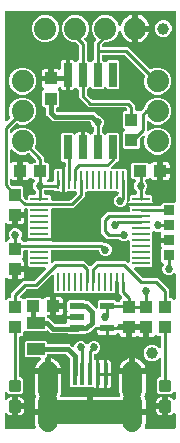
<source format=gtl>
G04 EAGLE Gerber RS-274X export*
G75*
%MOMM*%
%FSLAX34Y34*%
%LPD*%
%INTop Copper*%
%IPPOS*%
%AMOC8*
5,1,8,0,0,1.08239X$1,22.5*%
G01*
%ADD10R,1.200000X0.550000*%
%ADD11C,0.300000*%
%ADD12R,1.100000X1.000000*%
%ADD13R,1.000000X1.100000*%
%ADD14R,1.500000X0.250000*%
%ADD15R,0.250000X1.500000*%
%ADD16R,0.889000X0.812800*%
%ADD17R,1.500000X1.000000*%
%ADD18R,0.400000X1.850000*%
%ADD19R,6.000000X2.000000*%
%ADD20C,1.714500*%
%ADD21C,1.879600*%
%ADD22R,0.660400X2.032000*%
%ADD23C,1.000000*%
%ADD24C,0.685800*%
%ADD25C,0.254000*%
%ADD26C,0.406400*%
%ADD27C,0.304800*%

G36*
X76278Y141733D02*
X76278Y141733D01*
X76397Y141737D01*
X76436Y141748D01*
X76476Y141752D01*
X76588Y141792D01*
X76703Y141825D01*
X76738Y141846D01*
X76776Y141860D01*
X76874Y141926D01*
X76977Y141987D01*
X77022Y142027D01*
X77039Y142038D01*
X77052Y142053D01*
X77097Y142093D01*
X81182Y146178D01*
X106143Y146178D01*
X107501Y144820D01*
X107610Y144735D01*
X107717Y144646D01*
X107736Y144638D01*
X107752Y144625D01*
X107880Y144570D01*
X108005Y144511D01*
X108025Y144507D01*
X108044Y144499D01*
X108182Y144477D01*
X108318Y144451D01*
X108338Y144452D01*
X108358Y144449D01*
X108497Y144462D01*
X108635Y144471D01*
X108654Y144477D01*
X108674Y144479D01*
X108806Y144526D01*
X108937Y144569D01*
X108955Y144580D01*
X108974Y144587D01*
X109089Y144665D01*
X109206Y144739D01*
X109220Y144754D01*
X109237Y144765D01*
X109329Y144869D01*
X109424Y144971D01*
X109434Y144988D01*
X109447Y145004D01*
X109511Y145128D01*
X109578Y145249D01*
X109583Y145269D01*
X109592Y145287D01*
X109622Y145423D01*
X109657Y145557D01*
X109659Y145585D01*
X109662Y145597D01*
X109661Y145618D01*
X109667Y145718D01*
X109667Y162490D01*
X109661Y162540D01*
X109663Y162589D01*
X109647Y162667D01*
X109645Y162704D01*
X109637Y162728D01*
X109627Y162806D01*
X109609Y162852D01*
X109599Y162901D01*
X109551Y162999D01*
X109510Y163101D01*
X109481Y163141D01*
X109459Y163186D01*
X109388Y163270D01*
X109324Y163359D01*
X109285Y163390D01*
X109253Y163428D01*
X109163Y163491D01*
X109079Y163562D01*
X109034Y163583D01*
X108993Y163611D01*
X108890Y163650D01*
X108791Y163697D01*
X108742Y163706D01*
X108696Y163724D01*
X108586Y163736D01*
X108479Y163757D01*
X108429Y163754D01*
X108380Y163759D01*
X108271Y163744D01*
X108161Y163737D01*
X108114Y163722D01*
X108065Y163715D01*
X107912Y163663D01*
X105861Y162813D01*
X103689Y162813D01*
X101681Y163645D01*
X100725Y164601D01*
X100647Y164661D01*
X100575Y164729D01*
X100522Y164758D01*
X100474Y164795D01*
X100383Y164835D01*
X100297Y164883D01*
X100238Y164898D01*
X100182Y164922D01*
X100084Y164937D01*
X99989Y164962D01*
X99889Y164968D01*
X99868Y164972D01*
X99856Y164970D01*
X99828Y164972D01*
X90707Y164972D01*
X85597Y170082D01*
X85597Y182343D01*
X90507Y187253D01*
X108398Y187253D01*
X108516Y187268D01*
X108635Y187275D01*
X108673Y187288D01*
X108714Y187293D01*
X108824Y187336D01*
X108937Y187373D01*
X108972Y187395D01*
X109009Y187410D01*
X109105Y187479D01*
X109206Y187543D01*
X109234Y187573D01*
X109267Y187596D01*
X109343Y187688D01*
X109424Y187775D01*
X109444Y187810D01*
X109469Y187841D01*
X109520Y187949D01*
X109578Y188053D01*
X109588Y188093D01*
X109605Y188129D01*
X109627Y188246D01*
X109657Y188361D01*
X109661Y188421D01*
X109665Y188441D01*
X109663Y188462D01*
X109667Y188522D01*
X109667Y190799D01*
X109656Y190891D01*
X109654Y190983D01*
X109636Y191048D01*
X109627Y191115D01*
X109593Y191201D01*
X109569Y191290D01*
X109517Y191395D01*
X109510Y191410D01*
X109505Y191417D01*
X109497Y191434D01*
X109332Y191719D01*
X109159Y192366D01*
X109159Y192681D01*
X119200Y192681D01*
X129565Y192681D01*
X129584Y192653D01*
X129676Y192577D01*
X129763Y192496D01*
X129798Y192476D01*
X129829Y192451D01*
X129937Y192400D01*
X130041Y192342D01*
X130081Y192332D01*
X130117Y192315D01*
X130234Y192293D01*
X130349Y192263D01*
X130409Y192259D01*
X130429Y192255D01*
X130450Y192257D01*
X130510Y192253D01*
X135133Y192253D01*
X135251Y192268D01*
X135370Y192275D01*
X135408Y192288D01*
X135449Y192293D01*
X135559Y192336D01*
X135672Y192373D01*
X135707Y192395D01*
X135744Y192410D01*
X135840Y192479D01*
X135941Y192543D01*
X135969Y192573D01*
X136002Y192596D01*
X136078Y192688D01*
X136159Y192775D01*
X136179Y192810D01*
X136204Y192841D01*
X136255Y192949D01*
X136313Y193053D01*
X136323Y193093D01*
X136340Y193129D01*
X136362Y193246D01*
X136392Y193361D01*
X136396Y193421D01*
X136400Y193441D01*
X136398Y193462D01*
X136402Y193522D01*
X136402Y193816D01*
X137593Y195007D01*
X147320Y195007D01*
X147438Y195022D01*
X147557Y195029D01*
X147595Y195042D01*
X147636Y195047D01*
X147746Y195090D01*
X147859Y195127D01*
X147894Y195149D01*
X147931Y195164D01*
X148027Y195233D01*
X148128Y195297D01*
X148156Y195327D01*
X148189Y195350D01*
X148265Y195442D01*
X148346Y195529D01*
X148366Y195564D01*
X148391Y195595D01*
X148442Y195703D01*
X148500Y195807D01*
X148510Y195847D01*
X148527Y195883D01*
X148549Y196000D01*
X148579Y196115D01*
X148583Y196175D01*
X148587Y196195D01*
X148585Y196216D01*
X148589Y196276D01*
X148589Y356870D01*
X148574Y356988D01*
X148567Y357107D01*
X148554Y357145D01*
X148549Y357186D01*
X148506Y357296D01*
X148469Y357409D01*
X148447Y357444D01*
X148432Y357481D01*
X148363Y357577D01*
X148299Y357678D01*
X148269Y357706D01*
X148246Y357739D01*
X148154Y357815D01*
X148067Y357896D01*
X148032Y357916D01*
X148001Y357941D01*
X147893Y357992D01*
X147789Y358050D01*
X147749Y358060D01*
X147713Y358077D01*
X147596Y358099D01*
X147481Y358129D01*
X147421Y358133D01*
X147401Y358137D01*
X147380Y358135D01*
X147320Y358139D01*
X5080Y358139D01*
X4962Y358124D01*
X4843Y358117D01*
X4805Y358104D01*
X4764Y358099D01*
X4654Y358056D01*
X4541Y358019D01*
X4506Y357997D01*
X4469Y357982D01*
X4373Y357913D01*
X4272Y357849D01*
X4244Y357819D01*
X4211Y357796D01*
X4135Y357704D01*
X4054Y357617D01*
X4034Y357582D01*
X4009Y357551D01*
X3958Y357443D01*
X3900Y357339D01*
X3890Y357299D01*
X3873Y357263D01*
X3851Y357146D01*
X3821Y357031D01*
X3817Y356971D01*
X3813Y356951D01*
X3815Y356930D01*
X3811Y356870D01*
X3811Y265546D01*
X3828Y265408D01*
X3841Y265269D01*
X3848Y265250D01*
X3851Y265230D01*
X3902Y265101D01*
X3949Y264970D01*
X3960Y264953D01*
X3968Y264935D01*
X4049Y264822D01*
X4127Y264707D01*
X4143Y264694D01*
X4154Y264677D01*
X4262Y264588D01*
X4366Y264496D01*
X4384Y264487D01*
X4399Y264474D01*
X4525Y264415D01*
X4649Y264352D01*
X4669Y264347D01*
X4687Y264339D01*
X4823Y264313D01*
X4959Y264282D01*
X4980Y264283D01*
X4999Y264279D01*
X5138Y264288D01*
X5277Y264292D01*
X5297Y264298D01*
X5317Y264299D01*
X5449Y264342D01*
X5583Y264380D01*
X5600Y264391D01*
X5619Y264397D01*
X5737Y264471D01*
X5857Y264542D01*
X5878Y264560D01*
X5888Y264567D01*
X5902Y264582D01*
X5977Y264648D01*
X8334Y267004D01*
X8352Y267028D01*
X8374Y267047D01*
X8449Y267153D01*
X8529Y267256D01*
X8540Y267283D01*
X8557Y267307D01*
X8603Y267428D01*
X8655Y267547D01*
X8659Y267577D01*
X8670Y267604D01*
X8684Y267733D01*
X8705Y267862D01*
X8702Y267891D01*
X8705Y267920D01*
X8687Y268049D01*
X8675Y268178D01*
X8665Y268206D01*
X8661Y268235D01*
X8609Y268388D01*
X7619Y270776D01*
X7619Y275324D01*
X9359Y279525D01*
X12575Y282741D01*
X16776Y284481D01*
X21324Y284481D01*
X25525Y282741D01*
X28741Y279525D01*
X30481Y275324D01*
X30481Y270776D01*
X28741Y266575D01*
X25525Y263359D01*
X21324Y261619D01*
X16776Y261619D01*
X14388Y262609D01*
X14359Y262616D01*
X14333Y262630D01*
X14206Y262658D01*
X14081Y262693D01*
X14051Y262693D01*
X14022Y262700D01*
X13893Y262696D01*
X13763Y262698D01*
X13734Y262691D01*
X13705Y262690D01*
X13580Y262654D01*
X13454Y262624D01*
X13427Y262610D01*
X13399Y262602D01*
X13288Y262536D01*
X13172Y262475D01*
X13151Y262455D01*
X13125Y262440D01*
X13004Y262334D01*
X8437Y257766D01*
X8376Y257688D01*
X8308Y257616D01*
X8279Y257563D01*
X8242Y257515D01*
X8203Y257424D01*
X8155Y257337D01*
X8140Y257279D01*
X8116Y257223D01*
X8100Y257125D01*
X8075Y257029D01*
X8069Y256929D01*
X8066Y256909D01*
X8067Y256897D01*
X8065Y256869D01*
X8065Y255895D01*
X8083Y255757D01*
X8096Y255619D01*
X8103Y255599D01*
X8105Y255579D01*
X8156Y255450D01*
X8203Y255319D01*
X8215Y255303D01*
X8222Y255284D01*
X8304Y255171D01*
X8382Y255056D01*
X8397Y255043D01*
X8409Y255026D01*
X8516Y254938D01*
X8620Y254846D01*
X8638Y254837D01*
X8654Y254824D01*
X8780Y254764D01*
X8904Y254701D01*
X8923Y254697D01*
X8942Y254688D01*
X9078Y254662D01*
X9214Y254631D01*
X9234Y254632D01*
X9254Y254628D01*
X9392Y254637D01*
X9532Y254641D01*
X9551Y254647D01*
X9571Y254648D01*
X9703Y254691D01*
X9837Y254730D01*
X9855Y254740D01*
X9874Y254746D01*
X9992Y254821D01*
X10111Y254891D01*
X10132Y254910D01*
X10143Y254916D01*
X10157Y254931D01*
X10232Y254997D01*
X12575Y257341D01*
X16776Y259081D01*
X21324Y259081D01*
X25525Y257341D01*
X28741Y254125D01*
X30481Y249924D01*
X30481Y245376D01*
X29491Y242988D01*
X29484Y242959D01*
X29470Y242933D01*
X29442Y242806D01*
X29407Y242681D01*
X29407Y242651D01*
X29400Y242622D01*
X29404Y242493D01*
X29402Y242363D01*
X29409Y242334D01*
X29410Y242305D01*
X29446Y242180D01*
X29476Y242054D01*
X29490Y242027D01*
X29498Y241999D01*
X29564Y241887D01*
X29625Y241772D01*
X29645Y241751D01*
X29660Y241725D01*
X29766Y241604D01*
X34896Y236474D01*
X37203Y234168D01*
X37203Y230552D01*
X37218Y230434D01*
X37225Y230315D01*
X37238Y230277D01*
X37243Y230236D01*
X37286Y230126D01*
X37323Y230013D01*
X37345Y229978D01*
X37360Y229941D01*
X37429Y229845D01*
X37493Y229744D01*
X37523Y229716D01*
X37546Y229683D01*
X37638Y229607D01*
X37725Y229526D01*
X37760Y229506D01*
X37791Y229481D01*
X37899Y229430D01*
X38003Y229372D01*
X38043Y229362D01*
X38079Y229345D01*
X38196Y229323D01*
X38311Y229293D01*
X38371Y229289D01*
X38391Y229285D01*
X38412Y229287D01*
X38472Y229283D01*
X40242Y229283D01*
X41433Y228092D01*
X41433Y216408D01*
X40044Y215019D01*
X39959Y214910D01*
X39870Y214803D01*
X39862Y214784D01*
X39849Y214768D01*
X39794Y214640D01*
X39735Y214515D01*
X39731Y214495D01*
X39723Y214476D01*
X39701Y214338D01*
X39675Y214202D01*
X39676Y214182D01*
X39673Y214162D01*
X39686Y214023D01*
X39695Y213885D01*
X39701Y213866D01*
X39703Y213846D01*
X39750Y213714D01*
X39793Y213583D01*
X39804Y213565D01*
X39810Y213546D01*
X39889Y213431D01*
X39963Y213314D01*
X39978Y213300D01*
X39989Y213283D01*
X40093Y213191D01*
X40195Y213096D01*
X40212Y213086D01*
X40227Y213073D01*
X40352Y213009D01*
X40473Y212942D01*
X40493Y212937D01*
X40511Y212928D01*
X40647Y212898D01*
X40781Y212863D01*
X40809Y212861D01*
X40821Y212858D01*
X40841Y212859D01*
X40942Y212853D01*
X44128Y212853D01*
X44246Y212868D01*
X44365Y212875D01*
X44403Y212888D01*
X44444Y212893D01*
X44554Y212936D01*
X44667Y212973D01*
X44702Y212995D01*
X44739Y213010D01*
X44835Y213079D01*
X44936Y213143D01*
X44964Y213173D01*
X44997Y213196D01*
X45073Y213288D01*
X45154Y213375D01*
X45174Y213410D01*
X45199Y213441D01*
X45250Y213549D01*
X45308Y213653D01*
X45318Y213693D01*
X45335Y213729D01*
X45357Y213846D01*
X45387Y213961D01*
X45391Y214021D01*
X45395Y214041D01*
X45393Y214062D01*
X45397Y214122D01*
X45397Y216165D01*
X45407Y216203D01*
X45413Y216303D01*
X45417Y216324D01*
X45415Y216336D01*
X45417Y216364D01*
X45417Y222792D01*
X46608Y223983D01*
X50549Y223983D01*
X50641Y223994D01*
X50733Y223996D01*
X50798Y224014D01*
X50865Y224023D01*
X50951Y224057D01*
X51040Y224081D01*
X51145Y224133D01*
X51160Y224140D01*
X51167Y224145D01*
X51184Y224153D01*
X51469Y224318D01*
X52116Y224491D01*
X52431Y224491D01*
X52431Y214450D01*
X52431Y204409D01*
X52116Y204409D01*
X51469Y204582D01*
X51184Y204747D01*
X51099Y204783D01*
X51018Y204828D01*
X50953Y204844D01*
X50891Y204870D01*
X50799Y204884D01*
X50710Y204907D01*
X50593Y204914D01*
X50576Y204917D01*
X50568Y204916D01*
X50549Y204917D01*
X46608Y204917D01*
X45650Y205876D01*
X45572Y205936D01*
X45499Y206004D01*
X45446Y206033D01*
X45399Y206070D01*
X45308Y206110D01*
X45221Y206158D01*
X45162Y206173D01*
X45107Y206197D01*
X45009Y206212D01*
X44913Y206237D01*
X44813Y206243D01*
X44793Y206247D01*
X44780Y206245D01*
X44752Y206247D01*
X38472Y206247D01*
X38354Y206232D01*
X38235Y206225D01*
X38197Y206212D01*
X38156Y206207D01*
X38046Y206164D01*
X37933Y206127D01*
X37898Y206105D01*
X37861Y206090D01*
X37765Y206021D01*
X37664Y205957D01*
X37636Y205927D01*
X37603Y205904D01*
X37527Y205812D01*
X37446Y205725D01*
X37426Y205690D01*
X37401Y205659D01*
X37350Y205551D01*
X37292Y205447D01*
X37282Y205407D01*
X37265Y205371D01*
X37243Y205254D01*
X37213Y205139D01*
X37209Y205079D01*
X37205Y205059D01*
X37207Y205038D01*
X37203Y204978D01*
X37203Y203502D01*
X37218Y203384D01*
X37225Y203265D01*
X37238Y203227D01*
X37243Y203186D01*
X37286Y203076D01*
X37323Y202963D01*
X37345Y202928D01*
X37360Y202891D01*
X37429Y202795D01*
X37493Y202694D01*
X37523Y202666D01*
X37546Y202633D01*
X37638Y202557D01*
X37725Y202476D01*
X37760Y202456D01*
X37791Y202431D01*
X37899Y202380D01*
X38003Y202322D01*
X38043Y202312D01*
X38079Y202295D01*
X38196Y202273D01*
X38311Y202243D01*
X38371Y202239D01*
X38391Y202235D01*
X38412Y202237D01*
X38472Y202233D01*
X41542Y202233D01*
X42733Y201042D01*
X42733Y198522D01*
X42748Y198404D01*
X42755Y198285D01*
X42768Y198247D01*
X42773Y198206D01*
X42816Y198096D01*
X42853Y197983D01*
X42875Y197948D01*
X42890Y197911D01*
X42959Y197815D01*
X43023Y197714D01*
X43053Y197686D01*
X43076Y197653D01*
X43168Y197577D01*
X43255Y197496D01*
X43290Y197476D01*
X43321Y197451D01*
X43429Y197400D01*
X43533Y197342D01*
X43573Y197332D01*
X43609Y197315D01*
X43726Y197293D01*
X43841Y197263D01*
X43901Y197259D01*
X43921Y197255D01*
X43942Y197257D01*
X44002Y197253D01*
X58706Y197253D01*
X58804Y197265D01*
X58903Y197268D01*
X58962Y197285D01*
X59022Y197293D01*
X59114Y197329D01*
X59209Y197357D01*
X59261Y197387D01*
X59317Y197410D01*
X59397Y197468D01*
X59483Y197518D01*
X59558Y197584D01*
X59575Y197596D01*
X59583Y197606D01*
X59604Y197624D01*
X64730Y202751D01*
X64815Y202860D01*
X64904Y202967D01*
X64912Y202986D01*
X64925Y203002D01*
X64980Y203130D01*
X65039Y203255D01*
X65043Y203275D01*
X65051Y203294D01*
X65073Y203432D01*
X65099Y203568D01*
X65098Y203588D01*
X65101Y203608D01*
X65088Y203747D01*
X65079Y203885D01*
X65073Y203904D01*
X65071Y203924D01*
X65024Y204056D01*
X64981Y204187D01*
X64970Y204205D01*
X64963Y204224D01*
X64885Y204339D01*
X64811Y204456D01*
X64796Y204470D01*
X64785Y204487D01*
X64681Y204579D01*
X64579Y204674D01*
X64562Y204684D01*
X64546Y204697D01*
X64422Y204761D01*
X64301Y204828D01*
X64281Y204833D01*
X64263Y204842D01*
X64127Y204872D01*
X63993Y204907D01*
X63965Y204909D01*
X63953Y204912D01*
X63932Y204911D01*
X63832Y204917D01*
X56851Y204917D01*
X56759Y204906D01*
X56667Y204904D01*
X56602Y204886D01*
X56535Y204877D01*
X56449Y204843D01*
X56360Y204819D01*
X56255Y204767D01*
X56239Y204760D01*
X56233Y204755D01*
X56216Y204747D01*
X55931Y204582D01*
X55284Y204409D01*
X54969Y204409D01*
X54969Y214450D01*
X54969Y224815D01*
X54997Y224834D01*
X55073Y224926D01*
X55154Y225013D01*
X55174Y225048D01*
X55199Y225079D01*
X55250Y225187D01*
X55308Y225291D01*
X55318Y225331D01*
X55335Y225367D01*
X55357Y225484D01*
X55387Y225599D01*
X55391Y225659D01*
X55395Y225679D01*
X55393Y225700D01*
X55397Y225760D01*
X55397Y228854D01*
X55382Y228972D01*
X55375Y229091D01*
X55362Y229129D01*
X55357Y229170D01*
X55314Y229280D01*
X55277Y229393D01*
X55255Y229428D01*
X55240Y229465D01*
X55171Y229561D01*
X55107Y229662D01*
X55077Y229690D01*
X55054Y229723D01*
X54962Y229799D01*
X54875Y229880D01*
X54840Y229900D01*
X54809Y229925D01*
X54701Y229976D01*
X54597Y230034D01*
X54557Y230044D01*
X54521Y230061D01*
X54404Y230083D01*
X54289Y230113D01*
X54229Y230117D01*
X54209Y230121D01*
X54188Y230119D01*
X54128Y230123D01*
X53006Y230123D01*
X51815Y231314D01*
X51815Y253318D01*
X53006Y254509D01*
X61294Y254509D01*
X62339Y253463D01*
X62439Y253386D01*
X62534Y253304D01*
X62564Y253289D01*
X62591Y253268D01*
X62706Y253218D01*
X62819Y253163D01*
X62852Y253155D01*
X62882Y253142D01*
X63007Y253122D01*
X63130Y253096D01*
X63163Y253098D01*
X63197Y253092D01*
X63322Y253104D01*
X63447Y253109D01*
X63480Y253119D01*
X63513Y253122D01*
X63632Y253165D01*
X63752Y253201D01*
X63781Y253218D01*
X63812Y253230D01*
X63917Y253300D01*
X64024Y253365D01*
X64048Y253389D01*
X64076Y253408D01*
X64159Y253502D01*
X64247Y253592D01*
X64274Y253633D01*
X64286Y253647D01*
X64296Y253666D01*
X64336Y253726D01*
X64515Y254036D01*
X64988Y254509D01*
X65567Y254844D01*
X66214Y255017D01*
X68200Y255017D01*
X68200Y242697D01*
X68215Y242579D01*
X68222Y242460D01*
X68234Y242422D01*
X68240Y242382D01*
X68283Y242271D01*
X68320Y242158D01*
X68342Y242124D01*
X68357Y242086D01*
X68426Y241990D01*
X68490Y241889D01*
X68520Y241861D01*
X68543Y241829D01*
X68635Y241753D01*
X68722Y241671D01*
X68757Y241652D01*
X68788Y241626D01*
X68896Y241575D01*
X69000Y241518D01*
X69040Y241508D01*
X69076Y241490D01*
X69193Y241468D01*
X69308Y241438D01*
X69368Y241434D01*
X69388Y241431D01*
X69409Y241432D01*
X69469Y241428D01*
X70231Y241428D01*
X70349Y241443D01*
X70468Y241450D01*
X70506Y241463D01*
X70547Y241468D01*
X70657Y241512D01*
X70770Y241548D01*
X70805Y241570D01*
X70842Y241585D01*
X70938Y241655D01*
X71039Y241718D01*
X71067Y241748D01*
X71100Y241772D01*
X71176Y241863D01*
X71257Y241950D01*
X71277Y241985D01*
X71302Y242017D01*
X71353Y242124D01*
X71411Y242229D01*
X71421Y242268D01*
X71438Y242304D01*
X71460Y242421D01*
X71490Y242537D01*
X71494Y242597D01*
X71498Y242617D01*
X71496Y242637D01*
X71500Y242697D01*
X71500Y255017D01*
X73486Y255017D01*
X74133Y254844D01*
X74712Y254509D01*
X75185Y254036D01*
X75364Y253726D01*
X75440Y253626D01*
X75511Y253522D01*
X75536Y253500D01*
X75556Y253473D01*
X75655Y253395D01*
X75749Y253312D01*
X75779Y253296D01*
X75805Y253275D01*
X75920Y253224D01*
X76032Y253167D01*
X76065Y253160D01*
X76096Y253146D01*
X76220Y253125D01*
X76342Y253097D01*
X76376Y253098D01*
X76409Y253093D01*
X76535Y253103D01*
X76660Y253107D01*
X76693Y253116D01*
X76726Y253119D01*
X76845Y253160D01*
X76966Y253195D01*
X76995Y253213D01*
X77027Y253224D01*
X77131Y253293D01*
X77240Y253357D01*
X77276Y253389D01*
X77292Y253399D01*
X77306Y253416D01*
X77361Y253463D01*
X78542Y254644D01*
X78552Y254651D01*
X78589Y254666D01*
X78685Y254735D01*
X78786Y254799D01*
X78814Y254829D01*
X78847Y254852D01*
X78923Y254944D01*
X79004Y255031D01*
X79024Y255066D01*
X79049Y255097D01*
X79100Y255205D01*
X79158Y255309D01*
X79168Y255349D01*
X79185Y255385D01*
X79207Y255502D01*
X79237Y255617D01*
X79241Y255677D01*
X79245Y255697D01*
X79243Y255718D01*
X79247Y255778D01*
X79247Y258578D01*
X79235Y258676D01*
X79232Y258775D01*
X79215Y258833D01*
X79207Y258893D01*
X79171Y258985D01*
X79143Y259081D01*
X79113Y259133D01*
X79090Y259189D01*
X79032Y259269D01*
X78982Y259355D01*
X78916Y259430D01*
X78904Y259447D01*
X78894Y259454D01*
X78875Y259475D01*
X77920Y260431D01*
X77088Y262439D01*
X77088Y262713D01*
X77076Y262811D01*
X77073Y262910D01*
X77056Y262968D01*
X77048Y263028D01*
X77012Y263120D01*
X76984Y263215D01*
X76954Y263267D01*
X76931Y263324D01*
X76873Y263404D01*
X76823Y263489D01*
X76757Y263565D01*
X76745Y263581D01*
X76735Y263589D01*
X76717Y263610D01*
X76476Y263851D01*
X76397Y263912D01*
X76325Y263980D01*
X76272Y264009D01*
X76224Y264046D01*
X76133Y264085D01*
X76047Y264133D01*
X75988Y264148D01*
X75932Y264172D01*
X75834Y264188D01*
X75739Y264213D01*
X75639Y264219D01*
X75618Y264222D01*
X75606Y264221D01*
X75578Y264223D01*
X44354Y264223D01*
X39990Y268586D01*
X39990Y268587D01*
X38798Y269778D01*
X38798Y271508D01*
X38797Y274798D01*
X38782Y274916D01*
X38775Y275035D01*
X38762Y275073D01*
X38757Y275114D01*
X38713Y275224D01*
X38677Y275337D01*
X38655Y275372D01*
X38640Y275409D01*
X38570Y275505D01*
X38507Y275606D01*
X38477Y275634D01*
X38453Y275667D01*
X38362Y275743D01*
X38275Y275824D01*
X38239Y275844D01*
X38208Y275870D01*
X38101Y275920D01*
X37996Y275978D01*
X37957Y275988D01*
X37920Y276005D01*
X37804Y276027D01*
X37689Y276057D01*
X37628Y276061D01*
X37608Y276065D01*
X37588Y276063D01*
X37528Y276067D01*
X37018Y276067D01*
X35827Y277258D01*
X35827Y289942D01*
X36812Y290926D01*
X36889Y291026D01*
X36971Y291121D01*
X36986Y291151D01*
X37007Y291178D01*
X37057Y291293D01*
X37113Y291406D01*
X37120Y291439D01*
X37133Y291470D01*
X37153Y291594D01*
X37179Y291717D01*
X37178Y291750D01*
X37183Y291784D01*
X37171Y291909D01*
X37166Y292034D01*
X37156Y292067D01*
X37153Y292100D01*
X37111Y292219D01*
X37074Y292339D01*
X37057Y292368D01*
X37046Y292400D01*
X36975Y292504D01*
X36910Y292611D01*
X36886Y292635D01*
X36867Y292663D01*
X36773Y292746D01*
X36683Y292834D01*
X36642Y292861D01*
X36629Y292873D01*
X36609Y292883D01*
X36549Y292923D01*
X36300Y293067D01*
X35827Y293540D01*
X35492Y294119D01*
X35319Y294766D01*
X35319Y298101D01*
X41630Y298101D01*
X41748Y298116D01*
X41867Y298123D01*
X41905Y298135D01*
X41945Y298141D01*
X42056Y298184D01*
X42169Y298221D01*
X42203Y298243D01*
X42241Y298258D01*
X42337Y298327D01*
X42438Y298391D01*
X42466Y298421D01*
X42498Y298444D01*
X42574Y298536D01*
X42656Y298623D01*
X42675Y298658D01*
X42701Y298689D01*
X42752Y298797D01*
X42809Y298901D01*
X42819Y298941D01*
X42837Y298977D01*
X42859Y299094D01*
X42889Y299209D01*
X42893Y299269D01*
X42896Y299289D01*
X42895Y299310D01*
X42899Y299370D01*
X42899Y300561D01*
X43180Y300561D01*
X43298Y300576D01*
X43417Y300583D01*
X43455Y300596D01*
X43496Y300601D01*
X43606Y300645D01*
X43719Y300681D01*
X43754Y300703D01*
X43791Y300718D01*
X43887Y300788D01*
X43988Y300851D01*
X44016Y300881D01*
X44049Y300905D01*
X44125Y300996D01*
X44206Y301083D01*
X44226Y301118D01*
X44251Y301150D01*
X44302Y301257D01*
X44360Y301362D01*
X44370Y301401D01*
X44387Y301437D01*
X44409Y301554D01*
X44439Y301670D01*
X44443Y301730D01*
X44447Y301750D01*
X44445Y301770D01*
X44449Y301830D01*
X44449Y304800D01*
X44542Y304893D01*
X44629Y304921D01*
X44664Y304943D01*
X44701Y304958D01*
X44797Y305027D01*
X44898Y305091D01*
X44926Y305121D01*
X44959Y305144D01*
X45035Y305236D01*
X45116Y305323D01*
X45136Y305358D01*
X45161Y305389D01*
X45212Y305497D01*
X45270Y305601D01*
X45280Y305641D01*
X45297Y305677D01*
X45319Y305794D01*
X45349Y305909D01*
X45353Y305969D01*
X45357Y305989D01*
X45355Y306010D01*
X45359Y306070D01*
X45359Y308641D01*
X48194Y308641D01*
X48841Y308468D01*
X49403Y308143D01*
X49525Y308091D01*
X49645Y308035D01*
X49672Y308030D01*
X49697Y308019D01*
X49828Y308000D01*
X49958Y307975D01*
X49984Y307977D01*
X50011Y307973D01*
X50143Y307987D01*
X50275Y307995D01*
X50301Y308003D01*
X50327Y308006D01*
X50451Y308052D01*
X50577Y308093D01*
X50600Y308107D01*
X50626Y308117D01*
X50734Y308192D01*
X50846Y308263D01*
X50865Y308283D01*
X50887Y308298D01*
X50973Y308398D01*
X51064Y308495D01*
X51077Y308518D01*
X51095Y308539D01*
X51154Y308657D01*
X51218Y308773D01*
X51224Y308799D01*
X51236Y308824D01*
X51264Y308953D01*
X51297Y309081D01*
X51299Y309119D01*
X51303Y309135D01*
X51302Y309157D01*
X51307Y309242D01*
X51307Y314278D01*
X51480Y314925D01*
X51815Y315504D01*
X52288Y315977D01*
X52867Y316312D01*
X53514Y316485D01*
X55500Y316485D01*
X55500Y304165D01*
X55515Y304047D01*
X55522Y303928D01*
X55534Y303890D01*
X55540Y303850D01*
X55562Y303794D01*
X55540Y303679D01*
X55510Y303563D01*
X55506Y303503D01*
X55502Y303483D01*
X55504Y303463D01*
X55500Y303403D01*
X55500Y291083D01*
X53514Y291083D01*
X52867Y291256D01*
X52288Y291591D01*
X51815Y292064D01*
X51398Y292786D01*
X51322Y292886D01*
X51252Y292990D01*
X51226Y293012D01*
X51206Y293039D01*
X51107Y293117D01*
X51013Y293200D01*
X50983Y293216D01*
X50957Y293237D01*
X50842Y293288D01*
X50730Y293345D01*
X50697Y293352D01*
X50666Y293366D01*
X50542Y293387D01*
X50420Y293415D01*
X50386Y293413D01*
X50353Y293419D01*
X50227Y293409D01*
X50102Y293405D01*
X50069Y293395D01*
X50036Y293393D01*
X49917Y293351D01*
X49796Y293316D01*
X49767Y293299D01*
X49735Y293288D01*
X49631Y293219D01*
X49522Y293155D01*
X49486Y293122D01*
X49470Y293112D01*
X49456Y293096D01*
X49427Y293071D01*
X49171Y292923D01*
X49071Y292847D01*
X48967Y292777D01*
X48945Y292751D01*
X48918Y292731D01*
X48840Y292632D01*
X48756Y292538D01*
X48741Y292508D01*
X48720Y292482D01*
X48669Y292367D01*
X48612Y292255D01*
X48604Y292222D01*
X48591Y292191D01*
X48570Y292067D01*
X48542Y291945D01*
X48543Y291911D01*
X48538Y291878D01*
X48548Y291752D01*
X48552Y291627D01*
X48561Y291594D01*
X48564Y291561D01*
X48605Y291442D01*
X48640Y291321D01*
X48657Y291292D01*
X48668Y291260D01*
X48738Y291156D01*
X48802Y291047D01*
X48834Y291011D01*
X48844Y290995D01*
X48860Y290981D01*
X48908Y290926D01*
X49893Y289942D01*
X49893Y277258D01*
X48702Y276067D01*
X48196Y276067D01*
X48078Y276052D01*
X47959Y276045D01*
X47920Y276032D01*
X47880Y276027D01*
X47770Y275984D01*
X47656Y275947D01*
X47622Y275925D01*
X47585Y275910D01*
X47488Y275840D01*
X47387Y275777D01*
X47360Y275747D01*
X47327Y275724D01*
X47251Y275632D01*
X47170Y275545D01*
X47150Y275510D01*
X47124Y275479D01*
X47074Y275371D01*
X47016Y275266D01*
X47006Y275227D01*
X46989Y275191D01*
X46967Y275074D01*
X46937Y274958D01*
X46933Y274898D01*
X46929Y274879D01*
X46930Y274858D01*
X46927Y274798D01*
X46927Y273672D01*
X46939Y273574D01*
X46942Y273475D01*
X46959Y273417D01*
X46967Y273357D01*
X47003Y273265D01*
X47031Y273169D01*
X47062Y273117D01*
X47084Y273061D01*
X47142Y272981D01*
X47192Y272895D01*
X47259Y272820D01*
X47271Y272804D01*
X47280Y272796D01*
X47299Y272775D01*
X47350Y272724D01*
X47428Y272663D01*
X47500Y272595D01*
X47553Y272566D01*
X47601Y272529D01*
X47692Y272490D01*
X47778Y272442D01*
X47837Y272427D01*
X47893Y272403D01*
X47991Y272387D01*
X48086Y272362D01*
X48187Y272356D01*
X48207Y272353D01*
X48219Y272354D01*
X48247Y272352D01*
X79471Y272352D01*
X82465Y269358D01*
X82543Y269298D01*
X82615Y269230D01*
X82668Y269201D01*
X82716Y269164D01*
X82807Y269124D01*
X82894Y269076D01*
X82952Y269061D01*
X83008Y269037D01*
X83106Y269022D01*
X83202Y268997D01*
X83302Y268991D01*
X83322Y268987D01*
X83334Y268989D01*
X83362Y268987D01*
X83636Y268987D01*
X85644Y268155D01*
X87180Y266619D01*
X88012Y264611D01*
X88012Y262439D01*
X87180Y260431D01*
X86225Y259475D01*
X86164Y259397D01*
X86096Y259325D01*
X86067Y259272D01*
X86030Y259224D01*
X85990Y259133D01*
X85942Y259047D01*
X85927Y258988D01*
X85903Y258932D01*
X85888Y258834D01*
X85863Y258739D01*
X85857Y258639D01*
X85853Y258618D01*
X85855Y258606D01*
X85853Y258578D01*
X85853Y255778D01*
X85868Y255660D01*
X85875Y255541D01*
X85888Y255503D01*
X85893Y255462D01*
X85936Y255352D01*
X85973Y255239D01*
X85995Y255204D01*
X86010Y255167D01*
X86079Y255071D01*
X86143Y254970D01*
X86173Y254942D01*
X86196Y254909D01*
X86288Y254833D01*
X86375Y254752D01*
X86410Y254732D01*
X86441Y254707D01*
X86545Y254658D01*
X88002Y253200D01*
X88097Y253127D01*
X88186Y253048D01*
X88222Y253030D01*
X88254Y253005D01*
X88363Y252958D01*
X88469Y252904D01*
X88508Y252895D01*
X88546Y252879D01*
X88663Y252860D01*
X88779Y252834D01*
X88820Y252835D01*
X88860Y252829D01*
X88978Y252840D01*
X89097Y252844D01*
X89136Y252855D01*
X89176Y252859D01*
X89289Y252899D01*
X89403Y252932D01*
X89437Y252953D01*
X89476Y252966D01*
X89574Y253033D01*
X89677Y253094D01*
X89722Y253134D01*
X89739Y253145D01*
X89752Y253160D01*
X89797Y253200D01*
X91106Y254509D01*
X99394Y254509D01*
X100585Y253318D01*
X100585Y231314D01*
X99394Y230123D01*
X98795Y230123D01*
X98697Y230111D01*
X98598Y230108D01*
X98539Y230091D01*
X98479Y230083D01*
X98387Y230047D01*
X98292Y230019D01*
X98240Y229989D01*
X98184Y229966D01*
X98103Y229908D01*
X98018Y229858D01*
X97943Y229792D01*
X97926Y229780D01*
X97918Y229770D01*
X97897Y229752D01*
X96246Y228101D01*
X94295Y226149D01*
X94210Y226040D01*
X94121Y225933D01*
X94113Y225914D01*
X94100Y225898D01*
X94045Y225770D01*
X93986Y225645D01*
X93982Y225625D01*
X93974Y225606D01*
X93952Y225468D01*
X93926Y225332D01*
X93927Y225312D01*
X93924Y225292D01*
X93937Y225153D01*
X93946Y225015D01*
X93952Y224996D01*
X93954Y224976D01*
X94001Y224844D01*
X94044Y224713D01*
X94055Y224695D01*
X94062Y224676D01*
X94140Y224561D01*
X94214Y224444D01*
X94229Y224430D01*
X94240Y224413D01*
X94344Y224321D01*
X94446Y224226D01*
X94463Y224216D01*
X94479Y224203D01*
X94603Y224139D01*
X94724Y224072D01*
X94744Y224067D01*
X94762Y224058D01*
X94898Y224028D01*
X95032Y223993D01*
X95060Y223991D01*
X95072Y223988D01*
X95093Y223989D01*
X95193Y223983D01*
X105792Y223983D01*
X106983Y222792D01*
X106983Y216364D01*
X106995Y216266D01*
X106998Y216167D01*
X107003Y216151D01*
X107003Y198331D01*
X107004Y198322D01*
X107003Y198313D01*
X107024Y198163D01*
X107043Y198016D01*
X107046Y198007D01*
X107047Y197998D01*
X107062Y197956D01*
X107062Y196985D01*
X107080Y196840D01*
X107095Y196695D01*
X107100Y196682D01*
X107102Y196669D01*
X107155Y196533D01*
X107206Y196397D01*
X107214Y196386D01*
X107219Y196373D01*
X107304Y196256D01*
X107387Y196136D01*
X107398Y196127D01*
X107405Y196116D01*
X107518Y196023D01*
X107628Y195928D01*
X107640Y195922D01*
X107650Y195913D01*
X107782Y195851D01*
X107913Y195786D01*
X107926Y195783D01*
X107938Y195778D01*
X108081Y195750D01*
X108224Y195720D01*
X108237Y195720D01*
X108250Y195718D01*
X108396Y195727D01*
X108542Y195733D01*
X108554Y195737D01*
X108568Y195738D01*
X108706Y195782D01*
X108846Y195825D01*
X108858Y195832D01*
X108870Y195836D01*
X108993Y195913D01*
X109118Y195989D01*
X109128Y195999D01*
X109139Y196006D01*
X109239Y196112D01*
X109341Y196216D01*
X109351Y196231D01*
X109357Y196237D01*
X109365Y196252D01*
X109430Y196350D01*
X109497Y196466D01*
X109533Y196551D01*
X109578Y196632D01*
X109594Y196697D01*
X109621Y196759D01*
X109634Y196851D01*
X109657Y196940D01*
X109664Y197057D01*
X109667Y197074D01*
X109666Y197082D01*
X109667Y197101D01*
X109667Y201042D01*
X110858Y202233D01*
X114628Y202233D01*
X114746Y202248D01*
X114865Y202255D01*
X114903Y202268D01*
X114944Y202273D01*
X115054Y202316D01*
X115167Y202353D01*
X115202Y202375D01*
X115239Y202390D01*
X115335Y202459D01*
X115436Y202523D01*
X115464Y202553D01*
X115497Y202576D01*
X115573Y202668D01*
X115654Y202755D01*
X115674Y202790D01*
X115699Y202821D01*
X115750Y202929D01*
X115808Y203033D01*
X115818Y203073D01*
X115835Y203109D01*
X115857Y203226D01*
X115887Y203341D01*
X115891Y203401D01*
X115895Y203421D01*
X115893Y203442D01*
X115897Y203502D01*
X115897Y204465D01*
X115885Y204564D01*
X115882Y204663D01*
X115865Y204721D01*
X115857Y204781D01*
X115821Y204873D01*
X115793Y204968D01*
X115763Y205020D01*
X115740Y205077D01*
X115682Y205157D01*
X115632Y205242D01*
X115566Y205317D01*
X115554Y205334D01*
X115544Y205342D01*
X115525Y205363D01*
X114432Y206456D01*
X113601Y208464D01*
X113601Y210636D01*
X114432Y212644D01*
X114839Y213050D01*
X114924Y213160D01*
X115013Y213267D01*
X115021Y213286D01*
X115034Y213302D01*
X115089Y213430D01*
X115148Y213555D01*
X115152Y213575D01*
X115160Y213594D01*
X115182Y213732D01*
X115208Y213868D01*
X115207Y213888D01*
X115210Y213908D01*
X115197Y214047D01*
X115188Y214185D01*
X115182Y214204D01*
X115180Y214224D01*
X115133Y214355D01*
X115090Y214487D01*
X115080Y214505D01*
X115073Y214524D01*
X114995Y214638D01*
X114920Y214756D01*
X114905Y214770D01*
X114894Y214787D01*
X114790Y214879D01*
X114689Y214974D01*
X114671Y214984D01*
X114656Y214997D01*
X114532Y215060D01*
X114410Y215128D01*
X114391Y215133D01*
X114372Y215142D01*
X114236Y215172D01*
X114102Y215207D01*
X114074Y215209D01*
X114062Y215212D01*
X114042Y215211D01*
X113941Y215217D01*
X112158Y215217D01*
X110967Y216408D01*
X110967Y228092D01*
X112158Y229283D01*
X124842Y229283D01*
X125826Y228298D01*
X125926Y228221D01*
X126021Y228139D01*
X126051Y228124D01*
X126078Y228103D01*
X126193Y228053D01*
X126306Y227997D01*
X126339Y227990D01*
X126370Y227977D01*
X126494Y227957D01*
X126617Y227931D01*
X126650Y227932D01*
X126684Y227927D01*
X126809Y227939D01*
X126934Y227944D01*
X126967Y227954D01*
X127000Y227957D01*
X127119Y227999D01*
X127239Y228036D01*
X127268Y228053D01*
X127300Y228064D01*
X127404Y228135D01*
X127511Y228200D01*
X127535Y228224D01*
X127563Y228243D01*
X127646Y228337D01*
X127734Y228427D01*
X127761Y228468D01*
X127773Y228481D01*
X127783Y228501D01*
X127823Y228561D01*
X127967Y228810D01*
X128440Y229283D01*
X129019Y229618D01*
X129666Y229791D01*
X133001Y229791D01*
X133001Y223480D01*
X133016Y223362D01*
X133023Y223243D01*
X133035Y223205D01*
X133041Y223165D01*
X133084Y223054D01*
X133121Y222941D01*
X133143Y222907D01*
X133158Y222869D01*
X133227Y222773D01*
X133291Y222672D01*
X133321Y222644D01*
X133344Y222612D01*
X133436Y222536D01*
X133523Y222454D01*
X133558Y222435D01*
X133589Y222409D01*
X133697Y222358D01*
X133801Y222301D01*
X133841Y222291D01*
X133877Y222273D01*
X133984Y222253D01*
X133954Y222249D01*
X133844Y222205D01*
X133731Y222169D01*
X133696Y222147D01*
X133659Y222132D01*
X133562Y222062D01*
X133462Y221999D01*
X133434Y221969D01*
X133401Y221945D01*
X133325Y221854D01*
X133244Y221767D01*
X133224Y221732D01*
X133199Y221700D01*
X133148Y221593D01*
X133090Y221488D01*
X133080Y221449D01*
X133063Y221413D01*
X133041Y221296D01*
X133011Y221180D01*
X133007Y221120D01*
X133003Y221100D01*
X133005Y221080D01*
X133001Y221020D01*
X133001Y214709D01*
X129666Y214709D01*
X129019Y214882D01*
X128440Y215217D01*
X127967Y215690D01*
X127823Y215939D01*
X127747Y216039D01*
X127677Y216143D01*
X127651Y216165D01*
X127631Y216192D01*
X127532Y216270D01*
X127438Y216354D01*
X127408Y216369D01*
X127382Y216390D01*
X127267Y216441D01*
X127155Y216498D01*
X127122Y216506D01*
X127091Y216519D01*
X126967Y216540D01*
X126845Y216568D01*
X126811Y216567D01*
X126778Y216572D01*
X126652Y216562D01*
X126527Y216558D01*
X126494Y216549D01*
X126461Y216546D01*
X126342Y216505D01*
X126221Y216470D01*
X126192Y216453D01*
X126160Y216442D01*
X126056Y216372D01*
X125947Y216308D01*
X125911Y216276D01*
X125895Y216266D01*
X125881Y216250D01*
X125826Y216202D01*
X124842Y215217D01*
X124184Y215217D01*
X124046Y215200D01*
X123907Y215187D01*
X123888Y215180D01*
X123868Y215177D01*
X123738Y215126D01*
X123608Y215079D01*
X123591Y215068D01*
X123572Y215060D01*
X123460Y214979D01*
X123345Y214901D01*
X123331Y214885D01*
X123315Y214874D01*
X123226Y214766D01*
X123134Y214662D01*
X123125Y214644D01*
X123112Y214629D01*
X123053Y214503D01*
X122990Y214379D01*
X122985Y214359D01*
X122977Y214341D01*
X122951Y214205D01*
X122920Y214069D01*
X122921Y214048D01*
X122917Y214029D01*
X122925Y213890D01*
X122930Y213751D01*
X122935Y213731D01*
X122937Y213711D01*
X122979Y213579D01*
X123018Y213445D01*
X123028Y213428D01*
X123035Y213409D01*
X123109Y213291D01*
X123180Y213171D01*
X123198Y213150D01*
X123205Y213140D01*
X123220Y213126D01*
X123286Y213050D01*
X123693Y212644D01*
X124524Y210636D01*
X124524Y208464D01*
X123693Y206456D01*
X122875Y205638D01*
X122814Y205560D01*
X122746Y205488D01*
X122717Y205434D01*
X122680Y205387D01*
X122640Y205296D01*
X122592Y205209D01*
X122577Y205150D01*
X122553Y205095D01*
X122538Y204997D01*
X122513Y204901D01*
X122507Y204801D01*
X122503Y204781D01*
X122505Y204768D01*
X122503Y204740D01*
X122503Y203502D01*
X122518Y203384D01*
X122525Y203265D01*
X122538Y203227D01*
X122543Y203186D01*
X122586Y203076D01*
X122623Y202963D01*
X122645Y202928D01*
X122660Y202891D01*
X122729Y202795D01*
X122793Y202694D01*
X122823Y202666D01*
X122846Y202633D01*
X122938Y202557D01*
X123025Y202476D01*
X123060Y202456D01*
X123091Y202431D01*
X123199Y202380D01*
X123303Y202322D01*
X123343Y202312D01*
X123379Y202295D01*
X123496Y202273D01*
X123611Y202243D01*
X123671Y202239D01*
X123691Y202235D01*
X123712Y202237D01*
X123772Y202233D01*
X127542Y202233D01*
X128733Y201042D01*
X128733Y197101D01*
X128744Y197009D01*
X128746Y196917D01*
X128764Y196852D01*
X128773Y196785D01*
X128807Y196699D01*
X128831Y196610D01*
X128883Y196505D01*
X128890Y196490D01*
X128895Y196483D01*
X128903Y196466D01*
X129068Y196181D01*
X129241Y195534D01*
X129241Y195219D01*
X119200Y195219D01*
X108889Y195219D01*
X108868Y195242D01*
X108816Y195315D01*
X108762Y195360D01*
X108715Y195411D01*
X108640Y195461D01*
X108571Y195518D01*
X108507Y195548D01*
X108449Y195586D01*
X108364Y195615D01*
X108283Y195653D01*
X108214Y195667D01*
X108148Y195689D01*
X108059Y195696D01*
X107971Y195713D01*
X107901Y195709D01*
X107831Y195714D01*
X107743Y195699D01*
X107653Y195694D01*
X107587Y195672D01*
X107518Y195660D01*
X107436Y195623D01*
X107351Y195595D01*
X107292Y195558D01*
X107228Y195529D01*
X107158Y195473D01*
X107082Y195425D01*
X107034Y195375D01*
X106980Y195331D01*
X106925Y195259D01*
X106864Y195194D01*
X106830Y195133D01*
X106788Y195077D01*
X106717Y194932D01*
X106230Y193756D01*
X104694Y192220D01*
X102686Y191388D01*
X100514Y191388D01*
X98506Y192220D01*
X96970Y193756D01*
X96138Y195764D01*
X96138Y197936D01*
X96970Y199944D01*
X98506Y201480D01*
X99614Y201939D01*
X99639Y201954D01*
X99667Y201963D01*
X99777Y202032D01*
X99890Y202097D01*
X99911Y202117D01*
X99936Y202133D01*
X100025Y202228D01*
X100118Y202318D01*
X100134Y202343D01*
X100154Y202365D01*
X100217Y202478D01*
X100285Y202589D01*
X100293Y202617D01*
X100308Y202643D01*
X100340Y202769D01*
X100378Y202893D01*
X100380Y202922D01*
X100387Y202951D01*
X100397Y203112D01*
X100397Y203648D01*
X100382Y203766D01*
X100375Y203885D01*
X100362Y203923D01*
X100357Y203964D01*
X100314Y204074D01*
X100277Y204187D01*
X100255Y204222D01*
X100240Y204259D01*
X100171Y204355D01*
X100107Y204456D01*
X100077Y204484D01*
X100054Y204517D01*
X99962Y204593D01*
X99875Y204674D01*
X99840Y204694D01*
X99809Y204719D01*
X99701Y204770D01*
X99597Y204828D01*
X99557Y204838D01*
X99521Y204855D01*
X99404Y204877D01*
X99289Y204907D01*
X99229Y204911D01*
X99209Y204915D01*
X99188Y204913D01*
X99128Y204917D01*
X73272Y204917D01*
X73154Y204902D01*
X73035Y204895D01*
X72997Y204882D01*
X72956Y204877D01*
X72846Y204834D01*
X72733Y204797D01*
X72698Y204775D01*
X72661Y204760D01*
X72565Y204691D01*
X72464Y204627D01*
X72436Y204597D01*
X72403Y204574D01*
X72327Y204482D01*
X72246Y204395D01*
X72226Y204360D01*
X72201Y204329D01*
X72150Y204221D01*
X72092Y204117D01*
X72082Y204077D01*
X72065Y204041D01*
X72043Y203924D01*
X72013Y203809D01*
X72009Y203749D01*
X72005Y203729D01*
X72007Y203708D01*
X72003Y203648D01*
X72003Y200682D01*
X61968Y190647D01*
X44002Y190647D01*
X43884Y190632D01*
X43765Y190625D01*
X43727Y190612D01*
X43686Y190607D01*
X43576Y190564D01*
X43463Y190527D01*
X43428Y190505D01*
X43391Y190490D01*
X43295Y190421D01*
X43194Y190357D01*
X43166Y190327D01*
X43133Y190304D01*
X43057Y190212D01*
X42976Y190125D01*
X42956Y190090D01*
X42931Y190059D01*
X42880Y189951D01*
X42822Y189847D01*
X42812Y189807D01*
X42795Y189771D01*
X42773Y189654D01*
X42743Y189539D01*
X42739Y189479D01*
X42735Y189459D01*
X42737Y189438D01*
X42733Y189378D01*
X42733Y167101D01*
X42744Y167009D01*
X42746Y166917D01*
X42764Y166852D01*
X42773Y166785D01*
X42807Y166699D01*
X42831Y166610D01*
X42883Y166505D01*
X42890Y166490D01*
X42895Y166483D01*
X42903Y166466D01*
X43068Y166181D01*
X43241Y165534D01*
X43241Y165219D01*
X33200Y165219D01*
X23159Y165219D01*
X23159Y165534D01*
X23332Y166181D01*
X23497Y166466D01*
X23533Y166551D01*
X23578Y166632D01*
X23594Y166697D01*
X23620Y166759D01*
X23634Y166851D01*
X23657Y166940D01*
X23664Y167057D01*
X23667Y167074D01*
X23666Y167082D01*
X23667Y167101D01*
X23667Y189378D01*
X23652Y189495D01*
X23645Y189614D01*
X23633Y189653D01*
X23627Y189693D01*
X23584Y189803D01*
X23547Y189917D01*
X23525Y189951D01*
X23510Y189989D01*
X23441Y190085D01*
X23377Y190185D01*
X23347Y190213D01*
X23324Y190246D01*
X23232Y190322D01*
X23145Y190403D01*
X23110Y190423D01*
X23079Y190449D01*
X22971Y190500D01*
X22867Y190557D01*
X22827Y190567D01*
X22791Y190584D01*
X22675Y190607D01*
X22559Y190637D01*
X22498Y190640D01*
X22479Y190644D01*
X22458Y190643D01*
X22398Y190647D01*
X21510Y190647D01*
X21392Y190632D01*
X21273Y190625D01*
X21235Y190612D01*
X21195Y190607D01*
X21084Y190564D01*
X20971Y190527D01*
X20937Y190505D01*
X20899Y190490D01*
X20803Y190421D01*
X20702Y190357D01*
X20674Y190327D01*
X20642Y190304D01*
X20566Y190212D01*
X20484Y190125D01*
X20465Y190090D01*
X20439Y190059D01*
X20388Y189951D01*
X20330Y189846D01*
X20320Y189808D01*
X20303Y189771D01*
X20281Y189654D01*
X20251Y189539D01*
X20247Y189479D01*
X20243Y189459D01*
X20245Y189438D01*
X20241Y189378D01*
X20241Y187679D01*
X13930Y187679D01*
X13812Y187664D01*
X13693Y187657D01*
X13655Y187644D01*
X13615Y187639D01*
X13504Y187596D01*
X13391Y187559D01*
X13357Y187537D01*
X13319Y187522D01*
X13223Y187453D01*
X13122Y187389D01*
X13094Y187359D01*
X13062Y187336D01*
X12986Y187244D01*
X12904Y187157D01*
X12885Y187122D01*
X12859Y187091D01*
X12808Y186983D01*
X12751Y186879D01*
X12741Y186839D01*
X12723Y186803D01*
X12701Y186686D01*
X12671Y186571D01*
X12667Y186511D01*
X12664Y186491D01*
X12665Y186470D01*
X12661Y186410D01*
X12661Y185219D01*
X11470Y185219D01*
X11352Y185204D01*
X11233Y185197D01*
X11195Y185184D01*
X11154Y185179D01*
X11044Y185135D01*
X10931Y185099D01*
X10896Y185077D01*
X10859Y185062D01*
X10762Y184992D01*
X10662Y184929D01*
X10634Y184899D01*
X10601Y184875D01*
X10525Y184784D01*
X10444Y184697D01*
X10424Y184662D01*
X10399Y184630D01*
X10348Y184523D01*
X10290Y184418D01*
X10280Y184379D01*
X10263Y184343D01*
X10241Y184226D01*
X10211Y184110D01*
X10207Y184050D01*
X10203Y184030D01*
X10205Y184010D01*
X10201Y183950D01*
X10201Y177139D01*
X7366Y177139D01*
X6719Y177312D01*
X6140Y177647D01*
X5978Y177809D01*
X5868Y177894D01*
X5761Y177983D01*
X5742Y177992D01*
X5726Y178004D01*
X5598Y178060D01*
X5473Y178119D01*
X5453Y178123D01*
X5434Y178131D01*
X5297Y178152D01*
X5160Y178179D01*
X5140Y178177D01*
X5120Y178181D01*
X4982Y178168D01*
X4843Y178159D01*
X4824Y178153D01*
X4804Y178151D01*
X4673Y178104D01*
X4541Y178061D01*
X4523Y178050D01*
X4504Y178043D01*
X4389Y177965D01*
X4272Y177891D01*
X4258Y177876D01*
X4241Y177865D01*
X4149Y177760D01*
X4054Y177659D01*
X4044Y177641D01*
X4031Y177626D01*
X3967Y177502D01*
X3900Y177381D01*
X3895Y177361D01*
X3886Y177343D01*
X3856Y177207D01*
X3821Y177073D01*
X3819Y177045D01*
X3816Y177033D01*
X3817Y177012D01*
X3811Y176912D01*
X3811Y163690D01*
X3828Y163552D01*
X3833Y163501D01*
X3833Y163499D01*
X3841Y163413D01*
X3848Y163394D01*
X3851Y163374D01*
X3902Y163245D01*
X3949Y163114D01*
X3960Y163097D01*
X3968Y163078D01*
X4049Y162966D01*
X4127Y162851D01*
X4143Y162838D01*
X4154Y162821D01*
X4262Y162732D01*
X4366Y162640D01*
X4384Y162631D01*
X4399Y162618D01*
X4525Y162559D01*
X4649Y162496D01*
X4669Y162491D01*
X4687Y162483D01*
X4824Y162457D01*
X4959Y162426D01*
X4980Y162427D01*
X4999Y162423D01*
X5138Y162432D01*
X5277Y162436D01*
X5297Y162441D01*
X5317Y162443D01*
X5449Y162485D01*
X5583Y162524D01*
X5600Y162535D01*
X5619Y162541D01*
X5737Y162615D01*
X5857Y162686D01*
X5878Y162704D01*
X5888Y162711D01*
X5902Y162726D01*
X5977Y162792D01*
X6863Y163678D01*
X6894Y163677D01*
X7001Y163699D01*
X7111Y163713D01*
X7157Y163731D01*
X7205Y163741D01*
X7304Y163789D01*
X7406Y163830D01*
X7446Y163859D01*
X7491Y163881D01*
X7575Y163952D01*
X7664Y164016D01*
X7695Y164055D01*
X7733Y164087D01*
X7796Y164177D01*
X7866Y164261D01*
X7888Y164306D01*
X7916Y164347D01*
X7955Y164450D01*
X8002Y164549D01*
X8011Y164598D01*
X8029Y164644D01*
X8041Y164754D01*
X8062Y164861D01*
X8059Y164911D01*
X8064Y164960D01*
X8049Y165069D01*
X8042Y165179D01*
X8027Y165226D01*
X8020Y165275D01*
X7968Y165428D01*
X7238Y167189D01*
X7238Y169361D01*
X8070Y171369D01*
X9606Y172905D01*
X11614Y173737D01*
X13786Y173737D01*
X15794Y172905D01*
X17330Y171369D01*
X18162Y169361D01*
X18162Y167189D01*
X17432Y165428D01*
X17419Y165380D01*
X17398Y165335D01*
X17377Y165227D01*
X17348Y165121D01*
X17348Y165071D01*
X17338Y165022D01*
X17345Y164913D01*
X17343Y164803D01*
X17355Y164755D01*
X17358Y164705D01*
X17392Y164601D01*
X17418Y164494D01*
X17441Y164450D01*
X17456Y164403D01*
X17515Y164310D01*
X17566Y164213D01*
X17600Y164176D01*
X17626Y164134D01*
X17706Y164059D01*
X17780Y163977D01*
X17822Y163950D01*
X17858Y163916D01*
X17954Y163863D01*
X18046Y163803D01*
X18093Y163786D01*
X18136Y163762D01*
X18243Y163735D01*
X18347Y163699D01*
X18396Y163695D01*
X18444Y163683D01*
X18538Y163677D01*
X19590Y162624D01*
X19669Y162564D01*
X19741Y162496D01*
X19794Y162467D01*
X19842Y162430D01*
X19932Y162390D01*
X20019Y162342D01*
X20078Y162327D01*
X20133Y162303D01*
X20231Y162288D01*
X20327Y162263D01*
X20427Y162257D01*
X20447Y162253D01*
X20460Y162255D01*
X20488Y162253D01*
X21890Y162253D01*
X22008Y162268D01*
X22127Y162275D01*
X22165Y162288D01*
X22206Y162293D01*
X22316Y162336D01*
X22429Y162373D01*
X22464Y162395D01*
X22501Y162410D01*
X22597Y162479D01*
X22698Y162543D01*
X22726Y162573D01*
X22759Y162596D01*
X22828Y162681D01*
X33200Y162681D01*
X43565Y162681D01*
X43584Y162653D01*
X43676Y162577D01*
X43763Y162496D01*
X43798Y162476D01*
X43829Y162451D01*
X43937Y162400D01*
X44041Y162342D01*
X44081Y162332D01*
X44117Y162315D01*
X44234Y162293D01*
X44349Y162263D01*
X44409Y162259D01*
X44429Y162255D01*
X44450Y162257D01*
X44510Y162253D01*
X86893Y162253D01*
X87737Y161408D01*
X87816Y161348D01*
X87888Y161280D01*
X87941Y161251D01*
X87989Y161214D01*
X88080Y161174D01*
X88166Y161126D01*
X88225Y161111D01*
X88280Y161087D01*
X88378Y161072D01*
X88474Y161047D01*
X88574Y161041D01*
X88595Y161037D01*
X88607Y161039D01*
X88635Y161037D01*
X89986Y161037D01*
X91994Y160205D01*
X93530Y158669D01*
X94362Y156661D01*
X94362Y154489D01*
X93530Y152481D01*
X91994Y150945D01*
X89986Y150113D01*
X87814Y150113D01*
X85806Y150945D01*
X84270Y152481D01*
X83421Y154530D01*
X83416Y154615D01*
X83403Y154653D01*
X83398Y154694D01*
X83355Y154804D01*
X83318Y154917D01*
X83296Y154952D01*
X83281Y154989D01*
X83212Y155085D01*
X83148Y155186D01*
X83118Y155214D01*
X83095Y155247D01*
X83003Y155323D01*
X82916Y155404D01*
X82881Y155424D01*
X82850Y155449D01*
X82742Y155500D01*
X82638Y155558D01*
X82598Y155568D01*
X82562Y155585D01*
X82445Y155607D01*
X82330Y155637D01*
X82270Y155641D01*
X82250Y155645D01*
X82229Y155643D01*
X82169Y155647D01*
X44002Y155647D01*
X43884Y155632D01*
X43765Y155625D01*
X43727Y155612D01*
X43686Y155607D01*
X43576Y155564D01*
X43463Y155527D01*
X43428Y155505D01*
X43391Y155490D01*
X43295Y155421D01*
X43194Y155357D01*
X43166Y155327D01*
X43133Y155304D01*
X43057Y155212D01*
X42976Y155125D01*
X42956Y155090D01*
X42931Y155059D01*
X42880Y154951D01*
X42822Y154847D01*
X42812Y154807D01*
X42795Y154771D01*
X42773Y154654D01*
X42743Y154539D01*
X42739Y154479D01*
X42735Y154459D01*
X42737Y154438D01*
X42733Y154378D01*
X42733Y145868D01*
X42750Y145730D01*
X42763Y145591D01*
X42770Y145572D01*
X42773Y145552D01*
X42824Y145423D01*
X42871Y145292D01*
X42882Y145275D01*
X42890Y145257D01*
X42971Y145144D01*
X43049Y145029D01*
X43065Y145016D01*
X43076Y144999D01*
X43184Y144910D01*
X43288Y144818D01*
X43306Y144809D01*
X43321Y144796D01*
X43447Y144737D01*
X43571Y144674D01*
X43591Y144669D01*
X43609Y144661D01*
X43746Y144635D01*
X43881Y144604D01*
X43902Y144605D01*
X43921Y144601D01*
X44060Y144610D01*
X44199Y144614D01*
X44219Y144620D01*
X44239Y144621D01*
X44371Y144664D01*
X44505Y144702D01*
X44522Y144713D01*
X44541Y144719D01*
X44659Y144793D01*
X44779Y144864D01*
X44800Y144882D01*
X44810Y144889D01*
X44824Y144904D01*
X44899Y144970D01*
X46107Y146178D01*
X71218Y146178D01*
X74696Y142699D01*
X75302Y142093D01*
X75397Y142020D01*
X75486Y141942D01*
X75522Y141923D01*
X75554Y141898D01*
X75663Y141851D01*
X75769Y141797D01*
X75808Y141788D01*
X75846Y141772D01*
X75963Y141753D01*
X76079Y141727D01*
X76120Y141728D01*
X76160Y141722D01*
X76278Y141733D01*
G37*
G36*
X29026Y3832D02*
X29026Y3832D01*
X29174Y3850D01*
X29174Y3851D01*
X29175Y3851D01*
X29332Y3913D01*
X29470Y3967D01*
X29470Y3968D01*
X29589Y4054D01*
X29727Y4154D01*
X29728Y4154D01*
X29822Y4268D01*
X29930Y4399D01*
X29931Y4399D01*
X29984Y4512D01*
X30066Y4686D01*
X30066Y4687D01*
X30090Y4810D01*
X30126Y4999D01*
X30118Y5120D01*
X30106Y5316D01*
X30106Y5317D01*
X30106Y5318D01*
X30066Y5472D01*
X29610Y6875D01*
X29337Y8603D01*
X29337Y15511D01*
X39180Y15511D01*
X39298Y15526D01*
X39417Y15533D01*
X39455Y15546D01*
X39495Y15551D01*
X39606Y15594D01*
X39719Y15631D01*
X39753Y15653D01*
X39791Y15668D01*
X39887Y15738D01*
X39988Y15801D01*
X40016Y15831D01*
X40048Y15854D01*
X40124Y15946D01*
X40206Y16033D01*
X40225Y16068D01*
X40251Y16099D01*
X40302Y16207D01*
X40359Y16311D01*
X40370Y16351D01*
X40387Y16387D01*
X40409Y16504D01*
X40439Y16619D01*
X40443Y16680D01*
X40447Y16700D01*
X40445Y16720D01*
X40449Y16780D01*
X40449Y18051D01*
X40451Y18051D01*
X40451Y16780D01*
X40466Y16662D01*
X40473Y16543D01*
X40486Y16505D01*
X40491Y16464D01*
X40535Y16354D01*
X40571Y16241D01*
X40593Y16206D01*
X40608Y16169D01*
X40678Y16073D01*
X40741Y15972D01*
X40771Y15944D01*
X40795Y15911D01*
X40886Y15836D01*
X40973Y15754D01*
X41008Y15734D01*
X41040Y15709D01*
X41147Y15658D01*
X41252Y15600D01*
X41291Y15590D01*
X41327Y15573D01*
X41444Y15551D01*
X41559Y15521D01*
X41620Y15517D01*
X41640Y15513D01*
X41660Y15515D01*
X41720Y15511D01*
X42390Y15511D01*
X74930Y15511D01*
X75048Y15526D01*
X75167Y15533D01*
X75205Y15546D01*
X75245Y15551D01*
X75356Y15594D01*
X75469Y15631D01*
X75504Y15653D01*
X75541Y15668D01*
X75637Y15738D01*
X75738Y15801D01*
X75766Y15831D01*
X75798Y15855D01*
X75874Y15946D01*
X75956Y16033D01*
X75975Y16068D01*
X76001Y16099D01*
X76052Y16207D01*
X76109Y16311D01*
X76120Y16351D01*
X76137Y16387D01*
X76159Y16504D01*
X76189Y16619D01*
X76193Y16680D01*
X76197Y16700D01*
X76195Y16720D01*
X76199Y16780D01*
X76199Y18051D01*
X76201Y18051D01*
X76201Y16780D01*
X76216Y16662D01*
X76223Y16543D01*
X76236Y16505D01*
X76241Y16465D01*
X76285Y16354D01*
X76321Y16241D01*
X76343Y16206D01*
X76358Y16169D01*
X76428Y16073D01*
X76491Y15972D01*
X76521Y15944D01*
X76545Y15911D01*
X76636Y15836D01*
X76723Y15754D01*
X76758Y15734D01*
X76790Y15709D01*
X76897Y15658D01*
X77001Y15600D01*
X77041Y15590D01*
X77077Y15573D01*
X77194Y15551D01*
X77309Y15521D01*
X77370Y15517D01*
X77390Y15513D01*
X77410Y15515D01*
X77470Y15511D01*
X110009Y15511D01*
X110010Y15511D01*
X110680Y15511D01*
X110798Y15526D01*
X110917Y15533D01*
X110955Y15546D01*
X110995Y15551D01*
X111106Y15594D01*
X111219Y15631D01*
X111253Y15653D01*
X111291Y15668D01*
X111387Y15738D01*
X111488Y15801D01*
X111516Y15831D01*
X111548Y15854D01*
X111624Y15946D01*
X111706Y16033D01*
X111725Y16068D01*
X111751Y16099D01*
X111802Y16207D01*
X111859Y16311D01*
X111870Y16351D01*
X111887Y16387D01*
X111909Y16504D01*
X111939Y16619D01*
X111943Y16680D01*
X111947Y16700D01*
X111945Y16720D01*
X111949Y16780D01*
X111949Y18051D01*
X111951Y18051D01*
X111951Y16780D01*
X111966Y16662D01*
X111973Y16543D01*
X111986Y16505D01*
X111991Y16464D01*
X112035Y16354D01*
X112071Y16241D01*
X112093Y16206D01*
X112108Y16169D01*
X112178Y16073D01*
X112241Y15972D01*
X112271Y15944D01*
X112295Y15911D01*
X112386Y15836D01*
X112473Y15754D01*
X112508Y15734D01*
X112540Y15709D01*
X112647Y15658D01*
X112752Y15600D01*
X112791Y15590D01*
X112827Y15573D01*
X112944Y15551D01*
X113059Y15521D01*
X113120Y15517D01*
X113140Y15513D01*
X113160Y15515D01*
X113220Y15511D01*
X123063Y15511D01*
X123063Y8603D01*
X122790Y6875D01*
X122334Y5472D01*
X122297Y5281D01*
X122274Y5160D01*
X122285Y4985D01*
X122294Y4843D01*
X122294Y4842D01*
X122346Y4683D01*
X122392Y4541D01*
X122392Y4540D01*
X122481Y4399D01*
X122562Y4272D01*
X122563Y4271D01*
X122659Y4181D01*
X122794Y4054D01*
X122924Y3982D01*
X123072Y3900D01*
X123073Y3900D01*
X123239Y3857D01*
X123380Y3821D01*
X123381Y3821D01*
X123382Y3821D01*
X123541Y3811D01*
X147320Y3811D01*
X147438Y3826D01*
X147557Y3833D01*
X147595Y3846D01*
X147636Y3851D01*
X147746Y3894D01*
X147859Y3931D01*
X147894Y3953D01*
X147931Y3968D01*
X148027Y4037D01*
X148128Y4101D01*
X148156Y4131D01*
X148189Y4154D01*
X148265Y4246D01*
X148346Y4333D01*
X148366Y4368D01*
X148391Y4399D01*
X148442Y4507D01*
X148500Y4611D01*
X148510Y4651D01*
X148527Y4687D01*
X148549Y4804D01*
X148579Y4919D01*
X148583Y4979D01*
X148587Y4999D01*
X148585Y5020D01*
X148589Y5080D01*
X148589Y16091D01*
X148572Y16229D01*
X148559Y16367D01*
X148552Y16386D01*
X148549Y16406D01*
X148498Y16535D01*
X148451Y16666D01*
X148440Y16683D01*
X148432Y16702D01*
X148351Y16814D01*
X148273Y16929D01*
X148257Y16943D01*
X148246Y16959D01*
X148138Y17048D01*
X148034Y17140D01*
X148016Y17149D01*
X148001Y17162D01*
X147875Y17221D01*
X147751Y17284D01*
X147731Y17289D01*
X147713Y17297D01*
X147576Y17324D01*
X147441Y17354D01*
X147420Y17353D01*
X147401Y17357D01*
X147262Y17349D01*
X147123Y17344D01*
X147103Y17339D01*
X147083Y17338D01*
X146951Y17295D01*
X146817Y17256D01*
X146800Y17246D01*
X146781Y17239D01*
X146663Y17165D01*
X146543Y17094D01*
X146522Y17076D01*
X146512Y17069D01*
X146498Y17054D01*
X146423Y16988D01*
X145681Y16247D01*
X144760Y15715D01*
X143732Y15439D01*
X142199Y15439D01*
X142199Y21750D01*
X142184Y21868D01*
X142177Y21987D01*
X142164Y22025D01*
X142159Y22065D01*
X142116Y22176D01*
X142079Y22289D01*
X142057Y22323D01*
X142042Y22361D01*
X141973Y22457D01*
X141909Y22558D01*
X141879Y22586D01*
X141856Y22618D01*
X141764Y22694D01*
X141677Y22776D01*
X141642Y22795D01*
X141611Y22821D01*
X141503Y22872D01*
X141399Y22929D01*
X141359Y22939D01*
X141323Y22957D01*
X141216Y22977D01*
X141246Y22981D01*
X141356Y23025D01*
X141469Y23061D01*
X141504Y23083D01*
X141541Y23098D01*
X141637Y23168D01*
X141738Y23231D01*
X141766Y23261D01*
X141799Y23285D01*
X141875Y23376D01*
X141956Y23463D01*
X141976Y23498D01*
X142001Y23530D01*
X142052Y23637D01*
X142110Y23742D01*
X142120Y23781D01*
X142137Y23817D01*
X142159Y23934D01*
X142189Y24050D01*
X142193Y24110D01*
X142197Y24130D01*
X142195Y24150D01*
X142199Y24210D01*
X142199Y30521D01*
X143732Y30521D01*
X144760Y30245D01*
X145681Y29713D01*
X146423Y28972D01*
X146532Y28887D01*
X146639Y28798D01*
X146658Y28789D01*
X146674Y28777D01*
X146802Y28722D01*
X146927Y28663D01*
X146947Y28659D01*
X146966Y28651D01*
X147104Y28629D01*
X147240Y28603D01*
X147260Y28604D01*
X147280Y28601D01*
X147419Y28614D01*
X147557Y28622D01*
X147576Y28629D01*
X147596Y28631D01*
X147727Y28678D01*
X147859Y28721D01*
X147877Y28731D01*
X147896Y28738D01*
X148010Y28816D01*
X148128Y28891D01*
X148142Y28905D01*
X148159Y28917D01*
X148251Y29021D01*
X148346Y29122D01*
X148356Y29140D01*
X148369Y29155D01*
X148432Y29279D01*
X148500Y29401D01*
X148505Y29420D01*
X148514Y29438D01*
X148544Y29574D01*
X148579Y29709D01*
X148581Y29737D01*
X148584Y29749D01*
X148583Y29769D01*
X148589Y29869D01*
X148589Y34349D01*
X148572Y34486D01*
X148559Y34625D01*
X148552Y34645D01*
X148549Y34665D01*
X148498Y34793D01*
X148451Y34925D01*
X148440Y34941D01*
X148432Y34960D01*
X148351Y35073D01*
X148273Y35188D01*
X148257Y35201D01*
X148246Y35218D01*
X148138Y35306D01*
X148034Y35398D01*
X148016Y35407D01*
X148001Y35420D01*
X147875Y35480D01*
X147751Y35543D01*
X147731Y35547D01*
X147713Y35556D01*
X147577Y35582D01*
X147441Y35613D01*
X147420Y35612D01*
X147401Y35616D01*
X147262Y35607D01*
X147123Y35603D01*
X147103Y35597D01*
X147083Y35596D01*
X146951Y35553D01*
X146817Y35514D01*
X146800Y35504D01*
X146781Y35498D01*
X146663Y35423D01*
X146543Y35353D01*
X146522Y35334D01*
X146512Y35328D01*
X146498Y35313D01*
X146423Y35247D01*
X144663Y33487D01*
X134737Y33487D01*
X132667Y35557D01*
X132667Y45483D01*
X134737Y47553D01*
X135128Y47553D01*
X135246Y47568D01*
X135365Y47575D01*
X135403Y47588D01*
X135444Y47593D01*
X135554Y47636D01*
X135667Y47673D01*
X135702Y47695D01*
X135739Y47710D01*
X135835Y47779D01*
X135936Y47843D01*
X135964Y47873D01*
X135997Y47896D01*
X136073Y47988D01*
X136154Y48075D01*
X136174Y48110D01*
X136199Y48141D01*
X136250Y48249D01*
X136308Y48353D01*
X136318Y48393D01*
X136335Y48429D01*
X136357Y48546D01*
X136387Y48661D01*
X136391Y48721D01*
X136395Y48741D01*
X136393Y48762D01*
X136397Y48822D01*
X136397Y63062D01*
X136380Y63199D01*
X136367Y63339D01*
X136360Y63358D01*
X136357Y63378D01*
X136306Y63507D01*
X136259Y63638D01*
X136248Y63655D01*
X136240Y63673D01*
X136159Y63786D01*
X136081Y63901D01*
X136065Y63914D01*
X136054Y63931D01*
X135946Y64020D01*
X135842Y64112D01*
X135824Y64121D01*
X135809Y64134D01*
X135683Y64193D01*
X135559Y64256D01*
X135539Y64261D01*
X135521Y64269D01*
X135384Y64295D01*
X135249Y64326D01*
X135228Y64325D01*
X135209Y64329D01*
X135070Y64320D01*
X134931Y64316D01*
X134911Y64310D01*
X134891Y64309D01*
X134759Y64266D01*
X134625Y64228D01*
X134608Y64217D01*
X134589Y64211D01*
X134471Y64137D01*
X134351Y64066D01*
X134330Y64048D01*
X134320Y64041D01*
X134306Y64026D01*
X134231Y63960D01*
X132571Y62300D01*
X129986Y61230D01*
X127189Y61230D01*
X124604Y62300D01*
X122625Y64279D01*
X121555Y66864D01*
X121555Y69661D01*
X122625Y72246D01*
X124604Y74225D01*
X127189Y75295D01*
X129986Y75295D01*
X132571Y74225D01*
X134231Y72565D01*
X134340Y72480D01*
X134447Y72391D01*
X134466Y72383D01*
X134482Y72370D01*
X134610Y72315D01*
X134735Y72256D01*
X134755Y72252D01*
X134774Y72244D01*
X134912Y72222D01*
X135048Y72196D01*
X135068Y72197D01*
X135088Y72194D01*
X135227Y72207D01*
X135365Y72216D01*
X135384Y72222D01*
X135404Y72224D01*
X135536Y72271D01*
X135667Y72314D01*
X135685Y72325D01*
X135704Y72332D01*
X135819Y72410D01*
X135936Y72484D01*
X135950Y72499D01*
X135967Y72510D01*
X136059Y72614D01*
X136154Y72716D01*
X136164Y72733D01*
X136177Y72749D01*
X136241Y72873D01*
X136308Y72994D01*
X136313Y73014D01*
X136322Y73032D01*
X136352Y73168D01*
X136387Y73302D01*
X136389Y73330D01*
X136392Y73342D01*
X136391Y73363D01*
X136397Y73463D01*
X136397Y81118D01*
X136382Y81236D01*
X136375Y81355D01*
X136362Y81393D01*
X136357Y81434D01*
X136314Y81544D01*
X136277Y81657D01*
X136255Y81692D01*
X136240Y81729D01*
X136171Y81825D01*
X136107Y81926D01*
X136077Y81954D01*
X136054Y81987D01*
X135962Y82063D01*
X135875Y82144D01*
X135840Y82164D01*
X135809Y82189D01*
X135701Y82240D01*
X135597Y82298D01*
X135557Y82308D01*
X135521Y82325D01*
X135404Y82347D01*
X135289Y82377D01*
X135229Y82381D01*
X135209Y82385D01*
X135188Y82383D01*
X135128Y82387D01*
X133858Y82387D01*
X132950Y83296D01*
X132850Y83373D01*
X132755Y83455D01*
X132725Y83470D01*
X132698Y83491D01*
X132583Y83541D01*
X132470Y83597D01*
X132437Y83604D01*
X132406Y83617D01*
X132282Y83637D01*
X132159Y83663D01*
X132126Y83662D01*
X132092Y83667D01*
X131967Y83655D01*
X131842Y83650D01*
X131809Y83640D01*
X131776Y83637D01*
X131657Y83594D01*
X131537Y83558D01*
X131508Y83541D01*
X131476Y83529D01*
X131372Y83459D01*
X131265Y83394D01*
X131241Y83370D01*
X131213Y83351D01*
X131130Y83257D01*
X131042Y83167D01*
X131015Y83126D01*
X131003Y83112D01*
X130993Y83093D01*
X130953Y83033D01*
X130853Y82860D01*
X130380Y82387D01*
X129801Y82052D01*
X129154Y81879D01*
X126319Y81879D01*
X126319Y88690D01*
X126304Y88808D01*
X126297Y88927D01*
X126284Y88965D01*
X126279Y89005D01*
X126236Y89116D01*
X126199Y89229D01*
X126177Y89263D01*
X126162Y89301D01*
X126093Y89397D01*
X126029Y89498D01*
X125999Y89526D01*
X125976Y89558D01*
X125884Y89634D01*
X125797Y89716D01*
X125762Y89735D01*
X125731Y89761D01*
X125623Y89812D01*
X125519Y89869D01*
X125479Y89879D01*
X125443Y89897D01*
X125326Y89919D01*
X125211Y89949D01*
X125151Y89953D01*
X125131Y89956D01*
X125110Y89955D01*
X125050Y89959D01*
X123859Y89959D01*
X123859Y91150D01*
X123844Y91268D01*
X123837Y91387D01*
X123824Y91425D01*
X123819Y91466D01*
X123775Y91576D01*
X123739Y91689D01*
X123717Y91724D01*
X123702Y91761D01*
X123632Y91857D01*
X123569Y91958D01*
X123539Y91986D01*
X123515Y92019D01*
X123424Y92095D01*
X123337Y92176D01*
X123302Y92196D01*
X123270Y92221D01*
X123163Y92272D01*
X123058Y92330D01*
X123019Y92340D01*
X122983Y92357D01*
X122866Y92379D01*
X122750Y92409D01*
X122690Y92413D01*
X122670Y92417D01*
X122650Y92415D01*
X122590Y92419D01*
X109970Y92419D01*
X109852Y92404D01*
X109733Y92397D01*
X109695Y92384D01*
X109655Y92379D01*
X109544Y92336D01*
X109431Y92299D01*
X109397Y92277D01*
X109359Y92262D01*
X109263Y92193D01*
X109162Y92129D01*
X109134Y92099D01*
X109102Y92076D01*
X109026Y91984D01*
X108944Y91897D01*
X108925Y91862D01*
X108899Y91831D01*
X108848Y91723D01*
X108791Y91619D01*
X108781Y91579D01*
X108763Y91543D01*
X108743Y91436D01*
X108739Y91466D01*
X108695Y91576D01*
X108659Y91689D01*
X108637Y91724D01*
X108622Y91761D01*
X108552Y91857D01*
X108489Y91958D01*
X108459Y91986D01*
X108435Y92019D01*
X108344Y92095D01*
X108257Y92176D01*
X108222Y92196D01*
X108190Y92221D01*
X108083Y92272D01*
X107978Y92330D01*
X107939Y92340D01*
X107903Y92357D01*
X107786Y92379D01*
X107670Y92409D01*
X107610Y92413D01*
X107590Y92417D01*
X107570Y92415D01*
X107510Y92419D01*
X100601Y92419D01*
X100483Y92404D01*
X100364Y92397D01*
X100326Y92384D01*
X100285Y92379D01*
X100175Y92336D01*
X100062Y92299D01*
X100027Y92277D01*
X99990Y92262D01*
X99894Y92193D01*
X99793Y92129D01*
X99765Y92099D01*
X99732Y92076D01*
X99656Y91984D01*
X99575Y91897D01*
X99555Y91862D01*
X99530Y91831D01*
X99479Y91723D01*
X99421Y91619D01*
X99411Y91579D01*
X99394Y91543D01*
X99372Y91426D01*
X99342Y91311D01*
X99338Y91251D01*
X99334Y91231D01*
X99336Y91210D01*
X99332Y91150D01*
X99332Y90294D01*
X90896Y90294D01*
X90826Y90285D01*
X90786Y90288D01*
X90766Y90292D01*
X90746Y90290D01*
X90686Y90294D01*
X81772Y90294D01*
X81695Y90362D01*
X81677Y90371D01*
X81662Y90384D01*
X81536Y90443D01*
X81412Y90506D01*
X81392Y90511D01*
X81374Y90520D01*
X81237Y90546D01*
X81102Y90576D01*
X81081Y90576D01*
X81062Y90579D01*
X80923Y90571D01*
X80784Y90566D01*
X80764Y90561D01*
X80744Y90560D01*
X80612Y90517D01*
X80478Y90478D01*
X80461Y90468D01*
X80442Y90462D01*
X80324Y90387D01*
X80204Y90317D01*
X80183Y90298D01*
X80173Y90291D01*
X80159Y90276D01*
X80084Y90210D01*
X79100Y89226D01*
X79099Y89226D01*
X75926Y86053D01*
X75926Y86052D01*
X74735Y84860D01*
X73046Y84860D01*
X73045Y84860D01*
X72879Y84860D01*
X72781Y84848D01*
X72682Y84845D01*
X72624Y84828D01*
X72563Y84820D01*
X72472Y84784D01*
X72377Y84756D01*
X72324Y84725D01*
X72268Y84703D01*
X72188Y84645D01*
X72103Y84595D01*
X72027Y84528D01*
X72011Y84516D01*
X72003Y84507D01*
X71982Y84488D01*
X71631Y84137D01*
X57947Y84137D01*
X57621Y84463D01*
X57543Y84524D01*
X57470Y84592D01*
X57417Y84621D01*
X57370Y84658D01*
X57279Y84698D01*
X57192Y84746D01*
X57133Y84761D01*
X57078Y84785D01*
X56980Y84800D01*
X56884Y84825D01*
X56784Y84831D01*
X56764Y84835D01*
X56751Y84833D01*
X56723Y84835D01*
X42766Y84835D01*
X40691Y86911D01*
X40596Y86984D01*
X40507Y87063D01*
X40471Y87081D01*
X40439Y87106D01*
X40330Y87153D01*
X40224Y87207D01*
X40185Y87216D01*
X40148Y87232D01*
X40030Y87251D01*
X39914Y87277D01*
X39873Y87276D01*
X39833Y87282D01*
X39715Y87271D01*
X39596Y87267D01*
X39557Y87256D01*
X39517Y87252D01*
X39405Y87212D01*
X39290Y87179D01*
X39256Y87158D01*
X39218Y87145D01*
X39119Y87078D01*
X39016Y87017D01*
X38971Y86978D01*
X38954Y86966D01*
X38941Y86951D01*
X38896Y86911D01*
X38502Y86517D01*
X21794Y86517D01*
X21790Y86521D01*
X21683Y86610D01*
X21664Y86618D01*
X21648Y86631D01*
X21520Y86686D01*
X21395Y86745D01*
X21375Y86749D01*
X21356Y86757D01*
X21219Y86779D01*
X21082Y86805D01*
X21062Y86804D01*
X21042Y86807D01*
X20904Y86794D01*
X20765Y86785D01*
X20746Y86779D01*
X20726Y86777D01*
X20595Y86730D01*
X20463Y86687D01*
X20445Y86676D01*
X20426Y86670D01*
X20311Y86591D01*
X20194Y86517D01*
X20180Y86502D01*
X20163Y86491D01*
X20071Y86387D01*
X19976Y86285D01*
X19966Y86268D01*
X19953Y86253D01*
X19889Y86129D01*
X19822Y86007D01*
X19817Y85987D01*
X19808Y85969D01*
X19778Y85834D01*
X19743Y85699D01*
X19741Y85671D01*
X19738Y85659D01*
X19739Y85639D01*
X19733Y85538D01*
X19733Y83578D01*
X18542Y82387D01*
X17272Y82387D01*
X17154Y82372D01*
X17035Y82365D01*
X16997Y82352D01*
X16956Y82347D01*
X16846Y82304D01*
X16733Y82267D01*
X16698Y82245D01*
X16661Y82230D01*
X16565Y82161D01*
X16464Y82097D01*
X16436Y82067D01*
X16403Y82044D01*
X16327Y81952D01*
X16246Y81865D01*
X16226Y81830D01*
X16201Y81799D01*
X16150Y81691D01*
X16092Y81587D01*
X16082Y81547D01*
X16065Y81511D01*
X16043Y81394D01*
X16013Y81279D01*
X16009Y81219D01*
X16005Y81199D01*
X16007Y81178D01*
X16003Y81118D01*
X16003Y48822D01*
X16018Y48704D01*
X16025Y48585D01*
X16038Y48547D01*
X16043Y48506D01*
X16086Y48396D01*
X16123Y48283D01*
X16145Y48248D01*
X16160Y48211D01*
X16229Y48115D01*
X16293Y48014D01*
X16323Y47986D01*
X16346Y47953D01*
X16438Y47877D01*
X16525Y47796D01*
X16560Y47776D01*
X16591Y47751D01*
X16699Y47700D01*
X16803Y47642D01*
X16843Y47632D01*
X16879Y47615D01*
X16996Y47593D01*
X17111Y47563D01*
X17171Y47559D01*
X17191Y47555D01*
X17212Y47557D01*
X17272Y47553D01*
X17663Y47553D01*
X19733Y45483D01*
X19733Y35557D01*
X17663Y33487D01*
X7737Y33487D01*
X5977Y35247D01*
X5868Y35332D01*
X5761Y35420D01*
X5742Y35429D01*
X5726Y35441D01*
X5598Y35497D01*
X5473Y35556D01*
X5453Y35560D01*
X5434Y35568D01*
X5296Y35590D01*
X5160Y35616D01*
X5140Y35614D01*
X5120Y35618D01*
X4981Y35605D01*
X4843Y35596D01*
X4824Y35590D01*
X4804Y35588D01*
X4672Y35541D01*
X4541Y35498D01*
X4523Y35487D01*
X4504Y35480D01*
X4389Y35402D01*
X4272Y35328D01*
X4258Y35313D01*
X4241Y35302D01*
X4149Y35197D01*
X4054Y35096D01*
X4044Y35078D01*
X4031Y35063D01*
X3967Y34939D01*
X3900Y34818D01*
X3895Y34798D01*
X3886Y34780D01*
X3856Y34644D01*
X3821Y34510D01*
X3819Y34482D01*
X3816Y34470D01*
X3817Y34449D01*
X3811Y34349D01*
X3811Y29869D01*
X3828Y29731D01*
X3841Y29593D01*
X3848Y29574D01*
X3851Y29554D01*
X3902Y29425D01*
X3949Y29294D01*
X3960Y29277D01*
X3968Y29258D01*
X4049Y29146D01*
X4127Y29031D01*
X4143Y29017D01*
X4154Y29001D01*
X4262Y28912D01*
X4366Y28820D01*
X4384Y28811D01*
X4399Y28798D01*
X4525Y28739D01*
X4649Y28676D01*
X4669Y28671D01*
X4687Y28663D01*
X4824Y28636D01*
X4959Y28606D01*
X4980Y28607D01*
X4999Y28603D01*
X5138Y28611D01*
X5277Y28616D01*
X5297Y28621D01*
X5317Y28622D01*
X5449Y28665D01*
X5583Y28704D01*
X5600Y28714D01*
X5619Y28721D01*
X5737Y28795D01*
X5857Y28866D01*
X5878Y28884D01*
X5888Y28891D01*
X5902Y28906D01*
X5977Y28972D01*
X6719Y29713D01*
X7640Y30245D01*
X8668Y30521D01*
X10201Y30521D01*
X10201Y24210D01*
X10216Y24092D01*
X10223Y23973D01*
X10235Y23935D01*
X10241Y23895D01*
X10284Y23784D01*
X10321Y23671D01*
X10343Y23637D01*
X10358Y23599D01*
X10427Y23503D01*
X10491Y23402D01*
X10521Y23374D01*
X10544Y23342D01*
X10636Y23266D01*
X10723Y23184D01*
X10758Y23165D01*
X10789Y23139D01*
X10897Y23088D01*
X11001Y23031D01*
X11041Y23021D01*
X11077Y23003D01*
X11184Y22983D01*
X11154Y22979D01*
X11044Y22935D01*
X10931Y22899D01*
X10896Y22877D01*
X10859Y22862D01*
X10762Y22792D01*
X10662Y22729D01*
X10634Y22699D01*
X10601Y22675D01*
X10525Y22584D01*
X10444Y22497D01*
X10424Y22462D01*
X10399Y22430D01*
X10348Y22323D01*
X10290Y22218D01*
X10280Y22179D01*
X10263Y22143D01*
X10241Y22026D01*
X10211Y21910D01*
X10207Y21850D01*
X10203Y21830D01*
X10205Y21810D01*
X10201Y21750D01*
X10201Y15439D01*
X8668Y15439D01*
X7640Y15715D01*
X6719Y16247D01*
X5977Y16988D01*
X5868Y17073D01*
X5761Y17162D01*
X5742Y17171D01*
X5726Y17183D01*
X5598Y17238D01*
X5473Y17297D01*
X5453Y17301D01*
X5434Y17309D01*
X5296Y17331D01*
X5160Y17357D01*
X5140Y17356D01*
X5120Y17359D01*
X4981Y17346D01*
X4843Y17338D01*
X4824Y17331D01*
X4804Y17329D01*
X4673Y17282D01*
X4541Y17239D01*
X4523Y17229D01*
X4504Y17222D01*
X4390Y17144D01*
X4272Y17069D01*
X4258Y17055D01*
X4241Y17043D01*
X4149Y16939D01*
X4054Y16838D01*
X4044Y16820D01*
X4031Y16805D01*
X3968Y16681D01*
X3900Y16559D01*
X3895Y16540D01*
X3886Y16522D01*
X3856Y16386D01*
X3821Y16251D01*
X3819Y16223D01*
X3816Y16211D01*
X3817Y16191D01*
X3811Y16091D01*
X3811Y5080D01*
X3826Y4962D01*
X3833Y4843D01*
X3846Y4805D01*
X3851Y4764D01*
X3894Y4654D01*
X3931Y4541D01*
X3953Y4506D01*
X3968Y4469D01*
X4037Y4373D01*
X4101Y4272D01*
X4131Y4244D01*
X4154Y4211D01*
X4246Y4135D01*
X4333Y4054D01*
X4368Y4034D01*
X4399Y4009D01*
X4507Y3958D01*
X4611Y3900D01*
X4651Y3890D01*
X4687Y3873D01*
X4804Y3851D01*
X4919Y3821D01*
X4979Y3817D01*
X4999Y3813D01*
X5020Y3815D01*
X5080Y3811D01*
X28859Y3811D01*
X29026Y3832D01*
G37*
%LPC*%
G36*
X131076Y236219D02*
X131076Y236219D01*
X126875Y237959D01*
X123659Y241175D01*
X121919Y245376D01*
X121919Y249924D01*
X122200Y250600D01*
X122218Y250668D01*
X122246Y250732D01*
X122260Y250821D01*
X122284Y250907D01*
X122285Y250977D01*
X122296Y251046D01*
X122287Y251135D01*
X122289Y251225D01*
X122272Y251293D01*
X122266Y251363D01*
X122235Y251447D01*
X122214Y251534D01*
X122182Y251596D01*
X122158Y251662D01*
X122108Y251736D01*
X122066Y251816D01*
X122019Y251867D01*
X121980Y251925D01*
X121912Y251984D01*
X121852Y252051D01*
X121794Y252089D01*
X121741Y252135D01*
X121661Y252176D01*
X121586Y252226D01*
X121520Y252248D01*
X121458Y252280D01*
X121370Y252300D01*
X121285Y252329D01*
X121216Y252334D01*
X121148Y252350D01*
X121058Y252347D01*
X120968Y252354D01*
X120900Y252342D01*
X120830Y252340D01*
X120743Y252315D01*
X120655Y252300D01*
X120591Y252271D01*
X120524Y252252D01*
X120447Y252206D01*
X120365Y252169D01*
X120310Y252126D01*
X120250Y252090D01*
X120129Y251984D01*
X118524Y250379D01*
X118464Y250300D01*
X118396Y250228D01*
X118367Y250175D01*
X118330Y250127D01*
X118290Y250036D01*
X118242Y249950D01*
X118227Y249891D01*
X118203Y249836D01*
X118188Y249738D01*
X118163Y249642D01*
X118157Y249542D01*
X118153Y249522D01*
X118155Y249509D01*
X118153Y249481D01*
X118153Y242338D01*
X116962Y241147D01*
X105278Y241147D01*
X104087Y242338D01*
X104087Y255022D01*
X105348Y256283D01*
X105421Y256377D01*
X105500Y256466D01*
X105518Y256502D01*
X105543Y256534D01*
X105590Y256643D01*
X105644Y256749D01*
X105653Y256788D01*
X105669Y256826D01*
X105688Y256943D01*
X105714Y257059D01*
X105713Y257100D01*
X105719Y257140D01*
X105708Y257258D01*
X105704Y257377D01*
X105693Y257416D01*
X105689Y257456D01*
X105649Y257568D01*
X105616Y257683D01*
X105595Y257718D01*
X105582Y257756D01*
X105515Y257854D01*
X105454Y257957D01*
X105414Y258002D01*
X105403Y258019D01*
X105388Y258032D01*
X105348Y258078D01*
X104087Y259338D01*
X104087Y272022D01*
X105278Y273213D01*
X106402Y273213D01*
X106540Y273230D01*
X106679Y273243D01*
X106698Y273250D01*
X106718Y273253D01*
X106847Y273304D01*
X106978Y273351D01*
X106995Y273362D01*
X107013Y273370D01*
X107126Y273451D01*
X107241Y273529D01*
X107254Y273545D01*
X107271Y273556D01*
X107360Y273664D01*
X107452Y273768D01*
X107461Y273786D01*
X107474Y273801D01*
X107533Y273927D01*
X107596Y274051D01*
X107601Y274071D01*
X107609Y274089D01*
X107635Y274225D01*
X107666Y274361D01*
X107665Y274382D01*
X107669Y274401D01*
X107660Y274540D01*
X107656Y274679D01*
X107650Y274699D01*
X107649Y274719D01*
X107606Y274851D01*
X107568Y274985D01*
X107557Y275002D01*
X107551Y275021D01*
X107477Y275139D01*
X107406Y275259D01*
X107388Y275280D01*
X107381Y275290D01*
X107366Y275304D01*
X107300Y275380D01*
X106954Y275726D01*
X106875Y275786D01*
X106803Y275854D01*
X106750Y275883D01*
X106702Y275920D01*
X106611Y275960D01*
X106525Y276008D01*
X106466Y276023D01*
X106411Y276047D01*
X106313Y276062D01*
X106217Y276087D01*
X106117Y276093D01*
X106096Y276097D01*
X106084Y276095D01*
X106056Y276097D01*
X74832Y276097D01*
X66547Y284382D01*
X66547Y290322D01*
X66532Y290440D01*
X66525Y290559D01*
X66512Y290597D01*
X66507Y290638D01*
X66464Y290748D01*
X66427Y290861D01*
X66405Y290896D01*
X66390Y290933D01*
X66321Y291029D01*
X66257Y291130D01*
X66227Y291158D01*
X66204Y291191D01*
X66112Y291267D01*
X66025Y291348D01*
X65990Y291368D01*
X65959Y291393D01*
X65855Y291442D01*
X64661Y292637D01*
X64561Y292714D01*
X64466Y292796D01*
X64436Y292811D01*
X64409Y292832D01*
X64294Y292881D01*
X64181Y292938D01*
X64148Y292945D01*
X64118Y292958D01*
X63993Y292978D01*
X63870Y293004D01*
X63837Y293003D01*
X63803Y293008D01*
X63678Y292996D01*
X63553Y292991D01*
X63520Y292981D01*
X63487Y292978D01*
X63368Y292935D01*
X63248Y292899D01*
X63219Y292882D01*
X63188Y292870D01*
X63083Y292800D01*
X62976Y292735D01*
X62952Y292711D01*
X62924Y292692D01*
X62841Y292597D01*
X62753Y292508D01*
X62726Y292467D01*
X62714Y292453D01*
X62704Y292434D01*
X62664Y292374D01*
X62485Y292064D01*
X62012Y291591D01*
X61433Y291256D01*
X60786Y291083D01*
X58800Y291083D01*
X58800Y303403D01*
X58785Y303521D01*
X58778Y303640D01*
X58765Y303678D01*
X58760Y303718D01*
X58738Y303774D01*
X58760Y303889D01*
X58790Y304005D01*
X58794Y304065D01*
X58798Y304085D01*
X58796Y304105D01*
X58800Y304165D01*
X58800Y316485D01*
X60786Y316485D01*
X61433Y316312D01*
X62012Y315977D01*
X62485Y315504D01*
X62664Y315194D01*
X62740Y315094D01*
X62811Y314990D01*
X62836Y314968D01*
X62856Y314941D01*
X62955Y314863D01*
X63049Y314780D01*
X63079Y314764D01*
X63105Y314743D01*
X63220Y314692D01*
X63332Y314635D01*
X63365Y314628D01*
X63396Y314614D01*
X63520Y314593D01*
X63643Y314565D01*
X63676Y314566D01*
X63709Y314561D01*
X63835Y314571D01*
X63960Y314575D01*
X63993Y314584D01*
X64026Y314587D01*
X64145Y314628D01*
X64266Y314663D01*
X64295Y314680D01*
X64327Y314692D01*
X64432Y314761D01*
X64540Y314825D01*
X64576Y314857D01*
X64592Y314867D01*
X64606Y314883D01*
X64661Y314931D01*
X65842Y316112D01*
X65852Y316119D01*
X65889Y316134D01*
X65985Y316203D01*
X66086Y316267D01*
X66114Y316297D01*
X66147Y316320D01*
X66223Y316412D01*
X66304Y316499D01*
X66324Y316534D01*
X66349Y316565D01*
X66400Y316673D01*
X66458Y316777D01*
X66468Y316817D01*
X66485Y316853D01*
X66507Y316970D01*
X66537Y317085D01*
X66541Y317145D01*
X66545Y317165D01*
X66543Y317186D01*
X66547Y317246D01*
X66547Y328306D01*
X66535Y328404D01*
X66532Y328503D01*
X66515Y328562D01*
X66507Y328622D01*
X66471Y328714D01*
X66443Y328809D01*
X66413Y328861D01*
X66390Y328917D01*
X66332Y328997D01*
X66282Y329083D01*
X66216Y329158D01*
X66204Y329175D01*
X66194Y329183D01*
X66176Y329204D01*
X64282Y331098D01*
X64203Y331158D01*
X64131Y331226D01*
X64078Y331255D01*
X64030Y331292D01*
X63939Y331332D01*
X63853Y331380D01*
X63794Y331395D01*
X63739Y331419D01*
X63641Y331434D01*
X63545Y331459D01*
X63445Y331465D01*
X63424Y331469D01*
X63412Y331467D01*
X63384Y331469D01*
X61226Y331469D01*
X57025Y333209D01*
X53809Y336425D01*
X52069Y340626D01*
X52069Y345174D01*
X53809Y349375D01*
X57025Y352591D01*
X61226Y354331D01*
X65774Y354331D01*
X69975Y352591D01*
X73191Y349375D01*
X74931Y345174D01*
X74931Y340626D01*
X73191Y336425D01*
X71641Y334875D01*
X71568Y334781D01*
X71489Y334692D01*
X71471Y334656D01*
X71446Y334624D01*
X71398Y334514D01*
X71344Y334409D01*
X71335Y334369D01*
X71319Y334332D01*
X71301Y334214D01*
X71275Y334098D01*
X71276Y334058D01*
X71269Y334018D01*
X71281Y333899D01*
X71284Y333780D01*
X71296Y333742D01*
X71299Y333701D01*
X71340Y333589D01*
X71373Y333475D01*
X71393Y333440D01*
X71407Y333402D01*
X71474Y333303D01*
X71534Y333201D01*
X71574Y333156D01*
X71585Y333139D01*
X71601Y333125D01*
X71641Y333080D01*
X73153Y331568D01*
X73153Y317246D01*
X73168Y317128D01*
X73175Y317009D01*
X73188Y316971D01*
X73193Y316930D01*
X73236Y316820D01*
X73273Y316707D01*
X73295Y316672D01*
X73310Y316635D01*
X73379Y316539D01*
X73443Y316438D01*
X73473Y316410D01*
X73496Y316377D01*
X73588Y316301D01*
X73675Y316220D01*
X73710Y316200D01*
X73741Y316175D01*
X73845Y316126D01*
X75303Y314668D01*
X75397Y314595D01*
X75486Y314516D01*
X75522Y314498D01*
X75554Y314473D01*
X75663Y314426D01*
X75769Y314372D01*
X75808Y314363D01*
X75846Y314347D01*
X75963Y314328D01*
X76079Y314302D01*
X76120Y314303D01*
X76160Y314297D01*
X76278Y314308D01*
X76397Y314312D01*
X76436Y314323D01*
X76476Y314327D01*
X76588Y314367D01*
X76703Y314400D01*
X76738Y314421D01*
X76776Y314434D01*
X76874Y314501D01*
X76977Y314562D01*
X77022Y314602D01*
X77039Y314613D01*
X77052Y314628D01*
X77098Y314668D01*
X78542Y316112D01*
X78552Y316119D01*
X78589Y316134D01*
X78685Y316203D01*
X78786Y316267D01*
X78814Y316297D01*
X78847Y316320D01*
X78923Y316412D01*
X79004Y316499D01*
X79024Y316534D01*
X79049Y316565D01*
X79100Y316673D01*
X79158Y316777D01*
X79168Y316817D01*
X79185Y316853D01*
X79207Y316970D01*
X79237Y317085D01*
X79241Y317145D01*
X79245Y317165D01*
X79243Y317186D01*
X79247Y317246D01*
X79247Y331568D01*
X80759Y333080D01*
X80832Y333174D01*
X80911Y333263D01*
X80929Y333299D01*
X80954Y333331D01*
X81002Y333441D01*
X81056Y333547D01*
X81065Y333586D01*
X81081Y333623D01*
X81099Y333741D01*
X81125Y333857D01*
X81124Y333897D01*
X81131Y333937D01*
X81119Y334056D01*
X81116Y334175D01*
X81104Y334214D01*
X81101Y334254D01*
X81060Y334366D01*
X81027Y334480D01*
X81007Y334515D01*
X80993Y334553D01*
X80926Y334652D01*
X80866Y334754D01*
X80826Y334799D01*
X80815Y334816D01*
X80799Y334830D01*
X80759Y334875D01*
X79209Y336425D01*
X77469Y340626D01*
X77469Y345174D01*
X79209Y349375D01*
X82425Y352591D01*
X86626Y354331D01*
X91174Y354331D01*
X95375Y352591D01*
X98591Y349375D01*
X100230Y345416D01*
X100294Y345304D01*
X100353Y345189D01*
X100373Y345166D01*
X100388Y345140D01*
X100478Y345047D01*
X100563Y344950D01*
X100588Y344933D01*
X100609Y344912D01*
X100720Y344844D01*
X100826Y344771D01*
X100855Y344761D01*
X100880Y344745D01*
X101004Y344707D01*
X101125Y344664D01*
X101155Y344661D01*
X101184Y344652D01*
X101313Y344646D01*
X101442Y344633D01*
X101472Y344638D01*
X101502Y344637D01*
X101628Y344663D01*
X101756Y344683D01*
X101784Y344695D01*
X101813Y344701D01*
X101930Y344758D01*
X102048Y344809D01*
X102072Y344827D01*
X102099Y344841D01*
X102197Y344925D01*
X102300Y345004D01*
X102318Y345027D01*
X102341Y345047D01*
X102415Y345153D01*
X102495Y345255D01*
X102507Y345282D01*
X102524Y345307D01*
X102570Y345428D01*
X102621Y345547D01*
X102631Y345588D01*
X102637Y345604D01*
X102639Y345626D01*
X102654Y345691D01*
X103236Y347483D01*
X104089Y349157D01*
X105194Y350678D01*
X106522Y352006D01*
X108043Y353111D01*
X109717Y353964D01*
X111504Y354545D01*
X111761Y354585D01*
X111761Y344170D01*
X111776Y344052D01*
X111783Y343933D01*
X111796Y343895D01*
X111801Y343855D01*
X111844Y343744D01*
X111881Y343631D01*
X111903Y343597D01*
X111918Y343559D01*
X111988Y343463D01*
X112051Y343362D01*
X112081Y343334D01*
X112104Y343302D01*
X112196Y343226D01*
X112283Y343144D01*
X112318Y343125D01*
X112349Y343099D01*
X112457Y343048D01*
X112561Y342991D01*
X112601Y342980D01*
X112637Y342963D01*
X112754Y342941D01*
X112869Y342911D01*
X112930Y342907D01*
X112950Y342903D01*
X112970Y342905D01*
X113030Y342901D01*
X114301Y342901D01*
X114301Y342899D01*
X113030Y342899D01*
X112912Y342884D01*
X112793Y342877D01*
X112755Y342864D01*
X112714Y342859D01*
X112604Y342815D01*
X112491Y342779D01*
X112456Y342757D01*
X112419Y342742D01*
X112323Y342672D01*
X112222Y342609D01*
X112194Y342579D01*
X112161Y342555D01*
X112086Y342464D01*
X112004Y342377D01*
X111984Y342342D01*
X111959Y342310D01*
X111908Y342203D01*
X111850Y342098D01*
X111840Y342059D01*
X111823Y342023D01*
X111801Y341906D01*
X111771Y341791D01*
X111767Y341730D01*
X111763Y341710D01*
X111765Y341690D01*
X111761Y341630D01*
X111761Y331215D01*
X111504Y331255D01*
X109717Y331836D01*
X108043Y332689D01*
X106522Y333794D01*
X105194Y335122D01*
X104089Y336643D01*
X103236Y338317D01*
X102646Y340134D01*
X102620Y340220D01*
X102590Y340346D01*
X102576Y340373D01*
X102568Y340402D01*
X102502Y340513D01*
X102442Y340627D01*
X102421Y340650D01*
X102406Y340676D01*
X102315Y340767D01*
X102228Y340863D01*
X102203Y340879D01*
X102181Y340901D01*
X102070Y340966D01*
X101962Y341037D01*
X101933Y341047D01*
X101908Y341063D01*
X101784Y341099D01*
X101661Y341141D01*
X101631Y341143D01*
X101602Y341151D01*
X101473Y341156D01*
X101344Y341166D01*
X101314Y341161D01*
X101284Y341162D01*
X101158Y341134D01*
X101031Y341111D01*
X101003Y341099D01*
X100974Y341092D01*
X100859Y341034D01*
X100741Y340981D01*
X100717Y340962D01*
X100690Y340948D01*
X100593Y340863D01*
X100492Y340782D01*
X100474Y340758D01*
X100452Y340738D01*
X100379Y340631D01*
X100301Y340528D01*
X100282Y340489D01*
X100273Y340475D01*
X100265Y340455D01*
X100230Y340384D01*
X98591Y336425D01*
X95375Y333209D01*
X91174Y331469D01*
X89016Y331469D01*
X88918Y331457D01*
X88819Y331454D01*
X88760Y331437D01*
X88700Y331429D01*
X88608Y331393D01*
X88513Y331365D01*
X88461Y331335D01*
X88405Y331312D01*
X88325Y331254D01*
X88239Y331204D01*
X88164Y331138D01*
X88147Y331126D01*
X88139Y331116D01*
X88118Y331098D01*
X86340Y329319D01*
X86255Y329210D01*
X86166Y329103D01*
X86158Y329084D01*
X86145Y329068D01*
X86090Y328940D01*
X86031Y328815D01*
X86027Y328795D01*
X86019Y328776D01*
X85997Y328638D01*
X85971Y328502D01*
X85972Y328482D01*
X85969Y328462D01*
X85982Y328323D01*
X85991Y328185D01*
X85997Y328166D01*
X85999Y328146D01*
X86046Y328014D01*
X86089Y327883D01*
X86100Y327865D01*
X86107Y327846D01*
X86185Y327731D01*
X86259Y327614D01*
X86274Y327600D01*
X86285Y327583D01*
X86389Y327491D01*
X86491Y327396D01*
X86508Y327386D01*
X86524Y327373D01*
X86647Y327309D01*
X86769Y327242D01*
X86789Y327237D01*
X86807Y327228D01*
X86943Y327198D01*
X87077Y327163D01*
X87105Y327161D01*
X87117Y327158D01*
X87138Y327159D01*
X87238Y327153D01*
X108048Y327153D01*
X126406Y308794D01*
X126430Y308776D01*
X126449Y308754D01*
X126508Y308712D01*
X126549Y308674D01*
X126594Y308649D01*
X126658Y308600D01*
X126685Y308588D01*
X126709Y308571D01*
X126795Y308538D01*
X126827Y308520D01*
X126860Y308512D01*
X126949Y308473D01*
X126979Y308469D01*
X127006Y308458D01*
X127116Y308446D01*
X127135Y308441D01*
X127164Y308439D01*
X127264Y308423D01*
X127293Y308426D01*
X127322Y308423D01*
X127451Y308441D01*
X127580Y308453D01*
X127608Y308463D01*
X127637Y308467D01*
X127790Y308519D01*
X131076Y309881D01*
X135624Y309881D01*
X139825Y308141D01*
X143041Y304925D01*
X144781Y300724D01*
X144781Y296176D01*
X143041Y291975D01*
X139825Y288759D01*
X135624Y287019D01*
X131076Y287019D01*
X126875Y288759D01*
X123659Y291975D01*
X121919Y296176D01*
X121919Y300724D01*
X122537Y302214D01*
X122545Y302243D01*
X122558Y302269D01*
X122586Y302396D01*
X122621Y302521D01*
X122621Y302551D01*
X122628Y302579D01*
X122624Y302709D01*
X122626Y302839D01*
X122619Y302868D01*
X122618Y302897D01*
X122582Y303022D01*
X122552Y303148D01*
X122538Y303175D01*
X122530Y303203D01*
X122464Y303314D01*
X122403Y303430D01*
X122383Y303451D01*
X122368Y303477D01*
X122262Y303598D01*
X105684Y320176D01*
X105605Y320236D01*
X105533Y320304D01*
X105480Y320333D01*
X105432Y320370D01*
X105341Y320410D01*
X105255Y320458D01*
X105196Y320473D01*
X105141Y320497D01*
X105043Y320512D01*
X104947Y320537D01*
X104847Y320543D01*
X104826Y320547D01*
X104814Y320545D01*
X104786Y320547D01*
X87122Y320547D01*
X87004Y320532D01*
X86885Y320525D01*
X86847Y320512D01*
X86806Y320507D01*
X86696Y320464D01*
X86583Y320427D01*
X86548Y320405D01*
X86511Y320390D01*
X86415Y320321D01*
X86314Y320257D01*
X86286Y320227D01*
X86253Y320204D01*
X86177Y320112D01*
X86096Y320025D01*
X86076Y319990D01*
X86051Y319959D01*
X86000Y319851D01*
X85942Y319747D01*
X85932Y319707D01*
X85915Y319671D01*
X85893Y319554D01*
X85863Y319439D01*
X85859Y319379D01*
X85855Y319359D01*
X85857Y319338D01*
X85853Y319278D01*
X85853Y317246D01*
X85868Y317128D01*
X85875Y317009D01*
X85888Y316971D01*
X85893Y316930D01*
X85936Y316820D01*
X85973Y316707D01*
X85995Y316672D01*
X86010Y316635D01*
X86079Y316539D01*
X86143Y316438D01*
X86173Y316410D01*
X86196Y316377D01*
X86288Y316301D01*
X86375Y316220D01*
X86410Y316200D01*
X86441Y316175D01*
X86545Y316126D01*
X88003Y314668D01*
X88097Y314595D01*
X88186Y314516D01*
X88222Y314498D01*
X88254Y314473D01*
X88363Y314426D01*
X88469Y314372D01*
X88508Y314363D01*
X88546Y314347D01*
X88663Y314328D01*
X88779Y314302D01*
X88820Y314303D01*
X88860Y314297D01*
X88978Y314308D01*
X89097Y314312D01*
X89136Y314323D01*
X89176Y314327D01*
X89288Y314367D01*
X89403Y314400D01*
X89438Y314421D01*
X89476Y314434D01*
X89574Y314501D01*
X89677Y314562D01*
X89722Y314602D01*
X89739Y314613D01*
X89752Y314628D01*
X89798Y314668D01*
X91106Y315977D01*
X99394Y315977D01*
X100585Y314786D01*
X100585Y292782D01*
X99394Y291591D01*
X91106Y291591D01*
X89798Y292900D01*
X89703Y292973D01*
X89614Y293052D01*
X89578Y293070D01*
X89546Y293095D01*
X89437Y293142D01*
X89331Y293196D01*
X89292Y293205D01*
X89254Y293221D01*
X89137Y293240D01*
X89021Y293266D01*
X88980Y293265D01*
X88940Y293271D01*
X88822Y293260D01*
X88703Y293256D01*
X88664Y293245D01*
X88624Y293241D01*
X88511Y293201D01*
X88397Y293168D01*
X88363Y293147D01*
X88324Y293134D01*
X88226Y293067D01*
X88123Y293006D01*
X88078Y292966D01*
X88061Y292955D01*
X88048Y292940D01*
X88003Y292900D01*
X86694Y291591D01*
X78406Y291591D01*
X77098Y292900D01*
X77003Y292973D01*
X76914Y293052D01*
X76878Y293070D01*
X76846Y293095D01*
X76737Y293142D01*
X76631Y293196D01*
X76592Y293205D01*
X76554Y293221D01*
X76437Y293240D01*
X76321Y293266D01*
X76280Y293265D01*
X76240Y293271D01*
X76122Y293260D01*
X76003Y293256D01*
X75964Y293245D01*
X75924Y293241D01*
X75811Y293201D01*
X75697Y293168D01*
X75663Y293147D01*
X75624Y293134D01*
X75526Y293067D01*
X75423Y293006D01*
X75378Y292966D01*
X75361Y292955D01*
X75348Y292940D01*
X75303Y292900D01*
X73858Y291456D01*
X73848Y291449D01*
X73811Y291434D01*
X73715Y291365D01*
X73614Y291301D01*
X73586Y291271D01*
X73553Y291248D01*
X73477Y291156D01*
X73396Y291069D01*
X73376Y291034D01*
X73351Y291003D01*
X73300Y290895D01*
X73242Y290791D01*
X73232Y290751D01*
X73215Y290715D01*
X73193Y290598D01*
X73163Y290483D01*
X73159Y290423D01*
X73155Y290403D01*
X73157Y290382D01*
X73153Y290322D01*
X73153Y287644D01*
X73165Y287546D01*
X73168Y287447D01*
X73185Y287388D01*
X73193Y287328D01*
X73229Y287236D01*
X73257Y287141D01*
X73287Y287089D01*
X73310Y287033D01*
X73368Y286953D01*
X73418Y286867D01*
X73484Y286792D01*
X73496Y286775D01*
X73506Y286767D01*
X73524Y286746D01*
X77196Y283074D01*
X77275Y283014D01*
X77347Y282946D01*
X77400Y282917D01*
X77448Y282880D01*
X77539Y282840D01*
X77625Y282792D01*
X77684Y282777D01*
X77739Y282753D01*
X77837Y282738D01*
X77933Y282713D01*
X78033Y282707D01*
X78054Y282703D01*
X78066Y282705D01*
X78094Y282703D01*
X109318Y282703D01*
X112122Y279899D01*
X112128Y279894D01*
X113445Y278576D01*
X114428Y277592D01*
X114428Y276211D01*
X114428Y274482D01*
X114443Y274364D01*
X114450Y274245D01*
X114463Y274207D01*
X114468Y274166D01*
X114511Y274056D01*
X114548Y273943D01*
X114570Y273908D01*
X114585Y273871D01*
X114654Y273775D01*
X114718Y273674D01*
X114748Y273646D01*
X114771Y273613D01*
X114863Y273537D01*
X114950Y273456D01*
X114985Y273436D01*
X115016Y273411D01*
X115124Y273360D01*
X115228Y273302D01*
X115268Y273292D01*
X115304Y273275D01*
X115421Y273253D01*
X115536Y273223D01*
X115596Y273219D01*
X115616Y273215D01*
X115637Y273217D01*
X115697Y273213D01*
X116962Y273213D01*
X117242Y272933D01*
X117336Y272860D01*
X117425Y272781D01*
X117461Y272763D01*
X117493Y272738D01*
X117603Y272690D01*
X117709Y272636D01*
X117748Y272628D01*
X117785Y272611D01*
X117903Y272593D01*
X118019Y272567D01*
X118059Y272568D01*
X118099Y272562D01*
X118218Y272573D01*
X118337Y272576D01*
X118376Y272588D01*
X118416Y272591D01*
X118528Y272632D01*
X118642Y272665D01*
X118677Y272685D01*
X118715Y272699D01*
X118814Y272766D01*
X118916Y272826D01*
X118961Y272866D01*
X118978Y272878D01*
X118992Y272893D01*
X119037Y272933D01*
X120151Y274046D01*
X122088Y275984D01*
X122094Y275991D01*
X122101Y275997D01*
X122191Y276117D01*
X122283Y276235D01*
X122287Y276244D01*
X122292Y276251D01*
X122363Y276396D01*
X123659Y279525D01*
X126875Y282741D01*
X131076Y284481D01*
X135624Y284481D01*
X139825Y282741D01*
X143041Y279525D01*
X144781Y275324D01*
X144781Y270776D01*
X143041Y266575D01*
X139825Y263359D01*
X135624Y261619D01*
X131076Y261619D01*
X126875Y263359D01*
X126119Y264115D01*
X126010Y264200D01*
X125903Y264289D01*
X125884Y264298D01*
X125868Y264310D01*
X125740Y264365D01*
X125615Y264424D01*
X125595Y264428D01*
X125576Y264436D01*
X125438Y264458D01*
X125302Y264484D01*
X125282Y264483D01*
X125262Y264486D01*
X125123Y264473D01*
X124985Y264464D01*
X124966Y264458D01*
X124946Y264456D01*
X124814Y264409D01*
X124683Y264366D01*
X124665Y264356D01*
X124646Y264349D01*
X124531Y264271D01*
X124414Y264196D01*
X124400Y264182D01*
X124383Y264170D01*
X124291Y264066D01*
X124196Y263965D01*
X124186Y263947D01*
X124173Y263932D01*
X124110Y263808D01*
X124042Y263686D01*
X124037Y263667D01*
X124028Y263649D01*
X123998Y263513D01*
X123963Y263378D01*
X123961Y263350D01*
X123958Y263338D01*
X123959Y263318D01*
X123953Y263218D01*
X123953Y257482D01*
X123970Y257344D01*
X123983Y257206D01*
X123990Y257187D01*
X123993Y257167D01*
X124044Y257038D01*
X124091Y256907D01*
X124102Y256890D01*
X124110Y256871D01*
X124191Y256759D01*
X124269Y256644D01*
X124285Y256630D01*
X124296Y256614D01*
X124404Y256525D01*
X124508Y256433D01*
X124526Y256424D01*
X124541Y256411D01*
X124667Y256352D01*
X124791Y256289D01*
X124811Y256284D01*
X124829Y256276D01*
X124966Y256249D01*
X125101Y256219D01*
X125122Y256220D01*
X125141Y256216D01*
X125280Y256224D01*
X125419Y256229D01*
X125439Y256234D01*
X125459Y256236D01*
X125591Y256278D01*
X125725Y256317D01*
X125742Y256327D01*
X125761Y256334D01*
X125879Y256408D01*
X125999Y256479D01*
X126020Y256497D01*
X126030Y256504D01*
X126044Y256519D01*
X126119Y256585D01*
X126875Y257341D01*
X131076Y259081D01*
X135624Y259081D01*
X139825Y257341D01*
X143041Y254125D01*
X144781Y249924D01*
X144781Y245376D01*
X143041Y241175D01*
X139825Y237959D01*
X135624Y236219D01*
X131076Y236219D01*
G37*
%LPD*%
%LPC*%
G36*
X80366Y38509D02*
X80366Y38509D01*
X79719Y38682D01*
X79434Y38847D01*
X79349Y38883D01*
X79268Y38928D01*
X79203Y38944D01*
X79141Y38970D01*
X79049Y38984D01*
X78960Y39007D01*
X78843Y39014D01*
X78826Y39017D01*
X78818Y39016D01*
X78799Y39017D01*
X60358Y39017D01*
X59167Y40208D01*
X59167Y48059D01*
X59155Y48157D01*
X59152Y48256D01*
X59135Y48313D01*
X59135Y63178D01*
X59123Y63276D01*
X59120Y63375D01*
X59103Y63434D01*
X59095Y63494D01*
X59059Y63586D01*
X59031Y63681D01*
X59001Y63733D01*
X58978Y63789D01*
X58920Y63869D01*
X58870Y63955D01*
X58804Y64030D01*
X58792Y64047D01*
X58782Y64054D01*
X58764Y64076D01*
X55726Y67114D01*
X55647Y67174D01*
X55575Y67242D01*
X55522Y67271D01*
X55474Y67308D01*
X55383Y67348D01*
X55297Y67396D01*
X55238Y67411D01*
X55182Y67435D01*
X55084Y67450D01*
X54989Y67475D01*
X54889Y67481D01*
X54868Y67485D01*
X54856Y67483D01*
X54828Y67485D01*
X40962Y67485D01*
X40844Y67470D01*
X40725Y67463D01*
X40687Y67450D01*
X40646Y67445D01*
X40536Y67402D01*
X40423Y67365D01*
X40388Y67343D01*
X40351Y67328D01*
X40255Y67259D01*
X40154Y67195D01*
X40126Y67165D01*
X40093Y67142D01*
X40017Y67050D01*
X39936Y66963D01*
X39916Y66928D01*
X39891Y66897D01*
X39840Y66789D01*
X39782Y66685D01*
X39772Y66645D01*
X39755Y66609D01*
X39733Y66492D01*
X39703Y66377D01*
X39699Y66317D01*
X39695Y66297D01*
X39697Y66276D01*
X39693Y66216D01*
X39693Y65708D01*
X38283Y64298D01*
X38222Y64220D01*
X38154Y64147D01*
X38125Y64094D01*
X38088Y64047D01*
X38048Y63956D01*
X38000Y63869D01*
X37985Y63810D01*
X37961Y63755D01*
X37946Y63657D01*
X37921Y63561D01*
X37915Y63461D01*
X37911Y63441D01*
X37913Y63428D01*
X37911Y63400D01*
X37911Y55589D01*
X29600Y55589D01*
X29610Y55652D01*
X30151Y57316D01*
X30945Y58875D01*
X31973Y60290D01*
X33210Y61527D01*
X34166Y62221D01*
X34224Y62276D01*
X34289Y62322D01*
X34340Y62384D01*
X34398Y62439D01*
X34441Y62506D01*
X34491Y62567D01*
X34526Y62640D01*
X34568Y62707D01*
X34593Y62783D01*
X34627Y62855D01*
X34642Y62934D01*
X34667Y63010D01*
X34672Y63089D01*
X34687Y63168D01*
X34682Y63247D01*
X34687Y63327D01*
X34672Y63405D01*
X34667Y63485D01*
X34642Y63561D01*
X34627Y63640D01*
X34594Y63712D01*
X34569Y63787D01*
X34526Y63855D01*
X34492Y63927D01*
X34441Y63989D01*
X34399Y64056D01*
X34341Y64111D01*
X34290Y64173D01*
X34225Y64220D01*
X34167Y64274D01*
X34097Y64313D01*
X34033Y64360D01*
X33958Y64389D01*
X33889Y64428D01*
X33811Y64448D01*
X33737Y64477D01*
X33658Y64487D01*
X33581Y64507D01*
X33423Y64517D01*
X33421Y64517D01*
X33420Y64517D01*
X21818Y64517D01*
X20627Y65708D01*
X20627Y77392D01*
X21818Y78583D01*
X38502Y78583D01*
X39693Y77392D01*
X39693Y76884D01*
X39708Y76766D01*
X39715Y76647D01*
X39728Y76609D01*
X39733Y76568D01*
X39776Y76458D01*
X39813Y76345D01*
X39835Y76310D01*
X39850Y76273D01*
X39919Y76177D01*
X39983Y76076D01*
X40013Y76048D01*
X40036Y76015D01*
X40128Y75939D01*
X40215Y75858D01*
X40250Y75838D01*
X40281Y75813D01*
X40389Y75762D01*
X40493Y75704D01*
X40533Y75694D01*
X40569Y75677D01*
X40686Y75655D01*
X40801Y75625D01*
X40861Y75621D01*
X40881Y75617D01*
X40902Y75619D01*
X40962Y75615D01*
X58721Y75615D01*
X59256Y75080D01*
X60703Y73633D01*
X60742Y73602D01*
X60776Y73566D01*
X60868Y73505D01*
X60954Y73438D01*
X61000Y73418D01*
X61041Y73391D01*
X61145Y73355D01*
X61246Y73312D01*
X61295Y73304D01*
X61342Y73288D01*
X61452Y73279D01*
X61560Y73262D01*
X61610Y73266D01*
X61659Y73262D01*
X61767Y73281D01*
X61877Y73292D01*
X61924Y73308D01*
X61973Y73317D01*
X62073Y73362D01*
X62176Y73399D01*
X62217Y73427D01*
X62263Y73447D01*
X62348Y73516D01*
X62439Y73578D01*
X62472Y73615D01*
X62511Y73646D01*
X62577Y73734D01*
X62650Y73816D01*
X62672Y73860D01*
X62702Y73900D01*
X62773Y74045D01*
X63632Y76119D01*
X65169Y77655D01*
X67176Y78487D01*
X69349Y78487D01*
X71356Y77655D01*
X72921Y76090D01*
X73015Y76017D01*
X73105Y75939D01*
X73141Y75920D01*
X73173Y75895D01*
X73282Y75848D01*
X73388Y75794D01*
X73427Y75785D01*
X73464Y75769D01*
X73582Y75750D01*
X73698Y75724D01*
X73738Y75726D01*
X73778Y75719D01*
X73897Y75730D01*
X74016Y75734D01*
X74055Y75745D01*
X74095Y75749D01*
X74207Y75789D01*
X74321Y75822D01*
X74356Y75843D01*
X74394Y75857D01*
X74493Y75924D01*
X74595Y75984D01*
X74641Y76024D01*
X74658Y76035D01*
X74671Y76050D01*
X74716Y76090D01*
X76281Y77655D01*
X78289Y78487D01*
X80461Y78487D01*
X82469Y77655D01*
X84005Y76119D01*
X84837Y74111D01*
X84837Y71939D01*
X84005Y69931D01*
X82469Y68395D01*
X80286Y67491D01*
X80261Y67476D01*
X80233Y67467D01*
X80123Y67398D01*
X80010Y67333D01*
X79989Y67313D01*
X79964Y67297D01*
X79875Y67202D01*
X79782Y67112D01*
X79766Y67087D01*
X79746Y67065D01*
X79683Y66952D01*
X79615Y66841D01*
X79607Y66813D01*
X79592Y66787D01*
X79560Y66661D01*
X79522Y66537D01*
X79520Y66507D01*
X79513Y66479D01*
X79503Y66318D01*
X79503Y63360D01*
X79518Y63242D01*
X79525Y63123D01*
X79538Y63085D01*
X79543Y63044D01*
X79586Y62934D01*
X79623Y62821D01*
X79645Y62786D01*
X79660Y62749D01*
X79729Y62653D01*
X79793Y62552D01*
X79823Y62524D01*
X79846Y62491D01*
X79938Y62415D01*
X80025Y62334D01*
X80060Y62314D01*
X80091Y62289D01*
X80199Y62238D01*
X80303Y62180D01*
X80343Y62170D01*
X80379Y62153D01*
X80496Y62131D01*
X80611Y62101D01*
X80671Y62097D01*
X80691Y62093D01*
X80712Y62095D01*
X80772Y62091D01*
X81431Y62091D01*
X81431Y50300D01*
X81431Y38509D01*
X80366Y38509D01*
G37*
%LPD*%
G36*
X55354Y92980D02*
X55354Y92980D01*
X55480Y92990D01*
X55512Y93000D01*
X55545Y93005D01*
X55662Y93051D01*
X55781Y93091D01*
X55809Y93109D01*
X55841Y93122D01*
X55942Y93195D01*
X56048Y93264D01*
X56071Y93289D01*
X56098Y93308D01*
X56178Y93405D01*
X56263Y93498D01*
X56279Y93528D01*
X56301Y93553D01*
X56354Y93667D01*
X56414Y93778D01*
X56422Y93811D01*
X56436Y93841D01*
X56460Y93964D01*
X56490Y94087D01*
X56490Y94120D01*
X56496Y94153D01*
X56488Y94279D01*
X56487Y94405D01*
X56477Y94453D01*
X56476Y94471D01*
X56470Y94491D01*
X56455Y94563D01*
X56248Y95336D01*
X56248Y97046D01*
X64684Y97046D01*
X64802Y97061D01*
X64921Y97068D01*
X64959Y97080D01*
X64999Y97086D01*
X65110Y97129D01*
X65223Y97166D01*
X65257Y97188D01*
X65295Y97203D01*
X65391Y97272D01*
X65492Y97336D01*
X65520Y97366D01*
X65552Y97389D01*
X65628Y97481D01*
X65710Y97568D01*
X65729Y97603D01*
X65755Y97634D01*
X65806Y97742D01*
X65863Y97846D01*
X65873Y97886D01*
X65891Y97922D01*
X65913Y98039D01*
X65943Y98154D01*
X65947Y98214D01*
X65950Y98234D01*
X65949Y98255D01*
X65953Y98315D01*
X65953Y98525D01*
X65938Y98643D01*
X65931Y98762D01*
X65918Y98800D01*
X65913Y98841D01*
X65869Y98951D01*
X65833Y99064D01*
X65811Y99099D01*
X65796Y99136D01*
X65726Y99232D01*
X65663Y99333D01*
X65633Y99361D01*
X65609Y99394D01*
X65518Y99470D01*
X65431Y99551D01*
X65396Y99571D01*
X65364Y99596D01*
X65257Y99647D01*
X65152Y99705D01*
X65113Y99715D01*
X65077Y99732D01*
X64960Y99754D01*
X64844Y99784D01*
X64784Y99788D01*
X64764Y99792D01*
X64744Y99790D01*
X64684Y99794D01*
X56248Y99794D01*
X56248Y101504D01*
X56421Y102151D01*
X56797Y102801D01*
X56809Y102815D01*
X56828Y102851D01*
X56852Y102882D01*
X56900Y102992D01*
X56954Y103098D01*
X56963Y103137D01*
X56979Y103174D01*
X56997Y103292D01*
X57024Y103409D01*
X57022Y103448D01*
X57029Y103488D01*
X57018Y103607D01*
X57014Y103727D01*
X57003Y103765D01*
X56999Y103805D01*
X56959Y103917D01*
X56926Y104032D01*
X56905Y104066D01*
X56892Y104104D01*
X56825Y104203D01*
X56764Y104306D01*
X56756Y104315D01*
X56756Y111512D01*
X57947Y112703D01*
X71631Y112703D01*
X71947Y112387D01*
X72025Y112326D01*
X72098Y112258D01*
X72151Y112229D01*
X72198Y112192D01*
X72289Y112152D01*
X72376Y112104D01*
X72435Y112089D01*
X72490Y112065D01*
X72588Y112050D01*
X72684Y112025D01*
X72784Y112019D01*
X72804Y112015D01*
X72817Y112017D01*
X72845Y112015D01*
X74709Y112015D01*
X77461Y109262D01*
X80592Y106132D01*
X80701Y106047D01*
X80808Y105958D01*
X80827Y105949D01*
X80843Y105937D01*
X80971Y105881D01*
X81096Y105822D01*
X81116Y105819D01*
X81135Y105811D01*
X81273Y105789D01*
X81409Y105763D01*
X81429Y105764D01*
X81449Y105761D01*
X81588Y105774D01*
X81726Y105782D01*
X81745Y105789D01*
X81765Y105791D01*
X81897Y105838D01*
X82028Y105880D01*
X82046Y105891D01*
X82065Y105898D01*
X82180Y105976D01*
X82297Y106051D01*
X82311Y106065D01*
X82328Y106077D01*
X82420Y106181D01*
X82515Y106282D01*
X82525Y106300D01*
X82538Y106315D01*
X82602Y106439D01*
X82669Y106561D01*
X82674Y106580D01*
X82683Y106598D01*
X82713Y106734D01*
X82748Y106869D01*
X82750Y106897D01*
X82753Y106909D01*
X82752Y106929D01*
X82758Y107029D01*
X82758Y111512D01*
X83949Y112703D01*
X97633Y112703D01*
X98739Y111597D01*
X98817Y111536D01*
X98889Y111468D01*
X98942Y111439D01*
X98990Y111402D01*
X99081Y111363D01*
X99168Y111315D01*
X99226Y111300D01*
X99282Y111276D01*
X99380Y111260D01*
X99476Y111235D01*
X99575Y111229D01*
X99596Y111226D01*
X99608Y111227D01*
X99637Y111225D01*
X100438Y111226D01*
X100556Y111241D01*
X100675Y111248D01*
X100714Y111260D01*
X100754Y111266D01*
X100864Y111309D01*
X100977Y111346D01*
X101012Y111368D01*
X101050Y111383D01*
X101146Y111452D01*
X101246Y111516D01*
X101274Y111546D01*
X101307Y111570D01*
X101383Y111661D01*
X101464Y111748D01*
X101484Y111783D01*
X101510Y111815D01*
X101560Y111922D01*
X101618Y112026D01*
X101628Y112066D01*
X101645Y112102D01*
X101667Y112219D01*
X101697Y112334D01*
X101701Y112395D01*
X101705Y112415D01*
X101703Y112435D01*
X101707Y112495D01*
X101707Y113262D01*
X102909Y114463D01*
X102982Y114557D01*
X103060Y114647D01*
X103079Y114683D01*
X103103Y114715D01*
X103151Y114824D01*
X103205Y114930D01*
X103214Y114969D01*
X103230Y115006D01*
X103248Y115124D01*
X103275Y115240D01*
X103273Y115280D01*
X103280Y115320D01*
X103268Y115439D01*
X103265Y115558D01*
X103254Y115597D01*
X103250Y115637D01*
X103210Y115749D01*
X103176Y115863D01*
X103156Y115898D01*
X103142Y115936D01*
X103075Y116035D01*
X103015Y116137D01*
X102975Y116183D01*
X102964Y116199D01*
X102948Y116213D01*
X102909Y116258D01*
X101129Y118038D01*
X101051Y118098D01*
X100979Y118166D01*
X100926Y118195D01*
X100878Y118232D01*
X100787Y118272D01*
X100700Y118320D01*
X100642Y118335D01*
X100586Y118359D01*
X100488Y118374D01*
X100392Y118399D01*
X100292Y118405D01*
X100272Y118409D01*
X100260Y118407D01*
X100232Y118409D01*
X99969Y118409D01*
X99969Y128450D01*
X99954Y128568D01*
X99947Y128687D01*
X99935Y128725D01*
X99930Y128765D01*
X99886Y128876D01*
X99849Y128989D01*
X99827Y129023D01*
X99813Y129061D01*
X99743Y129157D01*
X99679Y129258D01*
X99649Y129286D01*
X99626Y129318D01*
X99534Y129394D01*
X99447Y129476D01*
X99412Y129495D01*
X99381Y129521D01*
X99273Y129572D01*
X99169Y129629D01*
X99130Y129639D01*
X99093Y129657D01*
X98976Y129679D01*
X98861Y129709D01*
X98801Y129713D01*
X98781Y129716D01*
X98780Y129716D01*
X98760Y129715D01*
X98700Y129719D01*
X98582Y129704D01*
X98463Y129697D01*
X98424Y129684D01*
X98384Y129679D01*
X98274Y129635D01*
X98160Y129599D01*
X98126Y129577D01*
X98089Y129562D01*
X97992Y129492D01*
X97892Y129428D01*
X97864Y129399D01*
X97831Y129375D01*
X97755Y129283D01*
X97674Y129197D01*
X97654Y129161D01*
X97628Y129130D01*
X97578Y129023D01*
X97520Y128918D01*
X97510Y128879D01*
X97493Y128843D01*
X97471Y128726D01*
X97441Y128610D01*
X97437Y128550D01*
X97433Y128530D01*
X97434Y128510D01*
X97431Y128450D01*
X97431Y118409D01*
X97116Y118409D01*
X96469Y118582D01*
X96184Y118747D01*
X96099Y118783D01*
X96018Y118828D01*
X95953Y118844D01*
X95891Y118870D01*
X95799Y118884D01*
X95710Y118907D01*
X95593Y118914D01*
X95576Y118917D01*
X95568Y118916D01*
X95549Y118917D01*
X46608Y118917D01*
X45417Y120108D01*
X45417Y133082D01*
X45400Y133220D01*
X45387Y133359D01*
X45380Y133378D01*
X45377Y133398D01*
X45326Y133527D01*
X45279Y133658D01*
X45268Y133675D01*
X45260Y133693D01*
X45179Y133806D01*
X45101Y133921D01*
X45085Y133934D01*
X45074Y133951D01*
X44966Y134039D01*
X44862Y134132D01*
X44844Y134141D01*
X44829Y134154D01*
X44703Y134213D01*
X44579Y134276D01*
X44559Y134281D01*
X44541Y134289D01*
X44405Y134315D01*
X44269Y134346D01*
X44248Y134345D01*
X44229Y134349D01*
X44090Y134340D01*
X43951Y134336D01*
X43931Y134330D01*
X43911Y134329D01*
X43779Y134286D01*
X43645Y134248D01*
X43628Y134237D01*
X43609Y134231D01*
X43491Y134157D01*
X43371Y134086D01*
X43350Y134068D01*
X43340Y134061D01*
X43326Y134046D01*
X43251Y133980D01*
X33687Y124416D01*
X31381Y122110D01*
X22906Y122110D01*
X22808Y122097D01*
X22709Y122094D01*
X22651Y122078D01*
X22591Y122070D01*
X22498Y122033D01*
X22403Y122006D01*
X22351Y121975D01*
X22295Y121953D01*
X22215Y121895D01*
X22129Y121844D01*
X22054Y121778D01*
X22037Y121766D01*
X22030Y121757D01*
X22009Y121738D01*
X16890Y116619D01*
X16805Y116510D01*
X16716Y116403D01*
X16707Y116384D01*
X16695Y116368D01*
X16640Y116240D01*
X16581Y116115D01*
X16577Y116095D01*
X16569Y116076D01*
X16547Y115938D01*
X16521Y115802D01*
X16522Y115782D01*
X16519Y115762D01*
X16532Y115623D01*
X16541Y115485D01*
X16547Y115466D01*
X16549Y115446D01*
X16596Y115314D01*
X16639Y115183D01*
X16649Y115165D01*
X16656Y115146D01*
X16734Y115031D01*
X16809Y114914D01*
X16824Y114900D01*
X16835Y114883D01*
X16939Y114791D01*
X17040Y114696D01*
X17058Y114686D01*
X17073Y114673D01*
X17197Y114609D01*
X17319Y114542D01*
X17338Y114537D01*
X17357Y114528D01*
X17492Y114498D01*
X17627Y114463D01*
X17655Y114461D01*
X17667Y114458D01*
X17687Y114459D01*
X17787Y114453D01*
X18542Y114453D01*
X18942Y114052D01*
X19036Y113979D01*
X19126Y113900D01*
X19162Y113882D01*
X19194Y113857D01*
X19303Y113810D01*
X19409Y113756D01*
X19448Y113747D01*
X19486Y113731D01*
X19603Y113712D01*
X19719Y113686D01*
X19760Y113687D01*
X19800Y113681D01*
X19918Y113692D01*
X20037Y113696D01*
X20076Y113707D01*
X20116Y113711D01*
X20228Y113751D01*
X20343Y113784D01*
X20378Y113805D01*
X20416Y113818D01*
X20514Y113885D01*
X20617Y113946D01*
X20662Y113986D01*
X20679Y113997D01*
X20692Y114012D01*
X20737Y114052D01*
X21668Y114983D01*
X34352Y114983D01*
X35336Y113998D01*
X35436Y113921D01*
X35531Y113839D01*
X35561Y113824D01*
X35588Y113803D01*
X35703Y113753D01*
X35816Y113697D01*
X35849Y113690D01*
X35880Y113677D01*
X36004Y113657D01*
X36127Y113631D01*
X36160Y113632D01*
X36194Y113627D01*
X36319Y113639D01*
X36444Y113644D01*
X36477Y113654D01*
X36510Y113657D01*
X36629Y113699D01*
X36749Y113736D01*
X36778Y113753D01*
X36810Y113764D01*
X36914Y113835D01*
X37021Y113900D01*
X37045Y113924D01*
X37073Y113943D01*
X37156Y114037D01*
X37244Y114127D01*
X37271Y114168D01*
X37283Y114181D01*
X37293Y114201D01*
X37333Y114261D01*
X37477Y114510D01*
X37950Y114983D01*
X38529Y115318D01*
X39176Y115491D01*
X42511Y115491D01*
X42511Y109180D01*
X42526Y109062D01*
X42533Y108943D01*
X42545Y108905D01*
X42551Y108865D01*
X42594Y108754D01*
X42631Y108641D01*
X42653Y108607D01*
X42668Y108569D01*
X42737Y108473D01*
X42801Y108372D01*
X42831Y108344D01*
X42854Y108312D01*
X42946Y108236D01*
X43033Y108154D01*
X43068Y108135D01*
X43099Y108109D01*
X43207Y108058D01*
X43311Y108001D01*
X43351Y107991D01*
X43387Y107973D01*
X43494Y107953D01*
X43464Y107949D01*
X43354Y107905D01*
X43241Y107869D01*
X43206Y107847D01*
X43169Y107832D01*
X43072Y107762D01*
X42972Y107699D01*
X42944Y107669D01*
X42911Y107645D01*
X42835Y107554D01*
X42754Y107467D01*
X42734Y107432D01*
X42709Y107400D01*
X42658Y107293D01*
X42600Y107188D01*
X42590Y107149D01*
X42573Y107113D01*
X42551Y106996D01*
X42521Y106880D01*
X42517Y106820D01*
X42513Y106800D01*
X42515Y106780D01*
X42511Y106720D01*
X42511Y100409D01*
X40962Y100409D01*
X40844Y100394D01*
X40725Y100387D01*
X40687Y100374D01*
X40646Y100369D01*
X40536Y100326D01*
X40423Y100289D01*
X40388Y100267D01*
X40351Y100252D01*
X40255Y100183D01*
X40154Y100119D01*
X40126Y100089D01*
X40093Y100066D01*
X40017Y99974D01*
X39936Y99887D01*
X39916Y99852D01*
X39891Y99821D01*
X39840Y99713D01*
X39782Y99609D01*
X39772Y99569D01*
X39755Y99533D01*
X39733Y99416D01*
X39703Y99301D01*
X39699Y99240D01*
X39695Y99221D01*
X39697Y99200D01*
X39693Y99140D01*
X39693Y98884D01*
X39708Y98766D01*
X39715Y98647D01*
X39728Y98609D01*
X39733Y98568D01*
X39776Y98458D01*
X39813Y98345D01*
X39835Y98310D01*
X39850Y98273D01*
X39919Y98177D01*
X39983Y98076D01*
X40013Y98048D01*
X40036Y98015D01*
X40128Y97939D01*
X40215Y97858D01*
X40250Y97838D01*
X40281Y97813D01*
X40389Y97762D01*
X40493Y97704D01*
X40533Y97694D01*
X40569Y97677D01*
X40686Y97655D01*
X40801Y97625D01*
X40861Y97621D01*
X40881Y97617D01*
X40902Y97619D01*
X40962Y97615D01*
X41484Y97615D01*
X45762Y93336D01*
X45840Y93276D01*
X45912Y93208D01*
X45965Y93179D01*
X46013Y93142D01*
X46104Y93102D01*
X46191Y93054D01*
X46249Y93039D01*
X46305Y93015D01*
X46403Y93000D01*
X46499Y92975D01*
X46599Y92969D01*
X46619Y92965D01*
X46631Y92967D01*
X46659Y92965D01*
X55229Y92965D01*
X55354Y92980D01*
G37*
G36*
X147419Y113214D02*
X147419Y113214D01*
X147557Y113223D01*
X147576Y113229D01*
X147596Y113231D01*
X147728Y113278D01*
X147859Y113321D01*
X147877Y113332D01*
X147896Y113338D01*
X148011Y113417D01*
X148128Y113491D01*
X148142Y113506D01*
X148159Y113517D01*
X148251Y113621D01*
X148346Y113723D01*
X148356Y113740D01*
X148369Y113755D01*
X148432Y113879D01*
X148500Y114001D01*
X148505Y114021D01*
X148514Y114039D01*
X148544Y114175D01*
X148579Y114309D01*
X148581Y114337D01*
X148584Y114349D01*
X148583Y114369D01*
X148589Y114470D01*
X148589Y134626D01*
X148572Y134764D01*
X148559Y134902D01*
X148552Y134921D01*
X148549Y134942D01*
X148498Y135071D01*
X148451Y135202D01*
X148440Y135218D01*
X148432Y135237D01*
X148351Y135350D01*
X148273Y135465D01*
X148257Y135478D01*
X148246Y135495D01*
X148138Y135583D01*
X148034Y135675D01*
X148016Y135684D01*
X148001Y135697D01*
X147875Y135757D01*
X147751Y135820D01*
X147731Y135824D01*
X147713Y135833D01*
X147576Y135859D01*
X147441Y135889D01*
X147420Y135889D01*
X147401Y135893D01*
X147262Y135884D01*
X147123Y135880D01*
X147103Y135874D01*
X147083Y135873D01*
X146951Y135830D01*
X146817Y135791D01*
X146800Y135781D01*
X146781Y135775D01*
X146663Y135701D01*
X146543Y135630D01*
X146522Y135611D01*
X146512Y135605D01*
X146498Y135590D01*
X146422Y135523D01*
X145969Y135070D01*
X143961Y134238D01*
X141789Y134238D01*
X139781Y135070D01*
X138245Y136606D01*
X137413Y138614D01*
X137413Y140786D01*
X138313Y142958D01*
X138325Y143002D01*
X138341Y143035D01*
X138341Y143039D01*
X138347Y143051D01*
X138368Y143159D01*
X138397Y143265D01*
X138398Y143315D01*
X138407Y143364D01*
X138400Y143473D01*
X138402Y143583D01*
X138390Y143631D01*
X138387Y143681D01*
X138353Y143785D01*
X138328Y143892D01*
X138304Y143936D01*
X138289Y143983D01*
X138230Y144076D01*
X138179Y144173D01*
X138146Y144210D01*
X138119Y144252D01*
X138039Y144327D01*
X137965Y144409D01*
X137924Y144436D01*
X137887Y144470D01*
X137791Y144523D01*
X137768Y144539D01*
X136402Y145904D01*
X136402Y155716D01*
X136590Y155903D01*
X136663Y155997D01*
X136741Y156087D01*
X136760Y156123D01*
X136785Y156155D01*
X136832Y156264D01*
X136886Y156370D01*
X136895Y156409D01*
X136911Y156446D01*
X136930Y156564D01*
X136956Y156680D01*
X136954Y156720D01*
X136961Y156760D01*
X136950Y156879D01*
X136946Y156998D01*
X136935Y157037D01*
X136931Y157077D01*
X136891Y157189D01*
X136858Y157304D01*
X136837Y157338D01*
X136823Y157376D01*
X136756Y157475D01*
X136696Y157578D01*
X136656Y157623D01*
X136645Y157640D01*
X136629Y157653D01*
X136590Y157698D01*
X136402Y157886D01*
X136067Y158465D01*
X135894Y159112D01*
X135894Y161479D01*
X142118Y161479D01*
X142236Y161494D01*
X142355Y161501D01*
X142393Y161513D01*
X142433Y161519D01*
X142544Y161562D01*
X142657Y161599D01*
X142691Y161621D01*
X142729Y161636D01*
X142825Y161705D01*
X142926Y161769D01*
X142954Y161799D01*
X142986Y161822D01*
X143062Y161914D01*
X143144Y162001D01*
X143163Y162036D01*
X143189Y162067D01*
X143240Y162175D01*
X143297Y162279D01*
X143307Y162319D01*
X143325Y162355D01*
X143347Y162472D01*
X143377Y162587D01*
X143381Y162647D01*
X143384Y162667D01*
X143383Y162688D01*
X143387Y162748D01*
X143387Y164272D01*
X143372Y164390D01*
X143365Y164509D01*
X143352Y164547D01*
X143347Y164588D01*
X143303Y164698D01*
X143267Y164811D01*
X143245Y164846D01*
X143230Y164883D01*
X143160Y164979D01*
X143097Y165080D01*
X143067Y165108D01*
X143043Y165141D01*
X142952Y165217D01*
X142865Y165298D01*
X142830Y165318D01*
X142798Y165343D01*
X142691Y165394D01*
X142586Y165452D01*
X142547Y165462D01*
X142511Y165479D01*
X142394Y165501D01*
X142278Y165531D01*
X142218Y165535D01*
X142198Y165539D01*
X142178Y165537D01*
X142118Y165541D01*
X135894Y165541D01*
X135894Y167908D01*
X136067Y168555D01*
X136377Y169091D01*
X136401Y169149D01*
X136434Y169203D01*
X136463Y169295D01*
X136500Y169384D01*
X136509Y169446D01*
X136528Y169507D01*
X136533Y169603D01*
X136547Y169699D01*
X136540Y169761D01*
X136543Y169824D01*
X136524Y169919D01*
X136514Y170015D01*
X136492Y170074D01*
X136479Y170136D01*
X136436Y170222D01*
X136403Y170313D01*
X136367Y170365D01*
X136339Y170422D01*
X136276Y170495D01*
X136222Y170574D01*
X136174Y170615D01*
X136133Y170664D01*
X136054Y170719D01*
X135981Y170782D01*
X135924Y170810D01*
X135873Y170847D01*
X135783Y170881D01*
X135696Y170924D01*
X135634Y170937D01*
X135575Y170959D01*
X135480Y170970D01*
X135385Y170990D01*
X135322Y170988D01*
X135259Y170995D01*
X135164Y170981D01*
X135067Y170977D01*
X135007Y170959D01*
X134944Y170950D01*
X134792Y170898D01*
X134436Y170751D01*
X132264Y170751D01*
X130488Y171486D01*
X130440Y171499D01*
X130395Y171521D01*
X130287Y171541D01*
X130181Y171570D01*
X130131Y171571D01*
X130082Y171580D01*
X129973Y171574D01*
X129863Y171575D01*
X129815Y171564D01*
X129765Y171561D01*
X129661Y171527D01*
X129554Y171501D01*
X129510Y171478D01*
X129463Y171463D01*
X129370Y171404D01*
X129273Y171352D01*
X129236Y171319D01*
X129194Y171292D01*
X129119Y171212D01*
X129037Y171139D01*
X129010Y171097D01*
X128976Y171061D01*
X128923Y170965D01*
X128863Y170873D01*
X128846Y170826D01*
X128822Y170782D01*
X128795Y170676D01*
X128759Y170572D01*
X128755Y170522D01*
X128743Y170474D01*
X128733Y170314D01*
X128733Y141858D01*
X127542Y140667D01*
X114718Y140667D01*
X114580Y140650D01*
X114441Y140637D01*
X114422Y140630D01*
X114402Y140627D01*
X114273Y140576D01*
X114142Y140529D01*
X114125Y140518D01*
X114107Y140510D01*
X113994Y140429D01*
X113879Y140351D01*
X113866Y140335D01*
X113849Y140324D01*
X113760Y140216D01*
X113668Y140112D01*
X113659Y140094D01*
X113646Y140079D01*
X113587Y139953D01*
X113524Y139829D01*
X113519Y139809D01*
X113511Y139791D01*
X113485Y139655D01*
X113454Y139519D01*
X113455Y139498D01*
X113451Y139479D01*
X113460Y139340D01*
X113464Y139201D01*
X113470Y139181D01*
X113471Y139161D01*
X113514Y139029D01*
X113552Y138895D01*
X113563Y138878D01*
X113569Y138859D01*
X113643Y138741D01*
X113714Y138621D01*
X113732Y138600D01*
X113739Y138590D01*
X113754Y138576D01*
X113820Y138501D01*
X120059Y132262D01*
X120137Y132201D01*
X120209Y132133D01*
X120262Y132104D01*
X120310Y132067D01*
X120401Y132028D01*
X120488Y131980D01*
X120546Y131965D01*
X120602Y131941D01*
X120700Y131925D01*
X120796Y131900D01*
X120896Y131894D01*
X120916Y131891D01*
X120928Y131892D01*
X120956Y131890D01*
X133131Y131890D01*
X135437Y129584D01*
X140696Y124324D01*
X143003Y122018D01*
X143003Y115722D01*
X143018Y115604D01*
X143025Y115485D01*
X143038Y115447D01*
X143043Y115406D01*
X143086Y115296D01*
X143123Y115183D01*
X143145Y115148D01*
X143160Y115111D01*
X143229Y115015D01*
X143293Y114914D01*
X143323Y114886D01*
X143346Y114853D01*
X143438Y114777D01*
X143525Y114696D01*
X143560Y114676D01*
X143591Y114651D01*
X143699Y114600D01*
X143803Y114542D01*
X143843Y114532D01*
X143879Y114515D01*
X143996Y114493D01*
X144111Y114463D01*
X144171Y114459D01*
X144191Y114455D01*
X144212Y114457D01*
X144272Y114453D01*
X145542Y114453D01*
X146423Y113572D01*
X146532Y113487D01*
X146639Y113398D01*
X146658Y113390D01*
X146674Y113377D01*
X146801Y113322D01*
X146927Y113263D01*
X146947Y113259D01*
X146966Y113251D01*
X147104Y113229D01*
X147240Y113203D01*
X147260Y113204D01*
X147280Y113201D01*
X147419Y113214D01*
G37*
G36*
X5138Y113212D02*
X5138Y113212D01*
X5277Y113216D01*
X5297Y113221D01*
X5317Y113223D01*
X5449Y113265D01*
X5583Y113304D01*
X5600Y113315D01*
X5619Y113321D01*
X5737Y113395D01*
X5857Y113466D01*
X5878Y113484D01*
X5888Y113491D01*
X5902Y113506D01*
X5977Y113572D01*
X6858Y114453D01*
X8128Y114453D01*
X8246Y114468D01*
X8365Y114475D01*
X8403Y114488D01*
X8444Y114493D01*
X8554Y114536D01*
X8667Y114573D01*
X8702Y114595D01*
X8739Y114610D01*
X8835Y114679D01*
X8936Y114743D01*
X8964Y114773D01*
X8997Y114796D01*
X9073Y114888D01*
X9154Y114975D01*
X9174Y115010D01*
X9199Y115041D01*
X9250Y115149D01*
X9308Y115253D01*
X9318Y115293D01*
X9335Y115329D01*
X9357Y115446D01*
X9387Y115561D01*
X9391Y115621D01*
X9395Y115641D01*
X9393Y115662D01*
X9397Y115722D01*
X9397Y118468D01*
X19644Y128715D01*
X28119Y128715D01*
X28217Y128728D01*
X28316Y128731D01*
X28374Y128747D01*
X28434Y128755D01*
X28526Y128792D01*
X28621Y128819D01*
X28674Y128850D01*
X28730Y128872D01*
X28810Y128930D01*
X28895Y128981D01*
X28971Y129047D01*
X28987Y129059D01*
X28995Y129068D01*
X29016Y129087D01*
X38430Y138501D01*
X38515Y138610D01*
X38604Y138717D01*
X38612Y138736D01*
X38625Y138752D01*
X38680Y138880D01*
X38739Y139005D01*
X38743Y139025D01*
X38751Y139044D01*
X38773Y139182D01*
X38799Y139318D01*
X38798Y139338D01*
X38801Y139358D01*
X38788Y139497D01*
X38779Y139635D01*
X38773Y139654D01*
X38771Y139674D01*
X38724Y139806D01*
X38681Y139937D01*
X38670Y139955D01*
X38663Y139974D01*
X38585Y140089D01*
X38511Y140206D01*
X38496Y140220D01*
X38485Y140237D01*
X38381Y140329D01*
X38279Y140424D01*
X38262Y140434D01*
X38246Y140447D01*
X38122Y140511D01*
X38001Y140578D01*
X37981Y140583D01*
X37963Y140592D01*
X37827Y140622D01*
X37693Y140657D01*
X37665Y140659D01*
X37653Y140662D01*
X37632Y140661D01*
X37532Y140667D01*
X24858Y140667D01*
X23667Y141858D01*
X23667Y154378D01*
X23652Y154496D01*
X23645Y154615D01*
X23632Y154653D01*
X23627Y154694D01*
X23584Y154804D01*
X23547Y154917D01*
X23525Y154952D01*
X23510Y154989D01*
X23441Y155085D01*
X23377Y155186D01*
X23347Y155214D01*
X23324Y155247D01*
X23232Y155323D01*
X23145Y155404D01*
X23110Y155424D01*
X23079Y155449D01*
X22971Y155500D01*
X22867Y155558D01*
X22827Y155568D01*
X22791Y155585D01*
X22674Y155607D01*
X22559Y155637D01*
X22499Y155641D01*
X22479Y155645D01*
X22458Y155643D01*
X22398Y155647D01*
X21002Y155647D01*
X20884Y155632D01*
X20765Y155625D01*
X20727Y155612D01*
X20686Y155607D01*
X20576Y155564D01*
X20463Y155527D01*
X20428Y155505D01*
X20391Y155490D01*
X20295Y155421D01*
X20194Y155357D01*
X20166Y155327D01*
X20133Y155304D01*
X20057Y155212D01*
X19976Y155125D01*
X19956Y155090D01*
X19931Y155059D01*
X19880Y154951D01*
X19822Y154847D01*
X19812Y154807D01*
X19795Y154771D01*
X19773Y154654D01*
X19743Y154539D01*
X19739Y154479D01*
X19735Y154459D01*
X19737Y154438D01*
X19733Y154378D01*
X19733Y149798D01*
X18748Y148814D01*
X18671Y148714D01*
X18589Y148619D01*
X18574Y148589D01*
X18553Y148562D01*
X18503Y148447D01*
X18447Y148334D01*
X18440Y148301D01*
X18427Y148270D01*
X18407Y148146D01*
X18381Y148023D01*
X18382Y147990D01*
X18377Y147956D01*
X18389Y147831D01*
X18394Y147706D01*
X18404Y147673D01*
X18407Y147640D01*
X18449Y147521D01*
X18486Y147401D01*
X18503Y147372D01*
X18514Y147340D01*
X18585Y147236D01*
X18650Y147129D01*
X18674Y147105D01*
X18693Y147077D01*
X18787Y146994D01*
X18877Y146906D01*
X18918Y146879D01*
X18931Y146867D01*
X18951Y146857D01*
X19011Y146817D01*
X19260Y146673D01*
X19733Y146200D01*
X20068Y145621D01*
X20241Y144974D01*
X20241Y141639D01*
X13930Y141639D01*
X13812Y141624D01*
X13693Y141617D01*
X13655Y141604D01*
X13615Y141599D01*
X13504Y141556D01*
X13391Y141519D01*
X13357Y141497D01*
X13319Y141482D01*
X13223Y141413D01*
X13122Y141349D01*
X13094Y141319D01*
X13062Y141296D01*
X12986Y141204D01*
X12904Y141117D01*
X12885Y141082D01*
X12859Y141051D01*
X12808Y140943D01*
X12751Y140839D01*
X12741Y140799D01*
X12723Y140763D01*
X12701Y140646D01*
X12671Y140531D01*
X12667Y140471D01*
X12664Y140451D01*
X12665Y140430D01*
X12661Y140370D01*
X12661Y139179D01*
X11470Y139179D01*
X11352Y139164D01*
X11233Y139157D01*
X11195Y139144D01*
X11154Y139139D01*
X11044Y139095D01*
X10931Y139059D01*
X10896Y139037D01*
X10859Y139022D01*
X10762Y138952D01*
X10662Y138889D01*
X10634Y138859D01*
X10601Y138835D01*
X10525Y138744D01*
X10444Y138657D01*
X10424Y138622D01*
X10399Y138590D01*
X10348Y138483D01*
X10290Y138378D01*
X10280Y138339D01*
X10263Y138303D01*
X10241Y138186D01*
X10211Y138070D01*
X10207Y138010D01*
X10203Y137990D01*
X10205Y137970D01*
X10201Y137910D01*
X10201Y131099D01*
X7366Y131099D01*
X6719Y131272D01*
X6140Y131607D01*
X5978Y131769D01*
X5868Y131854D01*
X5761Y131943D01*
X5742Y131952D01*
X5726Y131964D01*
X5598Y132020D01*
X5473Y132079D01*
X5453Y132083D01*
X5434Y132091D01*
X5297Y132112D01*
X5160Y132139D01*
X5140Y132137D01*
X5120Y132141D01*
X4982Y132128D01*
X4843Y132119D01*
X4824Y132113D01*
X4804Y132111D01*
X4673Y132064D01*
X4541Y132021D01*
X4523Y132010D01*
X4504Y132003D01*
X4389Y131925D01*
X4272Y131851D01*
X4258Y131836D01*
X4241Y131825D01*
X4149Y131720D01*
X4054Y131619D01*
X4044Y131601D01*
X4031Y131586D01*
X3967Y131462D01*
X3900Y131341D01*
X3895Y131321D01*
X3886Y131303D01*
X3856Y131167D01*
X3821Y131033D01*
X3819Y131005D01*
X3816Y130993D01*
X3817Y130972D01*
X3811Y130872D01*
X3811Y114470D01*
X3828Y114332D01*
X3841Y114193D01*
X3848Y114174D01*
X3851Y114154D01*
X3902Y114025D01*
X3949Y113894D01*
X3960Y113877D01*
X3968Y113858D01*
X4049Y113746D01*
X4127Y113631D01*
X4143Y113618D01*
X4154Y113601D01*
X4262Y113512D01*
X4366Y113420D01*
X4384Y113411D01*
X4399Y113398D01*
X4525Y113339D01*
X4649Y113276D01*
X4669Y113271D01*
X4687Y113263D01*
X4824Y113237D01*
X4959Y113206D01*
X4980Y113207D01*
X4999Y113203D01*
X5138Y113212D01*
G37*
%LPC*%
G36*
X42989Y20589D02*
X42989Y20589D01*
X42989Y50511D01*
X51563Y50511D01*
X51563Y35030D01*
X51290Y33303D01*
X50948Y32252D01*
X50912Y32061D01*
X50889Y31940D01*
X50900Y31752D01*
X50908Y31623D01*
X50909Y31623D01*
X50909Y31622D01*
X50957Y31472D01*
X51006Y31321D01*
X51007Y31320D01*
X51082Y31202D01*
X51177Y31052D01*
X51177Y31051D01*
X51286Y30949D01*
X51408Y30834D01*
X51409Y30834D01*
X51541Y30761D01*
X51687Y30680D01*
X51854Y30637D01*
X51995Y30601D01*
X51996Y30601D01*
X52155Y30591D01*
X73661Y30591D01*
X73661Y20589D01*
X42989Y20589D01*
G37*
%LPD*%
%LPC*%
G36*
X78739Y20589D02*
X78739Y20589D01*
X78739Y30591D01*
X100245Y30591D01*
X100411Y30612D01*
X100559Y30630D01*
X100560Y30631D01*
X100718Y30693D01*
X100855Y30747D01*
X100856Y30747D01*
X100856Y30748D01*
X100975Y30834D01*
X101113Y30934D01*
X101212Y31054D01*
X101316Y31179D01*
X101369Y31292D01*
X101451Y31466D01*
X101451Y31467D01*
X101452Y31467D01*
X101473Y31577D01*
X101511Y31779D01*
X101502Y31923D01*
X101492Y32096D01*
X101492Y32097D01*
X101491Y32097D01*
X101452Y32252D01*
X101110Y33303D01*
X100837Y35030D01*
X100837Y50511D01*
X109411Y50511D01*
X109411Y20589D01*
X78739Y20589D01*
G37*
%LPD*%
G36*
X22496Y197688D02*
X22496Y197688D01*
X22635Y197697D01*
X22654Y197703D01*
X22674Y197705D01*
X22805Y197752D01*
X22937Y197795D01*
X22954Y197806D01*
X22973Y197812D01*
X23089Y197891D01*
X23206Y197965D01*
X23220Y197980D01*
X23236Y197991D01*
X23329Y198095D01*
X23424Y198197D01*
X23434Y198214D01*
X23447Y198229D01*
X23510Y198353D01*
X23578Y198475D01*
X23583Y198495D01*
X23592Y198512D01*
X23622Y198649D01*
X23657Y198783D01*
X23659Y198811D01*
X23661Y198823D01*
X23661Y198843D01*
X23667Y198944D01*
X23667Y201042D01*
X24858Y202233D01*
X29328Y202233D01*
X29446Y202248D01*
X29565Y202255D01*
X29603Y202268D01*
X29644Y202273D01*
X29754Y202316D01*
X29867Y202353D01*
X29902Y202375D01*
X29939Y202390D01*
X30035Y202459D01*
X30136Y202523D01*
X30164Y202553D01*
X30197Y202576D01*
X30273Y202668D01*
X30354Y202755D01*
X30374Y202790D01*
X30399Y202821D01*
X30450Y202929D01*
X30508Y203033D01*
X30518Y203073D01*
X30535Y203109D01*
X30557Y203226D01*
X30587Y203341D01*
X30591Y203401D01*
X30595Y203421D01*
X30593Y203442D01*
X30597Y203502D01*
X30597Y204040D01*
X30585Y204139D01*
X30582Y204238D01*
X30565Y204296D01*
X30557Y204356D01*
X30521Y204448D01*
X30493Y204543D01*
X30463Y204595D01*
X30440Y204652D01*
X30382Y204732D01*
X30332Y204817D01*
X30266Y204892D01*
X30254Y204909D01*
X30244Y204917D01*
X30226Y204938D01*
X28707Y206456D01*
X27876Y208464D01*
X27876Y210636D01*
X28707Y212644D01*
X29114Y213050D01*
X29199Y213160D01*
X29288Y213267D01*
X29296Y213286D01*
X29309Y213302D01*
X29364Y213430D01*
X29423Y213555D01*
X29427Y213575D01*
X29435Y213594D01*
X29457Y213732D01*
X29483Y213868D01*
X29482Y213888D01*
X29485Y213908D01*
X29472Y214047D01*
X29463Y214185D01*
X29457Y214204D01*
X29455Y214224D01*
X29408Y214355D01*
X29365Y214487D01*
X29355Y214505D01*
X29348Y214524D01*
X29270Y214638D01*
X29195Y214756D01*
X29180Y214770D01*
X29169Y214787D01*
X29065Y214879D01*
X28964Y214974D01*
X28946Y214984D01*
X28931Y214997D01*
X28807Y215060D01*
X28685Y215128D01*
X28666Y215133D01*
X28647Y215142D01*
X28511Y215172D01*
X28377Y215207D01*
X28349Y215209D01*
X28337Y215212D01*
X28317Y215211D01*
X28216Y215217D01*
X27558Y215217D01*
X26574Y216202D01*
X26474Y216279D01*
X26379Y216361D01*
X26349Y216376D01*
X26322Y216397D01*
X26207Y216447D01*
X26094Y216503D01*
X26061Y216510D01*
X26030Y216523D01*
X25906Y216543D01*
X25783Y216569D01*
X25750Y216568D01*
X25716Y216573D01*
X25591Y216561D01*
X25466Y216556D01*
X25433Y216546D01*
X25400Y216543D01*
X25281Y216501D01*
X25161Y216464D01*
X25132Y216447D01*
X25100Y216436D01*
X24996Y216365D01*
X24889Y216300D01*
X24865Y216276D01*
X24837Y216257D01*
X24754Y216163D01*
X24666Y216073D01*
X24639Y216032D01*
X24627Y216019D01*
X24617Y215999D01*
X24577Y215939D01*
X24433Y215690D01*
X23960Y215217D01*
X23381Y214882D01*
X22734Y214709D01*
X19399Y214709D01*
X19399Y221020D01*
X19384Y221138D01*
X19377Y221257D01*
X19364Y221295D01*
X19359Y221335D01*
X19316Y221446D01*
X19279Y221559D01*
X19257Y221593D01*
X19242Y221631D01*
X19173Y221727D01*
X19109Y221828D01*
X19079Y221856D01*
X19056Y221888D01*
X18964Y221964D01*
X18877Y222046D01*
X18842Y222065D01*
X18811Y222091D01*
X18703Y222142D01*
X18599Y222199D01*
X18559Y222209D01*
X18523Y222227D01*
X18416Y222247D01*
X18446Y222251D01*
X18556Y222295D01*
X18669Y222331D01*
X18704Y222353D01*
X18741Y222368D01*
X18837Y222438D01*
X18938Y222501D01*
X18966Y222531D01*
X18999Y222555D01*
X19075Y222646D01*
X19156Y222733D01*
X19176Y222768D01*
X19201Y222800D01*
X19252Y222907D01*
X19310Y223012D01*
X19320Y223051D01*
X19337Y223087D01*
X19359Y223204D01*
X19389Y223320D01*
X19393Y223380D01*
X19397Y223400D01*
X19395Y223420D01*
X19399Y223480D01*
X19399Y229791D01*
X22734Y229791D01*
X23381Y229618D01*
X23960Y229283D01*
X24433Y228810D01*
X24577Y228561D01*
X24653Y228461D01*
X24723Y228357D01*
X24749Y228335D01*
X24769Y228308D01*
X24868Y228230D01*
X24962Y228146D01*
X24992Y228131D01*
X25018Y228110D01*
X25133Y228059D01*
X25245Y228002D01*
X25278Y227994D01*
X25309Y227981D01*
X25433Y227960D01*
X25555Y227932D01*
X25589Y227933D01*
X25622Y227928D01*
X25748Y227938D01*
X25873Y227942D01*
X25906Y227951D01*
X25939Y227954D01*
X26058Y227995D01*
X26179Y228030D01*
X26208Y228047D01*
X26240Y228058D01*
X26344Y228128D01*
X26453Y228192D01*
X26489Y228224D01*
X26505Y228234D01*
X26519Y228250D01*
X26574Y228298D01*
X27558Y229283D01*
X29328Y229283D01*
X29446Y229298D01*
X29565Y229305D01*
X29603Y229318D01*
X29644Y229323D01*
X29754Y229366D01*
X29867Y229403D01*
X29902Y229425D01*
X29939Y229440D01*
X30035Y229509D01*
X30136Y229573D01*
X30164Y229603D01*
X30197Y229626D01*
X30273Y229718D01*
X30354Y229805D01*
X30374Y229840D01*
X30399Y229871D01*
X30450Y229979D01*
X30508Y230083D01*
X30518Y230123D01*
X30535Y230159D01*
X30557Y230276D01*
X30587Y230391D01*
X30591Y230451D01*
X30595Y230471D01*
X30593Y230492D01*
X30597Y230552D01*
X30597Y230906D01*
X30585Y231004D01*
X30582Y231103D01*
X30565Y231162D01*
X30557Y231222D01*
X30521Y231314D01*
X30493Y231409D01*
X30463Y231461D01*
X30440Y231517D01*
X30382Y231597D01*
X30332Y231683D01*
X30266Y231758D01*
X30254Y231775D01*
X30244Y231783D01*
X30226Y231804D01*
X25096Y236934D01*
X25072Y236952D01*
X25053Y236974D01*
X24947Y237049D01*
X24844Y237129D01*
X24817Y237140D01*
X24793Y237157D01*
X24672Y237203D01*
X24553Y237255D01*
X24523Y237259D01*
X24496Y237270D01*
X24367Y237284D01*
X24238Y237305D01*
X24209Y237302D01*
X24180Y237305D01*
X24051Y237287D01*
X23922Y237275D01*
X23894Y237265D01*
X23865Y237261D01*
X23712Y237209D01*
X21324Y236219D01*
X16776Y236219D01*
X12575Y237959D01*
X10232Y240303D01*
X10122Y240388D01*
X10015Y240476D01*
X9997Y240485D01*
X9981Y240497D01*
X9853Y240553D01*
X9727Y240612D01*
X9708Y240616D01*
X9689Y240624D01*
X9551Y240646D01*
X9415Y240672D01*
X9395Y240670D01*
X9375Y240674D01*
X9236Y240661D01*
X9098Y240652D01*
X9078Y240646D01*
X9058Y240644D01*
X8927Y240597D01*
X8795Y240554D01*
X8778Y240543D01*
X8759Y240536D01*
X8644Y240458D01*
X8526Y240384D01*
X8512Y240369D01*
X8496Y240358D01*
X8404Y240253D01*
X8308Y240152D01*
X8299Y240134D01*
X8285Y240119D01*
X8222Y239995D01*
X8155Y239874D01*
X8150Y239854D01*
X8141Y239836D01*
X8110Y239700D01*
X8075Y239566D01*
X8074Y239538D01*
X8071Y239526D01*
X8072Y239505D01*
X8065Y239405D01*
X8065Y230457D01*
X8082Y230326D01*
X8093Y230194D01*
X8102Y230168D01*
X8105Y230141D01*
X8154Y230018D01*
X8197Y229893D01*
X8212Y229871D01*
X8222Y229846D01*
X8300Y229739D01*
X8373Y229628D01*
X8393Y229610D01*
X8409Y229588D01*
X8511Y229504D01*
X8609Y229415D01*
X8633Y229403D01*
X8654Y229385D01*
X8774Y229329D01*
X8891Y229268D01*
X8917Y229261D01*
X8942Y229250D01*
X9071Y229225D01*
X9201Y229195D01*
X9228Y229195D01*
X9254Y229190D01*
X9386Y229198D01*
X9518Y229201D01*
X9545Y229208D01*
X9571Y229210D01*
X9697Y229251D01*
X9825Y229286D01*
X9859Y229303D01*
X9874Y229308D01*
X9892Y229320D01*
X9969Y229358D01*
X10419Y229618D01*
X11066Y229791D01*
X14401Y229791D01*
X14401Y223480D01*
X14416Y223362D01*
X14423Y223243D01*
X14435Y223205D01*
X14441Y223165D01*
X14484Y223054D01*
X14521Y222941D01*
X14543Y222907D01*
X14558Y222869D01*
X14627Y222773D01*
X14691Y222672D01*
X14721Y222644D01*
X14744Y222612D01*
X14836Y222536D01*
X14923Y222454D01*
X14958Y222435D01*
X14989Y222409D01*
X15097Y222358D01*
X15201Y222301D01*
X15241Y222291D01*
X15277Y222273D01*
X15384Y222253D01*
X15354Y222249D01*
X15244Y222205D01*
X15131Y222169D01*
X15096Y222147D01*
X15059Y222132D01*
X14962Y222062D01*
X14862Y221999D01*
X14834Y221969D01*
X14801Y221945D01*
X14725Y221854D01*
X14644Y221767D01*
X14624Y221732D01*
X14599Y221700D01*
X14548Y221593D01*
X14490Y221488D01*
X14480Y221449D01*
X14463Y221413D01*
X14441Y221296D01*
X14411Y221180D01*
X14407Y221120D01*
X14403Y221100D01*
X14405Y221080D01*
X14401Y221020D01*
X14401Y214709D01*
X11066Y214709D01*
X10419Y214882D01*
X9969Y215142D01*
X9847Y215194D01*
X9727Y215250D01*
X9701Y215255D01*
X9676Y215266D01*
X9545Y215285D01*
X9415Y215310D01*
X9388Y215308D01*
X9361Y215312D01*
X9230Y215298D01*
X9098Y215290D01*
X9072Y215282D01*
X9045Y215279D01*
X8921Y215233D01*
X8795Y215192D01*
X8772Y215178D01*
X8747Y215168D01*
X8638Y215093D01*
X8526Y215022D01*
X8508Y215002D01*
X8486Y214987D01*
X8399Y214887D01*
X8308Y214790D01*
X8295Y214767D01*
X8278Y214746D01*
X8219Y214628D01*
X8155Y214512D01*
X8148Y214486D01*
X8136Y214462D01*
X8109Y214332D01*
X8075Y214204D01*
X8073Y214166D01*
X8070Y214150D01*
X8071Y214129D01*
X8065Y214043D01*
X8065Y212007D01*
X8078Y211909D01*
X8081Y211810D01*
X8098Y211751D01*
X8105Y211692D01*
X8142Y211599D01*
X8169Y211504D01*
X8200Y211452D01*
X8222Y211396D01*
X8280Y211316D01*
X8331Y211230D01*
X8397Y211155D01*
X8409Y211139D01*
X8418Y211131D01*
X8437Y211109D01*
X9463Y210084D01*
X9541Y210024D01*
X9613Y209956D01*
X9666Y209927D01*
X9714Y209889D01*
X9805Y209850D01*
X9892Y209802D01*
X9950Y209787D01*
X10006Y209763D01*
X10104Y209748D01*
X10200Y209723D01*
X10300Y209717D01*
X10320Y209713D01*
X10332Y209715D01*
X10360Y209713D01*
X18542Y209713D01*
X19733Y208522D01*
X19733Y200341D01*
X19745Y200243D01*
X19748Y200144D01*
X19765Y200085D01*
X19773Y200025D01*
X19809Y199933D01*
X19836Y199838D01*
X19867Y199786D01*
X19890Y199729D01*
X19948Y199649D01*
X19998Y199564D01*
X20064Y199489D01*
X20076Y199472D01*
X20086Y199464D01*
X20104Y199443D01*
X21500Y198047D01*
X21610Y197961D01*
X21717Y197872D01*
X21736Y197864D01*
X21751Y197852D01*
X21879Y197796D01*
X22005Y197737D01*
X22025Y197733D01*
X22043Y197725D01*
X22181Y197703D01*
X22318Y197677D01*
X22338Y197678D01*
X22357Y197675D01*
X22496Y197688D01*
G37*
%LPC*%
G36*
X35826Y331469D02*
X35826Y331469D01*
X31625Y333209D01*
X28409Y336425D01*
X26669Y340626D01*
X26669Y345174D01*
X28409Y349375D01*
X31625Y352591D01*
X35826Y354331D01*
X40374Y354331D01*
X44575Y352591D01*
X47791Y349375D01*
X49531Y345174D01*
X49531Y340626D01*
X47791Y336425D01*
X44575Y333209D01*
X40374Y331469D01*
X35826Y331469D01*
G37*
%LPD*%
%LPC*%
G36*
X16776Y287019D02*
X16776Y287019D01*
X12575Y288759D01*
X9359Y291975D01*
X7619Y296176D01*
X7619Y300724D01*
X9359Y304925D01*
X12575Y308141D01*
X16776Y309881D01*
X21324Y309881D01*
X25525Y308141D01*
X28741Y304925D01*
X30481Y300724D01*
X30481Y296176D01*
X28741Y291975D01*
X25525Y288759D01*
X21324Y287019D01*
X16776Y287019D01*
G37*
%LPD*%
%LPC*%
G36*
X114489Y20589D02*
X114489Y20589D01*
X114489Y50511D01*
X123063Y50511D01*
X123063Y35030D01*
X122790Y33303D01*
X122255Y31656D01*
X122224Y31495D01*
X122195Y31345D01*
X122195Y31344D01*
X122206Y31169D01*
X122215Y31027D01*
X122215Y31026D01*
X122215Y31025D01*
X122255Y30872D01*
X122790Y29225D01*
X123063Y27497D01*
X123063Y20589D01*
X114489Y20589D01*
G37*
%LPD*%
%LPC*%
G36*
X29337Y20589D02*
X29337Y20589D01*
X29337Y27497D01*
X29610Y29225D01*
X30145Y30872D01*
X30174Y31022D01*
X30205Y31183D01*
X30205Y31184D01*
X30196Y31321D01*
X30185Y31500D01*
X30185Y31501D01*
X30185Y31503D01*
X30145Y31656D01*
X29610Y33303D01*
X29337Y35030D01*
X29337Y50511D01*
X37911Y50511D01*
X37911Y20589D01*
X29337Y20589D01*
G37*
%LPD*%
%LPC*%
G36*
X136714Y335867D02*
X136714Y335867D01*
X134129Y336938D01*
X132150Y338916D01*
X131080Y341501D01*
X131080Y344299D01*
X132150Y346884D01*
X134129Y348862D01*
X136714Y349933D01*
X139511Y349933D01*
X142096Y348862D01*
X144075Y346884D01*
X145145Y344299D01*
X145145Y341501D01*
X144075Y338916D01*
X142096Y336938D01*
X139511Y335867D01*
X136714Y335867D01*
G37*
%LPD*%
%LPC*%
G36*
X116839Y345439D02*
X116839Y345439D01*
X116839Y354585D01*
X117096Y354545D01*
X118883Y353964D01*
X120557Y353111D01*
X122078Y352006D01*
X123406Y350678D01*
X124511Y349157D01*
X125364Y347483D01*
X125945Y345696D01*
X125985Y345439D01*
X116839Y345439D01*
G37*
%LPD*%
%LPC*%
G36*
X116839Y340361D02*
X116839Y340361D01*
X125985Y340361D01*
X125945Y340104D01*
X125364Y338317D01*
X124511Y336643D01*
X123406Y335122D01*
X122078Y333794D01*
X120557Y332689D01*
X118883Y331836D01*
X117096Y331255D01*
X116839Y331215D01*
X116839Y340361D01*
G37*
%LPD*%
%LPC*%
G36*
X103406Y81879D02*
X103406Y81879D01*
X102759Y82052D01*
X102180Y82387D01*
X101707Y82860D01*
X101372Y83439D01*
X101177Y84168D01*
X101166Y84277D01*
X101161Y84289D01*
X101159Y84303D01*
X101106Y84438D01*
X101055Y84575D01*
X101047Y84586D01*
X101042Y84598D01*
X100956Y84717D01*
X100874Y84836D01*
X100863Y84845D01*
X100856Y84856D01*
X100743Y84949D01*
X100633Y85044D01*
X100621Y85050D01*
X100611Y85058D01*
X100479Y85120D01*
X100348Y85185D01*
X100335Y85188D01*
X100323Y85194D01*
X100180Y85221D01*
X100037Y85252D01*
X100024Y85251D01*
X100011Y85254D01*
X99865Y85245D01*
X99719Y85239D01*
X99707Y85235D01*
X99693Y85234D01*
X99554Y85189D01*
X99415Y85147D01*
X99403Y85140D01*
X99391Y85136D01*
X99267Y85058D01*
X99143Y84983D01*
X99133Y84973D01*
X99122Y84966D01*
X99022Y84859D01*
X98920Y84756D01*
X98910Y84740D01*
X98904Y84734D01*
X98896Y84719D01*
X98831Y84622D01*
X98824Y84610D01*
X98351Y84137D01*
X97772Y83802D01*
X97125Y83629D01*
X92165Y83629D01*
X92165Y87546D01*
X100068Y87546D01*
X100132Y87510D01*
X100172Y87500D01*
X100208Y87483D01*
X100325Y87461D01*
X100440Y87431D01*
X100500Y87427D01*
X100520Y87423D01*
X100541Y87425D01*
X100601Y87421D01*
X106241Y87421D01*
X106241Y81879D01*
X103406Y81879D01*
G37*
%LPD*%
%LPC*%
G36*
X111239Y81879D02*
X111239Y81879D01*
X111239Y87421D01*
X121321Y87421D01*
X121321Y81879D01*
X118486Y81879D01*
X117839Y82052D01*
X117260Y82387D01*
X117178Y82469D01*
X117083Y82542D01*
X116994Y82621D01*
X116958Y82639D01*
X116926Y82664D01*
X116817Y82712D01*
X116711Y82766D01*
X116672Y82775D01*
X116634Y82791D01*
X116517Y82809D01*
X116401Y82835D01*
X116360Y82834D01*
X116320Y82840D01*
X116202Y82829D01*
X116083Y82826D01*
X116044Y82814D01*
X116004Y82811D01*
X115892Y82770D01*
X115777Y82737D01*
X115742Y82717D01*
X115704Y82703D01*
X115606Y82636D01*
X115503Y82576D01*
X115458Y82536D01*
X115441Y82525D01*
X115428Y82509D01*
X115383Y82469D01*
X115300Y82387D01*
X114721Y82052D01*
X114074Y81879D01*
X111239Y81879D01*
G37*
%LPD*%
%LPC*%
G36*
X42989Y55589D02*
X42989Y55589D01*
X42989Y63900D01*
X43052Y63890D01*
X44716Y63349D01*
X46275Y62555D01*
X47690Y61527D01*
X48927Y60290D01*
X49955Y58875D01*
X50749Y57316D01*
X51290Y55652D01*
X51300Y55589D01*
X42989Y55589D01*
G37*
%LPD*%
%LPC*%
G36*
X114489Y55589D02*
X114489Y55589D01*
X114489Y63900D01*
X114552Y63890D01*
X116216Y63349D01*
X117775Y62555D01*
X119190Y61527D01*
X120427Y60290D01*
X121455Y58875D01*
X122249Y57316D01*
X122790Y55652D01*
X122800Y55589D01*
X114489Y55589D01*
G37*
%LPD*%
%LPC*%
G36*
X101100Y55589D02*
X101100Y55589D01*
X101110Y55652D01*
X101651Y57316D01*
X102445Y58875D01*
X103473Y60290D01*
X104710Y61527D01*
X106125Y62555D01*
X107684Y63349D01*
X109348Y63890D01*
X109411Y63900D01*
X109411Y55589D01*
X101100Y55589D01*
G37*
%LPD*%
%LPC*%
G36*
X83969Y51569D02*
X83969Y51569D01*
X83969Y62091D01*
X85034Y62091D01*
X85621Y61933D01*
X85713Y61921D01*
X85803Y61899D01*
X85870Y61899D01*
X85937Y61890D01*
X86028Y61901D01*
X86121Y61902D01*
X86236Y61925D01*
X86252Y61927D01*
X86260Y61930D01*
X86279Y61933D01*
X86866Y62091D01*
X87931Y62091D01*
X87931Y51569D01*
X83969Y51569D01*
G37*
%LPD*%
%LPC*%
G36*
X83969Y38509D02*
X83969Y38509D01*
X83969Y49031D01*
X87931Y49031D01*
X87931Y38509D01*
X86866Y38509D01*
X86279Y38667D01*
X86187Y38679D01*
X86097Y38701D01*
X86030Y38701D01*
X85963Y38710D01*
X85872Y38699D01*
X85779Y38698D01*
X85664Y38675D01*
X85648Y38673D01*
X85640Y38670D01*
X85621Y38667D01*
X85034Y38509D01*
X83969Y38509D01*
G37*
%LPD*%
%LPC*%
G36*
X90469Y51569D02*
X90469Y51569D01*
X90469Y62091D01*
X91534Y62091D01*
X92181Y61918D01*
X92760Y61583D01*
X93233Y61110D01*
X93568Y60531D01*
X93741Y59884D01*
X93741Y51569D01*
X90469Y51569D01*
G37*
%LPD*%
%LPC*%
G36*
X90469Y38509D02*
X90469Y38509D01*
X90469Y49031D01*
X93741Y49031D01*
X93741Y40716D01*
X93568Y40069D01*
X93233Y39490D01*
X92760Y39017D01*
X92181Y38682D01*
X91534Y38509D01*
X90469Y38509D01*
G37*
%LPD*%
%LPC*%
G36*
X84457Y83629D02*
X84457Y83629D01*
X83810Y83802D01*
X83231Y84137D01*
X82758Y84610D01*
X82423Y85189D01*
X82250Y85836D01*
X82250Y87546D01*
X89417Y87546D01*
X89417Y83629D01*
X84457Y83629D01*
G37*
%LPD*%
%LPC*%
G36*
X137999Y224749D02*
X137999Y224749D01*
X137999Y229791D01*
X141334Y229791D01*
X141981Y229618D01*
X142560Y229283D01*
X143033Y228810D01*
X143368Y228231D01*
X143541Y227584D01*
X143541Y224749D01*
X137999Y224749D01*
G37*
%LPD*%
%LPC*%
G36*
X47509Y110449D02*
X47509Y110449D01*
X47509Y115491D01*
X50844Y115491D01*
X51491Y115318D01*
X52070Y114983D01*
X52543Y114510D01*
X52878Y113931D01*
X53051Y113284D01*
X53051Y110449D01*
X47509Y110449D01*
G37*
%LPD*%
%LPC*%
G36*
X15199Y131099D02*
X15199Y131099D01*
X15199Y136641D01*
X20241Y136641D01*
X20241Y133306D01*
X20068Y132659D01*
X19733Y132080D01*
X19260Y131607D01*
X18681Y131272D01*
X18034Y131099D01*
X15199Y131099D01*
G37*
%LPD*%
%LPC*%
G36*
X15199Y177139D02*
X15199Y177139D01*
X15199Y182681D01*
X20241Y182681D01*
X20241Y179346D01*
X20068Y178699D01*
X19733Y178120D01*
X19260Y177647D01*
X18681Y177312D01*
X18034Y177139D01*
X15199Y177139D01*
G37*
%LPD*%
%LPC*%
G36*
X35319Y303099D02*
X35319Y303099D01*
X35319Y306434D01*
X35492Y307081D01*
X35827Y307660D01*
X36300Y308133D01*
X36879Y308468D01*
X37526Y308641D01*
X40361Y308641D01*
X40361Y303099D01*
X35319Y303099D01*
G37*
%LPD*%
%LPC*%
G36*
X137999Y214709D02*
X137999Y214709D01*
X137999Y219751D01*
X143541Y219751D01*
X143541Y216916D01*
X143368Y216269D01*
X143033Y215690D01*
X142560Y215217D01*
X141981Y214882D01*
X141334Y214709D01*
X137999Y214709D01*
G37*
%LPD*%
%LPC*%
G36*
X47509Y100409D02*
X47509Y100409D01*
X47509Y105451D01*
X53051Y105451D01*
X53051Y102616D01*
X52878Y101969D01*
X52543Y101390D01*
X52070Y100917D01*
X51491Y100582D01*
X50844Y100409D01*
X47509Y100409D01*
G37*
%LPD*%
%LPC*%
G36*
X15199Y25479D02*
X15199Y25479D01*
X15199Y30521D01*
X16732Y30521D01*
X17760Y30245D01*
X18681Y29713D01*
X19433Y28961D01*
X19965Y28040D01*
X20241Y27012D01*
X20241Y25479D01*
X15199Y25479D01*
G37*
%LPD*%
%LPC*%
G36*
X132159Y25479D02*
X132159Y25479D01*
X132159Y27012D01*
X132435Y28040D01*
X132967Y28961D01*
X133719Y29713D01*
X134640Y30245D01*
X135668Y30521D01*
X137201Y30521D01*
X137201Y25479D01*
X132159Y25479D01*
G37*
%LPD*%
%LPC*%
G36*
X15199Y15439D02*
X15199Y15439D01*
X15199Y20481D01*
X20241Y20481D01*
X20241Y18948D01*
X19965Y17920D01*
X19433Y16999D01*
X18681Y16247D01*
X17760Y15715D01*
X16732Y15439D01*
X15199Y15439D01*
G37*
%LPD*%
%LPC*%
G36*
X135668Y15439D02*
X135668Y15439D01*
X134640Y15715D01*
X133719Y16247D01*
X132967Y16999D01*
X132435Y17920D01*
X132159Y18948D01*
X132159Y20481D01*
X137201Y20481D01*
X137201Y15439D01*
X135668Y15439D01*
G37*
%LPD*%
%LPC*%
G36*
X40449Y53049D02*
X40449Y53049D01*
X40449Y53051D01*
X40451Y53051D01*
X40451Y53049D01*
X40449Y53049D01*
G37*
%LPD*%
%LPC*%
G36*
X111949Y53049D02*
X111949Y53049D01*
X111949Y53051D01*
X111951Y53051D01*
X111951Y53049D01*
X111949Y53049D01*
G37*
%LPD*%
D10*
X64789Y107920D03*
X64789Y98420D03*
X64789Y88920D03*
X90791Y88920D03*
X90791Y107920D03*
D11*
X136200Y26480D02*
X143200Y26480D01*
X143200Y19480D01*
X136200Y19480D01*
X136200Y26480D01*
X136200Y22330D02*
X143200Y22330D01*
X143200Y25180D02*
X136200Y25180D01*
X136200Y44020D02*
X143200Y44020D01*
X143200Y37020D01*
X136200Y37020D01*
X136200Y44020D01*
X136200Y39870D02*
X143200Y39870D01*
X143200Y42720D02*
X136200Y42720D01*
D12*
X45010Y107950D03*
X28010Y107950D03*
D13*
X108740Y106920D03*
X108740Y89920D03*
X139700Y106920D03*
X139700Y89920D03*
D12*
X118500Y222250D03*
X135500Y222250D03*
D13*
X123820Y106920D03*
X123820Y89920D03*
D14*
X33200Y198950D03*
X33200Y193950D03*
X33200Y188950D03*
X33200Y183950D03*
X33200Y178950D03*
X33200Y173950D03*
X33200Y168950D03*
X33200Y163950D03*
X33200Y158950D03*
X33200Y153950D03*
X33200Y148950D03*
X33200Y143950D03*
D15*
X48700Y128450D03*
X53700Y128450D03*
X58700Y128450D03*
X63700Y128450D03*
X68700Y128450D03*
X73700Y128450D03*
X78700Y128450D03*
X83700Y128450D03*
X88700Y128450D03*
X93700Y128450D03*
X98700Y128450D03*
X103700Y128450D03*
D14*
X119200Y143950D03*
X119200Y148950D03*
X119200Y153950D03*
X119200Y158950D03*
X119200Y163950D03*
X119200Y168950D03*
X119200Y173950D03*
X119200Y178950D03*
X119200Y183950D03*
X119200Y188950D03*
X119200Y193950D03*
X119200Y198950D03*
D15*
X103700Y214450D03*
X98700Y214450D03*
X93700Y214450D03*
X88700Y214450D03*
X83700Y214450D03*
X78700Y214450D03*
X73700Y214450D03*
X68700Y214450D03*
X63700Y214450D03*
X58700Y214450D03*
X53700Y214450D03*
X48700Y214450D03*
D16*
X142880Y176210D03*
X142880Y163510D03*
X142880Y188910D03*
X142880Y150810D03*
D11*
X16200Y26480D02*
X9200Y26480D01*
X16200Y26480D02*
X16200Y19480D01*
X9200Y19480D01*
X9200Y26480D01*
X9200Y22330D02*
X16200Y22330D01*
X16200Y25180D02*
X9200Y25180D01*
X9200Y44020D02*
X16200Y44020D01*
X16200Y37020D01*
X9200Y37020D01*
X9200Y44020D01*
X9200Y39870D02*
X16200Y39870D01*
X16200Y42720D02*
X9200Y42720D01*
D13*
X12700Y106920D03*
X12700Y89920D03*
X42860Y283600D03*
X42860Y300600D03*
X111120Y265680D03*
X111120Y248680D03*
D12*
X33900Y222250D03*
X16900Y222250D03*
D13*
X12700Y156140D03*
X12700Y139140D03*
X12700Y185180D03*
X12700Y202180D03*
D17*
X30160Y93550D03*
X30160Y71550D03*
D18*
X76200Y50300D03*
X69700Y50300D03*
X89200Y50300D03*
X82700Y50300D03*
X63200Y50300D03*
D19*
X76200Y18050D03*
D20*
X40450Y9478D02*
X40450Y26623D01*
X111950Y26623D02*
X111950Y9478D01*
X40450Y35905D02*
X40450Y53050D01*
X111950Y53050D02*
X111950Y35905D01*
D21*
X38100Y342900D03*
X63500Y342900D03*
X88900Y342900D03*
X114300Y342900D03*
X19050Y247650D03*
X19050Y273050D03*
X19050Y298450D03*
X133350Y247650D03*
X133350Y273050D03*
X133350Y298450D03*
D22*
X57150Y242316D03*
X69850Y242316D03*
X82550Y242316D03*
X95250Y242316D03*
X95250Y303784D03*
X82550Y303784D03*
X69850Y303784D03*
X57150Y303784D03*
D23*
X138113Y342900D03*
X128588Y68263D03*
D24*
X127000Y46038D03*
X25400Y46038D03*
X95250Y266700D03*
X22225Y211138D03*
D25*
X98700Y128450D02*
X98700Y117750D01*
D24*
X38100Y122238D03*
X52388Y96838D03*
D26*
X53966Y300600D02*
X42860Y300600D01*
X53966Y300600D02*
X57150Y303784D01*
D24*
X25400Y134938D03*
X131763Y136525D03*
X52388Y173038D03*
X41275Y314325D03*
D25*
X90791Y107920D02*
X90789Y100314D01*
X88900Y98425D01*
D24*
X88900Y98425D03*
X33338Y209550D03*
X12700Y168275D03*
X119063Y209550D03*
X142875Y139700D03*
X123825Y120650D03*
D25*
X12700Y156140D02*
X12700Y168275D01*
X33900Y209550D02*
X33900Y222250D01*
X33900Y209550D02*
X33900Y199650D01*
X33200Y198950D01*
X48700Y210063D02*
X48700Y214450D01*
X33900Y209550D02*
X33338Y209550D01*
X33900Y222250D02*
X33900Y232800D01*
X119063Y209550D02*
X119200Y209550D01*
X119200Y198950D01*
X119200Y209550D02*
X119200Y221550D01*
X118500Y222250D01*
X48700Y210063D02*
X48188Y209550D01*
X33338Y209550D01*
X142880Y150810D02*
X142875Y139700D01*
D24*
X88900Y155575D03*
D25*
X85525Y158950D02*
X33200Y158950D01*
X15513Y158950D01*
X12700Y156140D01*
X90791Y107920D02*
X107744Y107925D01*
X103700Y120138D02*
X103700Y128450D01*
X108744Y115094D02*
X108740Y106920D01*
X108744Y115094D02*
X103700Y120138D01*
X123825Y120650D02*
X123820Y106920D01*
X108740Y106920D01*
X107744Y107925D01*
X88900Y155575D02*
X85525Y158950D01*
D24*
X82550Y263525D03*
D26*
X77788Y268288D01*
X46038Y268288D01*
X42863Y271463D01*
X42860Y283600D01*
D25*
X82550Y263525D02*
X82550Y242316D01*
X33900Y232800D02*
X19050Y247650D01*
D24*
X79375Y73025D03*
X104775Y168275D03*
D25*
X91875Y183950D02*
X119200Y183950D01*
X91875Y183950D02*
X88900Y180975D01*
X88900Y171450D01*
X92075Y168275D01*
X104775Y168275D01*
X79375Y73025D02*
X76200Y69850D01*
X76200Y50300D01*
D24*
X68263Y73025D03*
X96838Y176213D03*
D25*
X99575Y178950D02*
X119200Y178950D01*
X99575Y178950D02*
X96838Y176213D01*
D27*
X68263Y73025D02*
X69700Y71588D01*
D25*
X69700Y50300D01*
X139700Y40520D02*
X139700Y89920D01*
X119063Y128588D02*
X104775Y142875D01*
X82550Y142875D01*
X78700Y139025D01*
X78700Y128450D01*
X119063Y128588D02*
X131763Y128588D01*
X139700Y120650D01*
X139700Y106920D01*
X12700Y89920D02*
X12700Y40520D01*
X47475Y142875D02*
X69850Y142875D01*
X73700Y139025D01*
X73700Y128450D01*
X47475Y142875D02*
X30013Y125413D01*
X21012Y125413D01*
X12700Y117100D01*
X12700Y106920D01*
X63700Y214450D02*
X63700Y224038D01*
X66675Y227013D01*
X90488Y227013D02*
X95250Y231775D01*
X90488Y227013D02*
X66675Y227013D01*
X95250Y231775D02*
X95250Y242316D01*
X58700Y240766D02*
X58700Y214450D01*
X58700Y240766D02*
X57150Y242316D01*
X119200Y188950D02*
X142838Y188950D01*
X142880Y188910D01*
X103700Y198950D02*
X103700Y214450D01*
X103700Y198950D02*
X101600Y196850D01*
D24*
X133350Y176213D03*
X101600Y196850D03*
D25*
X133350Y176213D02*
X142880Y176210D01*
X76200Y279400D02*
X69850Y285750D01*
X111125Y276225D02*
X111120Y265680D01*
X111125Y276225D02*
X107950Y279400D01*
X76200Y279400D01*
X69850Y330200D02*
X63500Y336550D01*
X63500Y342900D01*
X69850Y330200D02*
X69850Y303784D01*
X69850Y285750D01*
X82550Y323850D02*
X106680Y323850D01*
X132080Y298450D01*
X133350Y298450D01*
X88900Y336550D02*
X88900Y342900D01*
X88900Y336550D02*
X82550Y330200D01*
X82550Y323850D01*
X82550Y303784D01*
X120650Y269875D02*
X120650Y257175D01*
X120650Y269875D02*
X123825Y273050D01*
X120650Y257175D02*
X112150Y248675D01*
X111120Y248680D01*
X123825Y273050D02*
X133350Y273050D01*
X68700Y214450D02*
X68700Y202050D01*
X60600Y193950D01*
X33200Y193950D01*
X4763Y258763D02*
X19050Y273050D01*
X4763Y258763D02*
X4763Y210113D01*
X12700Y202180D01*
X20925Y193950D02*
X33200Y193950D01*
X20925Y193950D02*
X12700Y202180D01*
D26*
X30160Y71550D02*
X57038Y71550D01*
X57944Y70644D02*
X63200Y65388D01*
D27*
X57944Y70644D02*
X57038Y71550D01*
D26*
X63200Y65388D02*
X63200Y50300D01*
X39800Y93550D02*
X30160Y93550D01*
X39800Y93550D02*
X44450Y88900D01*
X64762Y88900D01*
X64789Y88920D01*
X28013Y95700D02*
X28010Y107950D01*
X28013Y95700D02*
X30160Y93550D01*
X64789Y88920D02*
X73050Y88925D01*
X77788Y93663D01*
X77788Y103188D01*
X73025Y107950D01*
X73000Y107925D01*
X64789Y107920D01*
M02*

</source>
